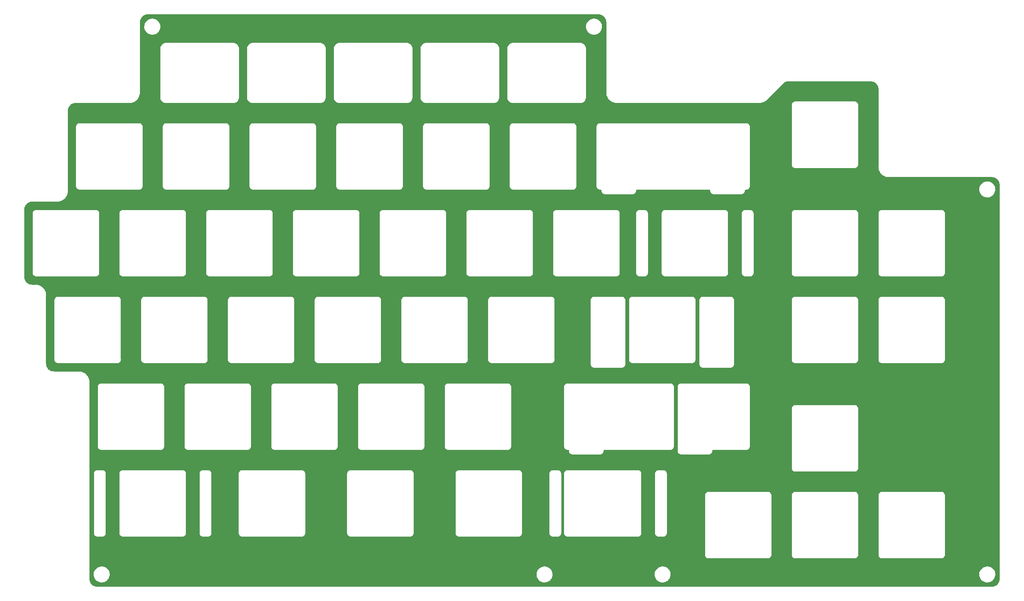
<source format=gbl>
%TF.GenerationSoftware,KiCad,Pcbnew,(6.0.5)*%
%TF.CreationDate,2022-07-28T20:29:51-06:00*%
%TF.ProjectId,plate-right,706c6174-652d-4726-9967-68742e6b6963,rev?*%
%TF.SameCoordinates,Original*%
%TF.FileFunction,Copper,L2,Bot*%
%TF.FilePolarity,Positive*%
%FSLAX46Y46*%
G04 Gerber Fmt 4.6, Leading zero omitted, Abs format (unit mm)*
G04 Created by KiCad (PCBNEW (6.0.5)) date 2022-07-28 20:29:51*
%MOMM*%
%LPD*%
G01*
G04 APERTURE LIST*
G04 APERTURE END LIST*
%TA.AperFunction,NonConductor*%
G36*
X170276366Y-27848861D02*
G01*
X170280948Y-27849669D01*
X170291803Y-27851583D01*
X170302658Y-27849669D01*
X170313681Y-27849669D01*
X170313681Y-27850034D01*
X170326040Y-27849396D01*
X170356618Y-27851583D01*
X170524683Y-27863604D01*
X170542466Y-27866161D01*
X170761799Y-27913874D01*
X170779043Y-27918938D01*
X170989341Y-27997377D01*
X171005694Y-28004845D01*
X171202701Y-28112421D01*
X171217821Y-28122138D01*
X171371530Y-28237206D01*
X171397508Y-28256653D01*
X171411086Y-28268419D01*
X171569810Y-28427145D01*
X171581576Y-28440726D01*
X171716067Y-28620390D01*
X171716080Y-28620408D01*
X171725798Y-28635527D01*
X171832370Y-28830707D01*
X171833373Y-28832544D01*
X171840839Y-28848894D01*
X171910847Y-29036601D01*
X171919274Y-29059197D01*
X171924338Y-29076443D01*
X171972044Y-29295767D01*
X171972045Y-29295773D01*
X171974603Y-29313568D01*
X171988819Y-29512406D01*
X171988192Y-29524561D01*
X171988582Y-29524561D01*
X171988582Y-29535583D01*
X171986667Y-29546440D01*
X171988581Y-29557296D01*
X171988581Y-29557298D01*
X171989389Y-29561879D01*
X171991303Y-29583756D01*
X171991303Y-44959138D01*
X171989389Y-44981015D01*
X171986667Y-44996454D01*
X171987247Y-44999743D01*
X172003858Y-45274257D01*
X172054031Y-45548008D01*
X172136835Y-45813716D01*
X172251061Y-46067506D01*
X172253032Y-46070767D01*
X172253034Y-46070770D01*
X172383228Y-46286128D01*
X172395046Y-46305677D01*
X172397386Y-46308663D01*
X172397391Y-46308671D01*
X172489443Y-46426162D01*
X172566689Y-46524756D01*
X172763487Y-46721549D01*
X172982571Y-46893187D01*
X173220745Y-47037165D01*
X173474538Y-47151386D01*
X173740248Y-47234183D01*
X174014000Y-47284349D01*
X174017791Y-47284578D01*
X174017797Y-47284579D01*
X174222281Y-47296947D01*
X174288082Y-47300927D01*
X174291803Y-47301583D01*
X174302664Y-47299668D01*
X174307240Y-47298861D01*
X174329120Y-47296947D01*
X205583173Y-47296947D01*
X205605053Y-47298861D01*
X205609635Y-47299669D01*
X205620490Y-47301583D01*
X205629077Y-47300069D01*
X205636141Y-47299672D01*
X205636198Y-47299689D01*
X205636528Y-47299651D01*
X205878468Y-47286065D01*
X205881947Y-47285474D01*
X205881955Y-47285473D01*
X206129720Y-47243378D01*
X206129727Y-47243376D01*
X206133202Y-47242786D01*
X206160663Y-47234875D01*
X206242773Y-47211220D01*
X206381488Y-47171258D01*
X206620206Y-47072382D01*
X206623295Y-47070675D01*
X206623303Y-47070671D01*
X206843261Y-46949109D01*
X206843271Y-46949103D01*
X206846352Y-46947400D01*
X207057082Y-46797884D01*
X207237903Y-46636300D01*
X207238064Y-46636172D01*
X207238093Y-46636130D01*
X207243464Y-46631330D01*
X207250463Y-46626429D01*
X207259461Y-46613580D01*
X207273573Y-46596763D01*
X210811726Y-43058610D01*
X210828553Y-43044490D01*
X210832357Y-43041827D01*
X210832359Y-43041825D01*
X210841387Y-43035504D01*
X210847710Y-43026474D01*
X210855503Y-43018682D01*
X210855650Y-43018829D01*
X210863971Y-43009548D01*
X210999039Y-42891104D01*
X211012116Y-42881070D01*
X211183225Y-42766747D01*
X211197498Y-42758507D01*
X211382070Y-42667493D01*
X211397297Y-42661187D01*
X211501450Y-42625835D01*
X211592158Y-42595047D01*
X211608070Y-42590783D01*
X211658500Y-42580753D01*
X211809919Y-42550638D01*
X211826259Y-42548488D01*
X211923085Y-42542144D01*
X212005707Y-42536730D01*
X212017958Y-42537399D01*
X212017958Y-42537168D01*
X212028981Y-42537168D01*
X212039838Y-42539083D01*
X212050694Y-42537169D01*
X212050696Y-42537169D01*
X212055277Y-42536361D01*
X212077154Y-42534447D01*
X230022986Y-42534447D01*
X230044866Y-42536361D01*
X230049448Y-42537169D01*
X230060303Y-42539083D01*
X230071158Y-42537169D01*
X230082181Y-42537169D01*
X230082181Y-42537534D01*
X230094540Y-42536896D01*
X230125118Y-42539083D01*
X230293183Y-42551104D01*
X230310966Y-42553661D01*
X230530299Y-42601374D01*
X230547543Y-42606438D01*
X230757841Y-42684877D01*
X230774194Y-42692345D01*
X230971201Y-42799921D01*
X230986321Y-42809638D01*
X231081741Y-42881070D01*
X231166008Y-42944153D01*
X231179586Y-42955919D01*
X231338310Y-43114645D01*
X231350076Y-43128226D01*
X231484580Y-43307908D01*
X231494300Y-43323031D01*
X231601873Y-43520044D01*
X231609340Y-43536397D01*
X231687774Y-43746697D01*
X231692839Y-43763948D01*
X231740545Y-43983273D01*
X231743103Y-44001068D01*
X231757319Y-44199906D01*
X231756692Y-44212061D01*
X231757082Y-44212061D01*
X231757082Y-44223083D01*
X231755167Y-44233940D01*
X231757081Y-44244796D01*
X231757081Y-44244798D01*
X231757889Y-44249379D01*
X231759803Y-44271256D01*
X231759803Y-61246638D01*
X231757889Y-61268515D01*
X231755167Y-61283954D01*
X231755747Y-61287243D01*
X231756353Y-61297263D01*
X231756353Y-61297264D01*
X231759421Y-61347956D01*
X231772358Y-61561757D01*
X231773041Y-61565485D01*
X231773042Y-61565491D01*
X231777031Y-61587255D01*
X231822531Y-61835508D01*
X231905335Y-62101216D01*
X232019561Y-62355006D01*
X232163546Y-62593177D01*
X232165886Y-62596163D01*
X232165891Y-62596171D01*
X232317067Y-62789125D01*
X232335189Y-62812256D01*
X232531987Y-63009049D01*
X232751071Y-63180687D01*
X232989245Y-63324665D01*
X233243038Y-63438886D01*
X233508748Y-63521683D01*
X233782500Y-63571849D01*
X233786291Y-63572078D01*
X233786297Y-63572079D01*
X233990781Y-63584447D01*
X234056582Y-63588427D01*
X234060303Y-63589083D01*
X234075740Y-63586361D01*
X234097620Y-63584447D01*
X256622986Y-63584447D01*
X256644866Y-63586361D01*
X256649448Y-63587169D01*
X256660303Y-63589083D01*
X256671158Y-63587169D01*
X256682181Y-63587169D01*
X256682181Y-63587534D01*
X256694540Y-63586896D01*
X256725118Y-63589083D01*
X256893183Y-63601104D01*
X256910966Y-63603661D01*
X257130299Y-63651374D01*
X257147543Y-63656438D01*
X257357841Y-63734877D01*
X257374194Y-63742345D01*
X257571201Y-63849921D01*
X257586321Y-63859638D01*
X257740068Y-63974734D01*
X257766008Y-63994153D01*
X257779586Y-64005919D01*
X257938310Y-64164645D01*
X257950076Y-64178226D01*
X258084580Y-64357908D01*
X258094298Y-64373027D01*
X258200870Y-64568207D01*
X258201873Y-64570044D01*
X258209339Y-64586394D01*
X258279347Y-64774101D01*
X258287774Y-64796697D01*
X258292838Y-64813943D01*
X258315270Y-64917071D01*
X258340545Y-65033273D01*
X258343103Y-65051068D01*
X258357319Y-65249906D01*
X258356692Y-65262061D01*
X258357082Y-65262061D01*
X258357082Y-65273083D01*
X258355167Y-65283940D01*
X258357081Y-65294796D01*
X258357081Y-65294798D01*
X258357889Y-65299379D01*
X258359803Y-65321256D01*
X258359803Y-151809128D01*
X258357888Y-151831010D01*
X258355167Y-151846440D01*
X258357081Y-151857297D01*
X258357081Y-151868321D01*
X258356716Y-151868321D01*
X258357354Y-151880675D01*
X258355514Y-151906391D01*
X258343142Y-152079313D01*
X258340583Y-152097107D01*
X258292867Y-152316432D01*
X258287802Y-152333680D01*
X258209361Y-152543979D01*
X258201893Y-152560332D01*
X258094319Y-152757332D01*
X258084601Y-152772454D01*
X257976012Y-152917506D01*
X257950084Y-152952141D01*
X257938313Y-152965725D01*
X257779591Y-153124444D01*
X257766017Y-153136205D01*
X257590415Y-153267658D01*
X257586325Y-153270719D01*
X257571201Y-153280438D01*
X257374199Y-153388007D01*
X257357847Y-153395475D01*
X257147545Y-153473913D01*
X257130296Y-153478978D01*
X256910966Y-153526690D01*
X256893172Y-153529248D01*
X256892557Y-153529292D01*
X256697749Y-153543225D01*
X256694365Y-153543467D01*
X256682183Y-153542838D01*
X256682183Y-153543225D01*
X256671158Y-153543225D01*
X256660303Y-153541311D01*
X256649448Y-153543225D01*
X256644866Y-153544033D01*
X256622986Y-153545947D01*
X60222620Y-153545947D01*
X60200740Y-153544033D01*
X60196158Y-153543225D01*
X60185303Y-153541311D01*
X60174448Y-153543225D01*
X60163425Y-153543225D01*
X60163425Y-153542860D01*
X60151067Y-153543498D01*
X59952427Y-153529292D01*
X59934632Y-153526734D01*
X59715294Y-153479021D01*
X59698045Y-153473956D01*
X59487734Y-153395516D01*
X59471389Y-153388052D01*
X59274376Y-153280477D01*
X59259257Y-153270760D01*
X59079558Y-153136242D01*
X59065978Y-153124476D01*
X58907252Y-152965752D01*
X58895486Y-152952175D01*
X58760965Y-152772482D01*
X58751245Y-152757358D01*
X58643669Y-152560353D01*
X58636201Y-152544001D01*
X58557755Y-152333692D01*
X58552690Y-152316443D01*
X58504973Y-152097114D01*
X58502414Y-152079319D01*
X58488217Y-151880878D01*
X58488865Y-151868320D01*
X58488526Y-151868320D01*
X58488526Y-151857294D01*
X58490439Y-151846440D01*
X58488525Y-151835586D01*
X58488525Y-151835583D01*
X58487718Y-151831010D01*
X58485803Y-151809128D01*
X58485803Y-150800496D01*
X59430497Y-150800496D01*
X59431259Y-150816357D01*
X59442980Y-151060377D01*
X59493738Y-151315559D01*
X59581658Y-151560436D01*
X59704807Y-151789627D01*
X59707602Y-151793370D01*
X59707604Y-151793373D01*
X59857688Y-151994360D01*
X59857693Y-151994366D01*
X59860480Y-151998098D01*
X59863789Y-152001378D01*
X59863794Y-152001384D01*
X59964806Y-152101518D01*
X60045257Y-152181270D01*
X60049019Y-152184028D01*
X60049022Y-152184031D01*
X60161635Y-152266602D01*
X60255078Y-152335117D01*
X60259213Y-152337293D01*
X60259217Y-152337295D01*
X60385077Y-152403513D01*
X60485336Y-152456262D01*
X60730970Y-152542041D01*
X60735563Y-152542913D01*
X60981996Y-152589700D01*
X60981999Y-152589700D01*
X60986585Y-152590571D01*
X61116576Y-152595679D01*
X61241898Y-152600603D01*
X61241904Y-152600603D01*
X61246566Y-152600786D01*
X61347792Y-152589700D01*
X61500548Y-152572971D01*
X61500553Y-152572970D01*
X61505201Y-152572461D01*
X61551270Y-152560332D01*
X61752285Y-152507409D01*
X61752287Y-152507408D01*
X61756808Y-152506218D01*
X61995860Y-152403513D01*
X62217106Y-152266602D01*
X62321789Y-152177982D01*
X62412112Y-152101518D01*
X62412114Y-152101516D01*
X62415685Y-152098493D01*
X62587234Y-151902878D01*
X62601515Y-151880677D01*
X62725458Y-151687985D01*
X62727986Y-151684055D01*
X62834847Y-151446832D01*
X62842077Y-151421197D01*
X62904201Y-151200923D01*
X62904202Y-151200920D01*
X62905471Y-151196419D01*
X62922194Y-151064965D01*
X62937907Y-150941448D01*
X62937907Y-150941444D01*
X62938305Y-150938318D01*
X62939136Y-150906607D01*
X62940628Y-150849607D01*
X62940711Y-150846447D01*
X62937296Y-150800496D01*
X156667997Y-150800496D01*
X156668759Y-150816357D01*
X156680480Y-151060377D01*
X156731238Y-151315559D01*
X156819158Y-151560436D01*
X156942307Y-151789627D01*
X156945102Y-151793370D01*
X156945104Y-151793373D01*
X157095188Y-151994360D01*
X157095193Y-151994366D01*
X157097980Y-151998098D01*
X157101289Y-152001378D01*
X157101294Y-152001384D01*
X157202306Y-152101518D01*
X157282757Y-152181270D01*
X157286519Y-152184028D01*
X157286522Y-152184031D01*
X157399135Y-152266602D01*
X157492578Y-152335117D01*
X157496713Y-152337293D01*
X157496717Y-152337295D01*
X157622577Y-152403513D01*
X157722836Y-152456262D01*
X157968470Y-152542041D01*
X157973063Y-152542913D01*
X158219496Y-152589700D01*
X158219499Y-152589700D01*
X158224085Y-152590571D01*
X158354076Y-152595679D01*
X158479398Y-152600603D01*
X158479404Y-152600603D01*
X158484066Y-152600786D01*
X158585292Y-152589700D01*
X158738048Y-152572971D01*
X158738053Y-152572970D01*
X158742701Y-152572461D01*
X158788770Y-152560332D01*
X158989785Y-152507409D01*
X158989787Y-152507408D01*
X158994308Y-152506218D01*
X159233360Y-152403513D01*
X159454606Y-152266602D01*
X159559289Y-152177982D01*
X159649612Y-152101518D01*
X159649614Y-152101516D01*
X159653185Y-152098493D01*
X159824734Y-151902878D01*
X159839015Y-151880677D01*
X159962958Y-151687985D01*
X159965486Y-151684055D01*
X160072347Y-151446832D01*
X160079577Y-151421197D01*
X160141701Y-151200923D01*
X160141702Y-151200920D01*
X160142971Y-151196419D01*
X160159694Y-151064965D01*
X160175407Y-150941448D01*
X160175407Y-150941444D01*
X160175805Y-150938318D01*
X160176636Y-150906607D01*
X160178128Y-150849607D01*
X160178211Y-150846447D01*
X160174796Y-150800496D01*
X182605497Y-150800496D01*
X182606259Y-150816357D01*
X182617980Y-151060377D01*
X182668738Y-151315559D01*
X182756658Y-151560436D01*
X182879807Y-151789627D01*
X182882602Y-151793370D01*
X182882604Y-151793373D01*
X183032688Y-151994360D01*
X183032693Y-151994366D01*
X183035480Y-151998098D01*
X183038789Y-152001378D01*
X183038794Y-152001384D01*
X183139806Y-152101518D01*
X183220257Y-152181270D01*
X183224019Y-152184028D01*
X183224022Y-152184031D01*
X183336635Y-152266602D01*
X183430078Y-152335117D01*
X183434213Y-152337293D01*
X183434217Y-152337295D01*
X183560077Y-152403513D01*
X183660336Y-152456262D01*
X183905970Y-152542041D01*
X183910563Y-152542913D01*
X184156996Y-152589700D01*
X184156999Y-152589700D01*
X184161585Y-152590571D01*
X184291576Y-152595679D01*
X184416898Y-152600603D01*
X184416904Y-152600603D01*
X184421566Y-152600786D01*
X184522792Y-152589700D01*
X184675548Y-152572971D01*
X184675553Y-152572970D01*
X184680201Y-152572461D01*
X184726270Y-152560332D01*
X184927285Y-152507409D01*
X184927287Y-152507408D01*
X184931808Y-152506218D01*
X185170860Y-152403513D01*
X185392106Y-152266602D01*
X185496789Y-152177982D01*
X185587112Y-152101518D01*
X185587114Y-152101516D01*
X185590685Y-152098493D01*
X185762234Y-151902878D01*
X185776515Y-151880677D01*
X185900458Y-151687985D01*
X185902986Y-151684055D01*
X186009847Y-151446832D01*
X186017077Y-151421197D01*
X186079201Y-151200923D01*
X186079202Y-151200920D01*
X186080471Y-151196419D01*
X186097194Y-151064965D01*
X186112907Y-150941448D01*
X186112907Y-150941444D01*
X186113305Y-150938318D01*
X186114136Y-150906607D01*
X186115628Y-150849607D01*
X186115711Y-150846447D01*
X186112296Y-150800496D01*
X253905497Y-150800496D01*
X253906259Y-150816357D01*
X253917980Y-151060377D01*
X253968738Y-151315559D01*
X254056658Y-151560436D01*
X254179807Y-151789627D01*
X254182602Y-151793370D01*
X254182604Y-151793373D01*
X254332688Y-151994360D01*
X254332693Y-151994366D01*
X254335480Y-151998098D01*
X254338789Y-152001378D01*
X254338794Y-152001384D01*
X254439806Y-152101518D01*
X254520257Y-152181270D01*
X254524019Y-152184028D01*
X254524022Y-152184031D01*
X254636635Y-152266602D01*
X254730078Y-152335117D01*
X254734213Y-152337293D01*
X254734217Y-152337295D01*
X254860077Y-152403513D01*
X254960336Y-152456262D01*
X255205970Y-152542041D01*
X255210563Y-152542913D01*
X255456996Y-152589700D01*
X255456999Y-152589700D01*
X255461585Y-152590571D01*
X255591576Y-152595679D01*
X255716898Y-152600603D01*
X255716904Y-152600603D01*
X255721566Y-152600786D01*
X255822792Y-152589700D01*
X255975548Y-152572971D01*
X255975553Y-152572970D01*
X255980201Y-152572461D01*
X256026270Y-152560332D01*
X256227285Y-152507409D01*
X256227287Y-152507408D01*
X256231808Y-152506218D01*
X256470860Y-152403513D01*
X256692106Y-152266602D01*
X256796789Y-152177982D01*
X256887112Y-152101518D01*
X256887114Y-152101516D01*
X256890685Y-152098493D01*
X257062234Y-151902878D01*
X257076515Y-151880677D01*
X257200458Y-151687985D01*
X257202986Y-151684055D01*
X257309847Y-151446832D01*
X257317077Y-151421197D01*
X257379201Y-151200923D01*
X257379202Y-151200920D01*
X257380471Y-151196419D01*
X257397194Y-151064965D01*
X257412907Y-150941448D01*
X257412907Y-150941444D01*
X257413305Y-150938318D01*
X257414136Y-150906607D01*
X257415628Y-150849607D01*
X257415711Y-150846447D01*
X257400144Y-150636967D01*
X257396775Y-150591633D01*
X257396774Y-150591629D01*
X257396429Y-150586981D01*
X257339008Y-150333215D01*
X257337315Y-150328861D01*
X257246401Y-150095077D01*
X257246400Y-150095075D01*
X257244708Y-150090724D01*
X257115602Y-149864835D01*
X256954526Y-149660511D01*
X256765017Y-149482239D01*
X256551240Y-149333936D01*
X256547050Y-149331870D01*
X256547047Y-149331868D01*
X256322078Y-149220926D01*
X256322075Y-149220925D01*
X256317890Y-149218861D01*
X256070095Y-149139541D01*
X255929872Y-149116704D01*
X255817909Y-149098470D01*
X255817908Y-149098470D01*
X255813297Y-149097719D01*
X255683218Y-149096016D01*
X255557815Y-149094374D01*
X255557812Y-149094374D01*
X255553138Y-149094313D01*
X255295333Y-149129399D01*
X255045546Y-149202205D01*
X255041293Y-149204165D01*
X255041292Y-149204166D01*
X255004937Y-149220926D01*
X254809264Y-149311133D01*
X254805359Y-149313693D01*
X254805354Y-149313696D01*
X254595591Y-149451222D01*
X254595586Y-149451226D01*
X254591678Y-149453788D01*
X254397568Y-149627038D01*
X254231198Y-149827076D01*
X254096223Y-150049508D01*
X254094414Y-150053822D01*
X254094413Y-150053824D01*
X254080641Y-150086668D01*
X253995608Y-150289448D01*
X253931564Y-150541624D01*
X253905497Y-150800496D01*
X186112296Y-150800496D01*
X186100144Y-150636967D01*
X186096775Y-150591633D01*
X186096774Y-150591629D01*
X186096429Y-150586981D01*
X186039008Y-150333215D01*
X186037315Y-150328861D01*
X185946401Y-150095077D01*
X185946400Y-150095075D01*
X185944708Y-150090724D01*
X185815602Y-149864835D01*
X185654526Y-149660511D01*
X185465017Y-149482239D01*
X185251240Y-149333936D01*
X185247050Y-149331870D01*
X185247047Y-149331868D01*
X185022078Y-149220926D01*
X185022075Y-149220925D01*
X185017890Y-149218861D01*
X184770095Y-149139541D01*
X184629872Y-149116704D01*
X184517909Y-149098470D01*
X184517908Y-149098470D01*
X184513297Y-149097719D01*
X184383218Y-149096016D01*
X184257815Y-149094374D01*
X184257812Y-149094374D01*
X184253138Y-149094313D01*
X183995333Y-149129399D01*
X183745546Y-149202205D01*
X183741293Y-149204165D01*
X183741292Y-149204166D01*
X183704937Y-149220926D01*
X183509264Y-149311133D01*
X183505359Y-149313693D01*
X183505354Y-149313696D01*
X183295591Y-149451222D01*
X183295586Y-149451226D01*
X183291678Y-149453788D01*
X183097568Y-149627038D01*
X182931198Y-149827076D01*
X182796223Y-150049508D01*
X182794414Y-150053822D01*
X182794413Y-150053824D01*
X182780641Y-150086668D01*
X182695608Y-150289448D01*
X182631564Y-150541624D01*
X182605497Y-150800496D01*
X160174796Y-150800496D01*
X160162644Y-150636967D01*
X160159275Y-150591633D01*
X160159274Y-150591629D01*
X160158929Y-150586981D01*
X160101508Y-150333215D01*
X160099815Y-150328861D01*
X160008901Y-150095077D01*
X160008900Y-150095075D01*
X160007208Y-150090724D01*
X159878102Y-149864835D01*
X159717026Y-149660511D01*
X159527517Y-149482239D01*
X159313740Y-149333936D01*
X159309550Y-149331870D01*
X159309547Y-149331868D01*
X159084578Y-149220926D01*
X159084575Y-149220925D01*
X159080390Y-149218861D01*
X158832595Y-149139541D01*
X158692372Y-149116704D01*
X158580409Y-149098470D01*
X158580408Y-149098470D01*
X158575797Y-149097719D01*
X158445718Y-149096016D01*
X158320315Y-149094374D01*
X158320312Y-149094374D01*
X158315638Y-149094313D01*
X158057833Y-149129399D01*
X157808046Y-149202205D01*
X157803793Y-149204165D01*
X157803792Y-149204166D01*
X157767437Y-149220926D01*
X157571764Y-149311133D01*
X157567859Y-149313693D01*
X157567854Y-149313696D01*
X157358091Y-149451222D01*
X157358086Y-149451226D01*
X157354178Y-149453788D01*
X157160068Y-149627038D01*
X156993698Y-149827076D01*
X156858723Y-150049508D01*
X156856914Y-150053822D01*
X156856913Y-150053824D01*
X156843141Y-150086668D01*
X156758108Y-150289448D01*
X156694064Y-150541624D01*
X156667997Y-150800496D01*
X62937296Y-150800496D01*
X62925144Y-150636967D01*
X62921775Y-150591633D01*
X62921774Y-150591629D01*
X62921429Y-150586981D01*
X62864008Y-150333215D01*
X62862315Y-150328861D01*
X62771401Y-150095077D01*
X62771400Y-150095075D01*
X62769708Y-150090724D01*
X62640602Y-149864835D01*
X62479526Y-149660511D01*
X62290017Y-149482239D01*
X62076240Y-149333936D01*
X62072050Y-149331870D01*
X62072047Y-149331868D01*
X61847078Y-149220926D01*
X61847075Y-149220925D01*
X61842890Y-149218861D01*
X61595095Y-149139541D01*
X61454872Y-149116704D01*
X61342909Y-149098470D01*
X61342908Y-149098470D01*
X61338297Y-149097719D01*
X61208218Y-149096016D01*
X61082815Y-149094374D01*
X61082812Y-149094374D01*
X61078138Y-149094313D01*
X60820333Y-149129399D01*
X60570546Y-149202205D01*
X60566293Y-149204165D01*
X60566292Y-149204166D01*
X60529937Y-149220926D01*
X60334264Y-149311133D01*
X60330359Y-149313693D01*
X60330354Y-149313696D01*
X60120591Y-149451222D01*
X60120586Y-149451226D01*
X60116678Y-149453788D01*
X59922568Y-149627038D01*
X59756198Y-149827076D01*
X59621223Y-150049508D01*
X59619414Y-150053822D01*
X59619413Y-150053824D01*
X59605641Y-150086668D01*
X59520608Y-150289448D01*
X59456564Y-150541624D01*
X59430497Y-150800496D01*
X58485803Y-150800496D01*
X58485803Y-146508976D01*
X193655167Y-146508976D01*
X193656781Y-146518123D01*
X193657083Y-146521186D01*
X193657083Y-146521672D01*
X193657253Y-146522907D01*
X193671349Y-146665900D01*
X193717134Y-146816792D01*
X193720051Y-146822248D01*
X193788556Y-146950392D01*
X193788559Y-146950396D01*
X193791476Y-146955853D01*
X193795405Y-146960640D01*
X193887562Y-147072921D01*
X193891517Y-147077740D01*
X193896300Y-147081665D01*
X193896302Y-147081667D01*
X193967888Y-147140410D01*
X194013414Y-147177769D01*
X194152482Y-147252097D01*
X194202189Y-147267174D01*
X194297456Y-147296071D01*
X194297461Y-147296072D01*
X194303379Y-147297867D01*
X194309534Y-147298473D01*
X194309538Y-147298474D01*
X194391607Y-147306556D01*
X194397911Y-147307628D01*
X194400925Y-147308830D01*
X194407218Y-147309447D01*
X194414781Y-147309447D01*
X194427110Y-147310052D01*
X194445751Y-147311888D01*
X194447800Y-147312169D01*
X194448606Y-147312169D01*
X194450515Y-147312357D01*
X194460305Y-147314083D01*
X194471159Y-147312169D01*
X194471161Y-147312169D01*
X194475743Y-147311361D01*
X194497623Y-147309447D01*
X207422989Y-147309447D01*
X207444865Y-147311361D01*
X207460305Y-147314083D01*
X207470672Y-147312255D01*
X207471545Y-147312169D01*
X207472648Y-147312169D01*
X207475455Y-147311784D01*
X207617221Y-147297821D01*
X207700646Y-147272515D01*
X207762184Y-147253849D01*
X207762187Y-147253848D01*
X207768107Y-147252052D01*
X207773560Y-147249137D01*
X207773566Y-147249135D01*
X207884263Y-147189969D01*
X207907166Y-147177728D01*
X208029055Y-147077705D01*
X208032982Y-147072921D01*
X208125164Y-146960608D01*
X208125167Y-146960604D01*
X208129089Y-146955825D01*
X208203425Y-146816773D01*
X208249207Y-146665890D01*
X208257905Y-146577663D01*
X208258978Y-146571353D01*
X208260186Y-146568325D01*
X208260803Y-146562032D01*
X208260803Y-146554460D01*
X208261411Y-146542100D01*
X208263238Y-146523565D01*
X208263524Y-146521483D01*
X208263524Y-146520664D01*
X208263710Y-146518778D01*
X208265439Y-146508976D01*
X212705167Y-146508976D01*
X212706781Y-146518123D01*
X212707083Y-146521186D01*
X212707083Y-146521672D01*
X212707253Y-146522907D01*
X212721349Y-146665900D01*
X212767134Y-146816792D01*
X212770051Y-146822248D01*
X212838556Y-146950392D01*
X212838559Y-146950396D01*
X212841476Y-146955853D01*
X212845405Y-146960640D01*
X212937562Y-147072921D01*
X212941517Y-147077740D01*
X212946300Y-147081665D01*
X212946302Y-147081667D01*
X213017888Y-147140410D01*
X213063414Y-147177769D01*
X213202482Y-147252097D01*
X213252189Y-147267174D01*
X213347456Y-147296071D01*
X213347461Y-147296072D01*
X213353379Y-147297867D01*
X213359534Y-147298473D01*
X213359538Y-147298474D01*
X213441607Y-147306556D01*
X213447911Y-147307628D01*
X213450925Y-147308830D01*
X213457218Y-147309447D01*
X213464781Y-147309447D01*
X213477110Y-147310052D01*
X213495751Y-147311888D01*
X213497800Y-147312169D01*
X213498606Y-147312169D01*
X213500515Y-147312357D01*
X213510305Y-147314083D01*
X213521159Y-147312169D01*
X213521161Y-147312169D01*
X213525743Y-147311361D01*
X213547623Y-147309447D01*
X226472989Y-147309447D01*
X226494865Y-147311361D01*
X226510305Y-147314083D01*
X226520672Y-147312255D01*
X226521545Y-147312169D01*
X226522648Y-147312169D01*
X226525455Y-147311784D01*
X226667221Y-147297821D01*
X226750646Y-147272515D01*
X226812184Y-147253849D01*
X226812187Y-147253848D01*
X226818107Y-147252052D01*
X226823560Y-147249137D01*
X226823566Y-147249135D01*
X226934263Y-147189969D01*
X226957166Y-147177728D01*
X227079055Y-147077705D01*
X227082982Y-147072921D01*
X227175164Y-146960608D01*
X227175167Y-146960604D01*
X227179089Y-146955825D01*
X227253425Y-146816773D01*
X227299207Y-146665890D01*
X227307905Y-146577663D01*
X227308978Y-146571353D01*
X227310186Y-146568325D01*
X227310803Y-146562032D01*
X227310803Y-146554460D01*
X227311411Y-146542100D01*
X227313238Y-146523565D01*
X227313524Y-146521483D01*
X227313524Y-146520664D01*
X227313710Y-146518778D01*
X227315439Y-146508976D01*
X231755167Y-146508976D01*
X231756781Y-146518123D01*
X231757083Y-146521186D01*
X231757083Y-146521672D01*
X231757253Y-146522907D01*
X231771349Y-146665900D01*
X231817134Y-146816792D01*
X231820051Y-146822248D01*
X231888556Y-146950392D01*
X231888559Y-146950396D01*
X231891476Y-146955853D01*
X231895405Y-146960640D01*
X231987562Y-147072921D01*
X231991517Y-147077740D01*
X231996300Y-147081665D01*
X231996302Y-147081667D01*
X232067888Y-147140410D01*
X232113414Y-147177769D01*
X232252482Y-147252097D01*
X232302189Y-147267174D01*
X232397456Y-147296071D01*
X232397461Y-147296072D01*
X232403379Y-147297867D01*
X232409534Y-147298473D01*
X232409538Y-147298474D01*
X232491607Y-147306556D01*
X232497911Y-147307628D01*
X232500925Y-147308830D01*
X232507218Y-147309447D01*
X232514781Y-147309447D01*
X232527110Y-147310052D01*
X232545751Y-147311888D01*
X232547800Y-147312169D01*
X232548606Y-147312169D01*
X232550515Y-147312357D01*
X232560305Y-147314083D01*
X232571159Y-147312169D01*
X232571161Y-147312169D01*
X232575743Y-147311361D01*
X232597623Y-147309447D01*
X245522989Y-147309447D01*
X245544865Y-147311361D01*
X245560305Y-147314083D01*
X245570672Y-147312255D01*
X245571545Y-147312169D01*
X245572648Y-147312169D01*
X245575455Y-147311784D01*
X245717221Y-147297821D01*
X245800646Y-147272515D01*
X245862184Y-147253849D01*
X245862187Y-147253848D01*
X245868107Y-147252052D01*
X245873560Y-147249137D01*
X245873566Y-147249135D01*
X245984263Y-147189969D01*
X246007166Y-147177728D01*
X246129055Y-147077705D01*
X246132982Y-147072921D01*
X246225164Y-146960608D01*
X246225167Y-146960604D01*
X246229089Y-146955825D01*
X246303425Y-146816773D01*
X246349207Y-146665890D01*
X246357905Y-146577663D01*
X246358978Y-146571353D01*
X246360186Y-146568325D01*
X246360803Y-146562032D01*
X246360803Y-146554460D01*
X246361411Y-146542100D01*
X246363238Y-146523565D01*
X246363524Y-146521483D01*
X246363524Y-146520664D01*
X246363710Y-146518778D01*
X246365439Y-146508976D01*
X246362715Y-146493518D01*
X246360803Y-146471651D01*
X246360803Y-133546285D01*
X246362719Y-133524393D01*
X246363524Y-133519830D01*
X246365439Y-133508976D01*
X246363598Y-133498530D01*
X246363526Y-133497797D01*
X246363526Y-133496650D01*
X246363126Y-133493731D01*
X246353083Y-133391674D01*
X246349184Y-133352049D01*
X246303422Y-133201151D01*
X246229100Y-133062081D01*
X246225176Y-133057299D01*
X246225174Y-133057296D01*
X246133000Y-132944969D01*
X246132997Y-132944966D01*
X246129073Y-132940184D01*
X246007186Y-132840145D01*
X245868123Y-132765808D01*
X245717230Y-132720032D01*
X245711070Y-132719425D01*
X245711069Y-132719425D01*
X245689769Y-132717327D01*
X245629006Y-132711342D01*
X245622702Y-132710270D01*
X245619681Y-132709064D01*
X245613388Y-132708447D01*
X245605810Y-132708447D01*
X245593458Y-132707840D01*
X245588993Y-132707400D01*
X245574902Y-132706012D01*
X245572816Y-132705726D01*
X245571996Y-132705726D01*
X245570108Y-132705540D01*
X245560305Y-132703811D01*
X245549449Y-132705725D01*
X245548480Y-132705896D01*
X245544865Y-132706533D01*
X245522989Y-132708447D01*
X232597623Y-132708447D01*
X232575743Y-132706533D01*
X232571161Y-132705725D01*
X232571159Y-132705725D01*
X232560305Y-132703811D01*
X232551066Y-132705440D01*
X232548172Y-132705725D01*
X232547635Y-132705725D01*
X232546272Y-132705912D01*
X232409532Y-132719380D01*
X232409531Y-132719380D01*
X232403370Y-132719987D01*
X232397449Y-132721783D01*
X232397445Y-132721784D01*
X232303497Y-132750284D01*
X232252467Y-132765765D01*
X232113395Y-132840105D01*
X231991499Y-132940150D01*
X231987575Y-132944932D01*
X231987571Y-132944936D01*
X231895391Y-133057270D01*
X231895388Y-133057275D01*
X231891466Y-133062054D01*
X231817138Y-133201132D01*
X231815341Y-133207058D01*
X231815340Y-133207060D01*
X231800781Y-133255068D01*
X231771373Y-133352039D01*
X231770767Y-133358201D01*
X231762693Y-133440250D01*
X231761621Y-133446558D01*
X231760420Y-133449569D01*
X231759803Y-133455862D01*
X231759803Y-133463439D01*
X231759199Y-133475760D01*
X231757364Y-133494407D01*
X231757081Y-133496471D01*
X231757081Y-133497281D01*
X231756895Y-133499172D01*
X231755167Y-133508976D01*
X231757082Y-133519830D01*
X231757082Y-133519832D01*
X231757887Y-133524393D01*
X231759803Y-133546285D01*
X231759803Y-146471651D01*
X231757891Y-146493518D01*
X231755167Y-146508976D01*
X227315439Y-146508976D01*
X227312715Y-146493518D01*
X227310803Y-146471651D01*
X227310803Y-133546285D01*
X227312719Y-133524393D01*
X227313524Y-133519830D01*
X227315439Y-133508976D01*
X227313598Y-133498530D01*
X227313526Y-133497797D01*
X227313526Y-133496650D01*
X227313126Y-133493731D01*
X227303083Y-133391674D01*
X227299184Y-133352049D01*
X227253422Y-133201151D01*
X227179100Y-133062081D01*
X227175176Y-133057299D01*
X227175174Y-133057296D01*
X227083000Y-132944969D01*
X227082997Y-132944966D01*
X227079073Y-132940184D01*
X226957186Y-132840145D01*
X226818123Y-132765808D01*
X226667230Y-132720032D01*
X226661070Y-132719425D01*
X226661069Y-132719425D01*
X226639769Y-132717327D01*
X226579006Y-132711342D01*
X226572702Y-132710270D01*
X226569681Y-132709064D01*
X226563388Y-132708447D01*
X226555810Y-132708447D01*
X226543458Y-132707840D01*
X226538993Y-132707400D01*
X226524902Y-132706012D01*
X226522816Y-132705726D01*
X226521996Y-132705726D01*
X226520108Y-132705540D01*
X226510305Y-132703811D01*
X226499449Y-132705725D01*
X226498480Y-132705896D01*
X226494865Y-132706533D01*
X226472989Y-132708447D01*
X213547623Y-132708447D01*
X213525743Y-132706533D01*
X213521161Y-132705725D01*
X213521159Y-132705725D01*
X213510305Y-132703811D01*
X213501066Y-132705440D01*
X213498172Y-132705725D01*
X213497635Y-132705725D01*
X213496272Y-132705912D01*
X213359532Y-132719380D01*
X213359531Y-132719380D01*
X213353370Y-132719987D01*
X213347449Y-132721783D01*
X213347445Y-132721784D01*
X213253497Y-132750284D01*
X213202467Y-132765765D01*
X213063395Y-132840105D01*
X212941499Y-132940150D01*
X212937575Y-132944932D01*
X212937571Y-132944936D01*
X212845391Y-133057270D01*
X212845388Y-133057275D01*
X212841466Y-133062054D01*
X212767138Y-133201132D01*
X212765341Y-133207058D01*
X212765340Y-133207060D01*
X212750781Y-133255068D01*
X212721373Y-133352039D01*
X212720767Y-133358201D01*
X212712693Y-133440250D01*
X212711621Y-133446558D01*
X212710420Y-133449569D01*
X212709803Y-133455862D01*
X212709803Y-133463439D01*
X212709199Y-133475760D01*
X212707364Y-133494407D01*
X212707081Y-133496471D01*
X212707081Y-133497281D01*
X212706895Y-133499172D01*
X212705167Y-133508976D01*
X212707082Y-133519830D01*
X212707082Y-133519832D01*
X212707887Y-133524393D01*
X212709803Y-133546285D01*
X212709803Y-146471651D01*
X212707891Y-146493518D01*
X212705167Y-146508976D01*
X208265439Y-146508976D01*
X208262715Y-146493518D01*
X208260803Y-146471651D01*
X208260803Y-133546285D01*
X208262719Y-133524393D01*
X208263524Y-133519830D01*
X208265439Y-133508976D01*
X208263598Y-133498530D01*
X208263526Y-133497797D01*
X208263526Y-133496650D01*
X208263126Y-133493731D01*
X208253083Y-133391674D01*
X208249184Y-133352049D01*
X208203422Y-133201151D01*
X208129100Y-133062081D01*
X208125176Y-133057299D01*
X208125174Y-133057296D01*
X208033000Y-132944969D01*
X208032997Y-132944966D01*
X208029073Y-132940184D01*
X207907186Y-132840145D01*
X207768123Y-132765808D01*
X207617230Y-132720032D01*
X207611070Y-132719425D01*
X207611069Y-132719425D01*
X207589769Y-132717327D01*
X207529006Y-132711342D01*
X207522702Y-132710270D01*
X207519681Y-132709064D01*
X207513388Y-132708447D01*
X207505810Y-132708447D01*
X207493458Y-132707840D01*
X207488993Y-132707400D01*
X207474902Y-132706012D01*
X207472816Y-132705726D01*
X207471996Y-132705726D01*
X207470108Y-132705540D01*
X207460305Y-132703811D01*
X207449449Y-132705725D01*
X207448480Y-132705896D01*
X207444865Y-132706533D01*
X207422989Y-132708447D01*
X194497623Y-132708447D01*
X194475743Y-132706533D01*
X194471161Y-132705725D01*
X194471159Y-132705725D01*
X194460305Y-132703811D01*
X194451066Y-132705440D01*
X194448172Y-132705725D01*
X194447635Y-132705725D01*
X194446272Y-132705912D01*
X194309532Y-132719380D01*
X194309531Y-132719380D01*
X194303370Y-132719987D01*
X194297449Y-132721783D01*
X194297445Y-132721784D01*
X194203497Y-132750284D01*
X194152467Y-132765765D01*
X194013395Y-132840105D01*
X193891499Y-132940150D01*
X193887575Y-132944932D01*
X193887571Y-132944936D01*
X193795391Y-133057270D01*
X193795388Y-133057275D01*
X193791466Y-133062054D01*
X193717138Y-133201132D01*
X193715341Y-133207058D01*
X193715340Y-133207060D01*
X193700781Y-133255068D01*
X193671373Y-133352039D01*
X193670767Y-133358201D01*
X193662693Y-133440250D01*
X193661621Y-133446558D01*
X193660420Y-133449569D01*
X193659803Y-133455862D01*
X193659803Y-133463439D01*
X193659199Y-133475760D01*
X193657364Y-133494407D01*
X193657081Y-133496471D01*
X193657081Y-133497281D01*
X193656895Y-133499172D01*
X193655167Y-133508976D01*
X193657082Y-133519830D01*
X193657082Y-133519832D01*
X193657887Y-133524393D01*
X193659803Y-133546285D01*
X193659803Y-146471651D01*
X193657891Y-146493518D01*
X193655167Y-146508976D01*
X58485803Y-146508976D01*
X58485803Y-141746476D01*
X59467667Y-141746476D01*
X59469281Y-141755623D01*
X59469583Y-141758686D01*
X59469583Y-141759172D01*
X59469753Y-141760407D01*
X59483849Y-141903400D01*
X59485642Y-141909309D01*
X59485644Y-141909317D01*
X59496086Y-141943730D01*
X59529634Y-142054292D01*
X59532551Y-142059748D01*
X59601056Y-142187892D01*
X59601059Y-142187896D01*
X59603976Y-142193353D01*
X59607905Y-142198140D01*
X59700072Y-142310433D01*
X59704017Y-142315240D01*
X59708800Y-142319165D01*
X59708802Y-142319167D01*
X59780388Y-142377910D01*
X59825914Y-142415269D01*
X59964982Y-142489597D01*
X60014689Y-142504674D01*
X60109956Y-142533571D01*
X60109961Y-142533572D01*
X60115879Y-142535367D01*
X60122034Y-142535973D01*
X60122038Y-142535974D01*
X60204107Y-142544056D01*
X60210411Y-142545128D01*
X60213425Y-142546330D01*
X60219718Y-142546947D01*
X60227281Y-142546947D01*
X60239610Y-142547552D01*
X60258251Y-142549388D01*
X60260300Y-142549669D01*
X60261106Y-142549669D01*
X60263015Y-142549857D01*
X60272805Y-142551583D01*
X60283659Y-142549669D01*
X60283661Y-142549669D01*
X60288243Y-142548861D01*
X60310123Y-142546947D01*
X61235489Y-142546947D01*
X61257365Y-142548861D01*
X61272805Y-142551583D01*
X61283172Y-142549755D01*
X61284045Y-142549669D01*
X61285148Y-142549669D01*
X61287955Y-142549284D01*
X61429721Y-142535321D01*
X61513146Y-142510015D01*
X61574684Y-142491349D01*
X61574687Y-142491348D01*
X61580607Y-142489552D01*
X61586060Y-142486637D01*
X61586066Y-142486635D01*
X61696763Y-142427469D01*
X61719666Y-142415228D01*
X61841555Y-142315205D01*
X61845486Y-142310416D01*
X61937664Y-142198108D01*
X61937667Y-142198104D01*
X61941589Y-142193325D01*
X62015925Y-142054273D01*
X62061707Y-141903390D01*
X62070405Y-141815163D01*
X62071478Y-141808853D01*
X62072686Y-141805825D01*
X62073303Y-141799532D01*
X62073303Y-141791960D01*
X62073911Y-141779600D01*
X62075738Y-141761065D01*
X62076024Y-141758983D01*
X62076024Y-141758164D01*
X62076210Y-141756278D01*
X62077939Y-141746476D01*
X65067667Y-141746476D01*
X65069281Y-141755623D01*
X65069583Y-141758686D01*
X65069583Y-141759172D01*
X65069753Y-141760407D01*
X65083849Y-141903400D01*
X65085642Y-141909309D01*
X65085644Y-141909317D01*
X65096086Y-141943730D01*
X65129634Y-142054292D01*
X65132551Y-142059748D01*
X65201056Y-142187892D01*
X65201059Y-142187896D01*
X65203976Y-142193353D01*
X65207905Y-142198140D01*
X65300072Y-142310433D01*
X65304017Y-142315240D01*
X65308800Y-142319165D01*
X65308802Y-142319167D01*
X65380388Y-142377910D01*
X65425914Y-142415269D01*
X65564982Y-142489597D01*
X65614689Y-142504674D01*
X65709956Y-142533571D01*
X65709961Y-142533572D01*
X65715879Y-142535367D01*
X65722034Y-142535973D01*
X65722038Y-142535974D01*
X65804107Y-142544056D01*
X65810411Y-142545128D01*
X65813425Y-142546330D01*
X65819718Y-142546947D01*
X65827281Y-142546947D01*
X65839610Y-142547552D01*
X65858251Y-142549388D01*
X65860300Y-142549669D01*
X65861106Y-142549669D01*
X65863015Y-142549857D01*
X65872805Y-142551583D01*
X65883659Y-142549669D01*
X65883661Y-142549669D01*
X65888243Y-142548861D01*
X65910123Y-142546947D01*
X78835489Y-142546947D01*
X78857365Y-142548861D01*
X78872805Y-142551583D01*
X78883172Y-142549755D01*
X78884045Y-142549669D01*
X78885148Y-142549669D01*
X78887955Y-142549284D01*
X79029721Y-142535321D01*
X79113146Y-142510015D01*
X79174684Y-142491349D01*
X79174687Y-142491348D01*
X79180607Y-142489552D01*
X79186060Y-142486637D01*
X79186066Y-142486635D01*
X79296763Y-142427469D01*
X79319666Y-142415228D01*
X79441555Y-142315205D01*
X79445486Y-142310416D01*
X79537664Y-142198108D01*
X79537667Y-142198104D01*
X79541589Y-142193325D01*
X79615925Y-142054273D01*
X79661707Y-141903390D01*
X79670405Y-141815163D01*
X79671478Y-141808853D01*
X79672686Y-141805825D01*
X79673303Y-141799532D01*
X79673303Y-141791960D01*
X79673911Y-141779600D01*
X79675738Y-141761065D01*
X79676024Y-141758983D01*
X79676024Y-141758164D01*
X79676210Y-141756278D01*
X79677939Y-141746476D01*
X82667667Y-141746476D01*
X82669281Y-141755623D01*
X82669583Y-141758686D01*
X82669583Y-141759172D01*
X82669753Y-141760407D01*
X82683849Y-141903400D01*
X82685642Y-141909309D01*
X82685644Y-141909317D01*
X82696086Y-141943730D01*
X82729634Y-142054292D01*
X82732551Y-142059748D01*
X82801056Y-142187892D01*
X82801059Y-142187896D01*
X82803976Y-142193353D01*
X82807905Y-142198140D01*
X82900072Y-142310433D01*
X82904017Y-142315240D01*
X82908800Y-142319165D01*
X82908802Y-142319167D01*
X82980388Y-142377910D01*
X83025914Y-142415269D01*
X83164982Y-142489597D01*
X83214689Y-142504674D01*
X83309956Y-142533571D01*
X83309961Y-142533572D01*
X83315879Y-142535367D01*
X83322034Y-142535973D01*
X83322038Y-142535974D01*
X83404107Y-142544056D01*
X83410411Y-142545128D01*
X83413425Y-142546330D01*
X83419718Y-142546947D01*
X83427281Y-142546947D01*
X83439610Y-142547552D01*
X83458251Y-142549388D01*
X83460300Y-142549669D01*
X83461106Y-142549669D01*
X83463015Y-142549857D01*
X83472805Y-142551583D01*
X83483659Y-142549669D01*
X83483661Y-142549669D01*
X83488243Y-142548861D01*
X83510123Y-142546947D01*
X84435489Y-142546947D01*
X84457365Y-142548861D01*
X84472805Y-142551583D01*
X84483172Y-142549755D01*
X84484045Y-142549669D01*
X84485148Y-142549669D01*
X84487955Y-142549284D01*
X84629721Y-142535321D01*
X84713146Y-142510015D01*
X84774684Y-142491349D01*
X84774687Y-142491348D01*
X84780607Y-142489552D01*
X84786060Y-142486637D01*
X84786066Y-142486635D01*
X84896763Y-142427469D01*
X84919666Y-142415228D01*
X85041555Y-142315205D01*
X85045486Y-142310416D01*
X85137664Y-142198108D01*
X85137667Y-142198104D01*
X85141589Y-142193325D01*
X85215925Y-142054273D01*
X85261707Y-141903390D01*
X85270405Y-141815163D01*
X85271478Y-141808853D01*
X85272686Y-141805825D01*
X85273303Y-141799532D01*
X85273303Y-141791960D01*
X85273911Y-141779600D01*
X85275738Y-141761065D01*
X85276024Y-141758983D01*
X85276024Y-141758164D01*
X85276210Y-141756278D01*
X85277939Y-141746476D01*
X91261417Y-141746476D01*
X91263144Y-141756264D01*
X91263333Y-141758180D01*
X91263333Y-141758990D01*
X91263616Y-141761051D01*
X91277647Y-141903390D01*
X91323426Y-142054274D01*
X91397759Y-142193328D01*
X91497788Y-142315212D01*
X91619672Y-142415241D01*
X91625130Y-142418159D01*
X91625132Y-142418160D01*
X91625179Y-142418185D01*
X91758726Y-142489574D01*
X91868094Y-142522757D01*
X91903690Y-142533557D01*
X91903692Y-142533557D01*
X91909610Y-142535353D01*
X91997849Y-142544051D01*
X92004148Y-142545122D01*
X92007175Y-142546330D01*
X92013468Y-142546947D01*
X92021033Y-142546947D01*
X92033394Y-142547555D01*
X92046663Y-142548863D01*
X92051948Y-142549384D01*
X92054010Y-142549667D01*
X92054820Y-142549667D01*
X92056736Y-142549856D01*
X92066524Y-142551583D01*
X92077379Y-142549670D01*
X92077381Y-142549670D01*
X92081188Y-142548999D01*
X92081982Y-142548859D01*
X92103849Y-142546947D01*
X105029215Y-142546947D01*
X105051107Y-142548863D01*
X105066524Y-142551583D01*
X105077377Y-142549671D01*
X105078684Y-142549671D01*
X105082329Y-142549171D01*
X105111204Y-142546330D01*
X105217277Y-142535893D01*
X105217281Y-142535892D01*
X105223442Y-142535286D01*
X105313547Y-142507962D01*
X105368410Y-142491325D01*
X105368412Y-142491324D01*
X105374332Y-142489529D01*
X105513397Y-142415215D01*
X105635291Y-142315198D01*
X105731376Y-142198140D01*
X105731406Y-142198104D01*
X105731407Y-142198102D01*
X105735331Y-142193322D01*
X105809671Y-142054272D01*
X105855456Y-141903390D01*
X105864154Y-141815163D01*
X105865227Y-141808855D01*
X105866436Y-141805825D01*
X105867053Y-141799532D01*
X105867053Y-141791960D01*
X105867661Y-141779597D01*
X105869488Y-141761067D01*
X105869775Y-141758979D01*
X105869775Y-141758155D01*
X105869960Y-141756279D01*
X105871689Y-141746476D01*
X115073917Y-141746476D01*
X115075644Y-141756264D01*
X115075833Y-141758180D01*
X115075833Y-141758990D01*
X115076116Y-141761051D01*
X115090147Y-141903390D01*
X115135926Y-142054274D01*
X115210259Y-142193328D01*
X115310288Y-142315212D01*
X115432172Y-142415241D01*
X115437630Y-142418159D01*
X115437632Y-142418160D01*
X115437679Y-142418185D01*
X115571226Y-142489574D01*
X115680594Y-142522757D01*
X115716190Y-142533557D01*
X115716192Y-142533557D01*
X115722110Y-142535353D01*
X115810349Y-142544051D01*
X115816648Y-142545122D01*
X115819675Y-142546330D01*
X115825968Y-142546947D01*
X115833533Y-142546947D01*
X115845894Y-142547555D01*
X115859163Y-142548863D01*
X115864448Y-142549384D01*
X115866510Y-142549667D01*
X115867320Y-142549667D01*
X115869236Y-142549856D01*
X115879024Y-142551583D01*
X115889879Y-142549670D01*
X115889881Y-142549670D01*
X115893688Y-142548999D01*
X115894482Y-142548859D01*
X115916349Y-142546947D01*
X128841715Y-142546947D01*
X128863607Y-142548863D01*
X128879024Y-142551583D01*
X128889877Y-142549671D01*
X128891184Y-142549671D01*
X128894829Y-142549171D01*
X128923704Y-142546330D01*
X129029777Y-142535893D01*
X129029781Y-142535892D01*
X129035942Y-142535286D01*
X129126047Y-142507962D01*
X129180910Y-142491325D01*
X129180912Y-142491324D01*
X129186832Y-142489529D01*
X129325897Y-142415215D01*
X129447791Y-142315198D01*
X129543876Y-142198140D01*
X129543906Y-142198104D01*
X129543907Y-142198102D01*
X129547831Y-142193322D01*
X129622171Y-142054272D01*
X129667956Y-141903390D01*
X129676654Y-141815163D01*
X129677727Y-141808855D01*
X129678936Y-141805825D01*
X129679553Y-141799532D01*
X129679553Y-141791960D01*
X129680161Y-141779597D01*
X129681988Y-141761067D01*
X129682275Y-141758979D01*
X129682275Y-141758155D01*
X129682460Y-141756279D01*
X129684189Y-141746476D01*
X138886417Y-141746476D01*
X138888144Y-141756264D01*
X138888333Y-141758180D01*
X138888333Y-141758990D01*
X138888616Y-141761051D01*
X138902647Y-141903390D01*
X138948426Y-142054274D01*
X139022759Y-142193328D01*
X139122788Y-142315212D01*
X139244672Y-142415241D01*
X139250130Y-142418159D01*
X139250132Y-142418160D01*
X139250179Y-142418185D01*
X139383726Y-142489574D01*
X139493094Y-142522757D01*
X139528690Y-142533557D01*
X139528692Y-142533557D01*
X139534610Y-142535353D01*
X139622849Y-142544051D01*
X139629148Y-142545122D01*
X139632175Y-142546330D01*
X139638468Y-142546947D01*
X139646033Y-142546947D01*
X139658394Y-142547555D01*
X139671663Y-142548863D01*
X139676948Y-142549384D01*
X139679010Y-142549667D01*
X139679820Y-142549667D01*
X139681736Y-142549856D01*
X139691524Y-142551583D01*
X139702379Y-142549670D01*
X139702381Y-142549670D01*
X139706188Y-142548999D01*
X139706982Y-142548859D01*
X139728849Y-142546947D01*
X152654215Y-142546947D01*
X152676107Y-142548863D01*
X152691524Y-142551583D01*
X152702377Y-142549671D01*
X152703684Y-142549671D01*
X152707329Y-142549171D01*
X152736204Y-142546330D01*
X152842277Y-142535893D01*
X152842281Y-142535892D01*
X152848442Y-142535286D01*
X152938547Y-142507962D01*
X152993410Y-142491325D01*
X152993412Y-142491324D01*
X152999332Y-142489529D01*
X153138397Y-142415215D01*
X153260291Y-142315198D01*
X153356376Y-142198140D01*
X153356406Y-142198104D01*
X153356407Y-142198102D01*
X153360331Y-142193322D01*
X153434671Y-142054272D01*
X153480456Y-141903390D01*
X153489154Y-141815163D01*
X153490227Y-141808855D01*
X153491436Y-141805825D01*
X153492053Y-141799532D01*
X153492053Y-141791960D01*
X153492661Y-141779597D01*
X153494488Y-141761067D01*
X153494775Y-141758979D01*
X153494775Y-141758155D01*
X153494960Y-141756279D01*
X153496689Y-141746476D01*
X159480167Y-141746476D01*
X159481781Y-141755623D01*
X159482083Y-141758686D01*
X159482083Y-141759172D01*
X159482253Y-141760407D01*
X159496349Y-141903400D01*
X159498142Y-141909309D01*
X159498144Y-141909317D01*
X159508586Y-141943730D01*
X159542134Y-142054292D01*
X159545051Y-142059748D01*
X159613556Y-142187892D01*
X159613559Y-142187896D01*
X159616476Y-142193353D01*
X159620405Y-142198140D01*
X159712572Y-142310433D01*
X159716517Y-142315240D01*
X159721300Y-142319165D01*
X159721302Y-142319167D01*
X159792888Y-142377910D01*
X159838414Y-142415269D01*
X159977482Y-142489597D01*
X160027189Y-142504674D01*
X160122456Y-142533571D01*
X160122461Y-142533572D01*
X160128379Y-142535367D01*
X160134534Y-142535973D01*
X160134538Y-142535974D01*
X160216607Y-142544056D01*
X160222911Y-142545128D01*
X160225925Y-142546330D01*
X160232218Y-142546947D01*
X160239781Y-142546947D01*
X160252110Y-142547552D01*
X160270751Y-142549388D01*
X160272800Y-142549669D01*
X160273606Y-142549669D01*
X160275515Y-142549857D01*
X160285305Y-142551583D01*
X160296159Y-142549669D01*
X160296161Y-142549669D01*
X160300743Y-142548861D01*
X160322623Y-142546947D01*
X161247989Y-142546947D01*
X161269865Y-142548861D01*
X161285305Y-142551583D01*
X161295672Y-142549755D01*
X161296545Y-142549669D01*
X161297648Y-142549669D01*
X161300455Y-142549284D01*
X161442221Y-142535321D01*
X161525646Y-142510015D01*
X161587184Y-142491349D01*
X161587187Y-142491348D01*
X161593107Y-142489552D01*
X161598560Y-142486637D01*
X161598566Y-142486635D01*
X161709263Y-142427469D01*
X161732166Y-142415228D01*
X161854055Y-142315205D01*
X161857986Y-142310416D01*
X161950164Y-142198108D01*
X161950167Y-142198104D01*
X161954089Y-142193325D01*
X162028425Y-142054273D01*
X162074207Y-141903390D01*
X162082905Y-141815163D01*
X162083978Y-141808853D01*
X162085186Y-141805825D01*
X162085803Y-141799532D01*
X162085803Y-141791960D01*
X162086411Y-141779600D01*
X162088238Y-141761065D01*
X162088524Y-141758983D01*
X162088524Y-141758164D01*
X162088710Y-141756278D01*
X162090439Y-141746476D01*
X162698917Y-141746476D01*
X162700644Y-141756264D01*
X162700833Y-141758180D01*
X162700833Y-141758990D01*
X162701116Y-141761051D01*
X162715147Y-141903390D01*
X162760926Y-142054274D01*
X162835259Y-142193328D01*
X162935288Y-142315212D01*
X163057172Y-142415241D01*
X163062630Y-142418159D01*
X163062632Y-142418160D01*
X163062679Y-142418185D01*
X163196226Y-142489574D01*
X163305594Y-142522757D01*
X163341190Y-142533557D01*
X163341192Y-142533557D01*
X163347110Y-142535353D01*
X163435349Y-142544051D01*
X163441648Y-142545122D01*
X163444675Y-142546330D01*
X163450968Y-142546947D01*
X163458533Y-142546947D01*
X163470894Y-142547555D01*
X163484163Y-142548863D01*
X163489448Y-142549384D01*
X163491510Y-142549667D01*
X163492320Y-142549667D01*
X163494236Y-142549856D01*
X163504024Y-142551583D01*
X163514879Y-142549670D01*
X163514881Y-142549670D01*
X163518688Y-142548999D01*
X163519482Y-142548859D01*
X163541349Y-142546947D01*
X178847989Y-142546947D01*
X178869865Y-142548861D01*
X178885305Y-142551583D01*
X178895672Y-142549755D01*
X178896545Y-142549669D01*
X178897648Y-142549669D01*
X178900455Y-142549284D01*
X179042221Y-142535321D01*
X179125646Y-142510015D01*
X179187184Y-142491349D01*
X179187187Y-142491348D01*
X179193107Y-142489552D01*
X179198560Y-142486637D01*
X179198566Y-142486635D01*
X179309263Y-142427469D01*
X179332166Y-142415228D01*
X179454055Y-142315205D01*
X179457986Y-142310416D01*
X179550164Y-142198108D01*
X179550167Y-142198104D01*
X179554089Y-142193325D01*
X179628425Y-142054273D01*
X179674207Y-141903390D01*
X179682905Y-141815163D01*
X179683978Y-141808853D01*
X179685186Y-141805825D01*
X179685803Y-141799532D01*
X179685803Y-141791960D01*
X179686411Y-141779600D01*
X179688238Y-141761065D01*
X179688524Y-141758983D01*
X179688524Y-141758164D01*
X179688710Y-141756278D01*
X179690439Y-141746476D01*
X182680167Y-141746476D01*
X182681781Y-141755623D01*
X182682083Y-141758686D01*
X182682083Y-141759172D01*
X182682253Y-141760407D01*
X182696349Y-141903400D01*
X182698142Y-141909309D01*
X182698144Y-141909317D01*
X182708586Y-141943730D01*
X182742134Y-142054292D01*
X182745051Y-142059748D01*
X182813556Y-142187892D01*
X182813559Y-142187896D01*
X182816476Y-142193353D01*
X182820405Y-142198140D01*
X182912572Y-142310433D01*
X182916517Y-142315240D01*
X182921300Y-142319165D01*
X182921302Y-142319167D01*
X182992888Y-142377910D01*
X183038414Y-142415269D01*
X183177482Y-142489597D01*
X183227189Y-142504674D01*
X183322456Y-142533571D01*
X183322461Y-142533572D01*
X183328379Y-142535367D01*
X183334534Y-142535973D01*
X183334538Y-142535974D01*
X183416607Y-142544056D01*
X183422911Y-142545128D01*
X183425925Y-142546330D01*
X183432218Y-142546947D01*
X183439781Y-142546947D01*
X183452110Y-142547552D01*
X183470751Y-142549388D01*
X183472800Y-142549669D01*
X183473606Y-142549669D01*
X183475515Y-142549857D01*
X183485305Y-142551583D01*
X183496159Y-142549669D01*
X183496161Y-142549669D01*
X183500743Y-142548861D01*
X183522623Y-142546947D01*
X184447989Y-142546947D01*
X184469865Y-142548861D01*
X184485305Y-142551583D01*
X184495672Y-142549755D01*
X184496545Y-142549669D01*
X184497648Y-142549669D01*
X184500455Y-142549284D01*
X184642221Y-142535321D01*
X184725646Y-142510015D01*
X184787184Y-142491349D01*
X184787187Y-142491348D01*
X184793107Y-142489552D01*
X184798560Y-142486637D01*
X184798566Y-142486635D01*
X184909263Y-142427469D01*
X184932166Y-142415228D01*
X185054055Y-142315205D01*
X185057986Y-142310416D01*
X185150164Y-142198108D01*
X185150167Y-142198104D01*
X185154089Y-142193325D01*
X185228425Y-142054273D01*
X185274207Y-141903390D01*
X185282905Y-141815163D01*
X185283978Y-141808853D01*
X185285186Y-141805825D01*
X185285803Y-141799532D01*
X185285803Y-141791960D01*
X185286411Y-141779600D01*
X185288238Y-141761065D01*
X185288524Y-141758983D01*
X185288524Y-141758164D01*
X185288710Y-141756278D01*
X185290439Y-141746476D01*
X185287715Y-141731018D01*
X185285803Y-141709151D01*
X185285803Y-128783785D01*
X185287719Y-128761893D01*
X185288524Y-128757330D01*
X185290439Y-128746476D01*
X185288598Y-128736030D01*
X185288526Y-128735297D01*
X185288526Y-128734150D01*
X185288126Y-128731231D01*
X185278083Y-128629174D01*
X185274184Y-128589549D01*
X185228422Y-128438651D01*
X185154100Y-128299581D01*
X185150176Y-128294799D01*
X185150174Y-128294796D01*
X185058000Y-128182469D01*
X185057997Y-128182466D01*
X185054073Y-128177684D01*
X184932186Y-128077645D01*
X184793123Y-128003308D01*
X184642230Y-127957532D01*
X184636070Y-127956925D01*
X184636069Y-127956925D01*
X184614769Y-127954827D01*
X184554006Y-127948842D01*
X184547702Y-127947770D01*
X184544681Y-127946564D01*
X184538388Y-127945947D01*
X184530810Y-127945947D01*
X184518458Y-127945340D01*
X184513993Y-127944900D01*
X184499902Y-127943512D01*
X184497816Y-127943226D01*
X184496996Y-127943226D01*
X184495108Y-127943040D01*
X184485305Y-127941311D01*
X184474449Y-127943225D01*
X184474438Y-127943227D01*
X184469865Y-127944033D01*
X184447989Y-127945947D01*
X183522623Y-127945947D01*
X183500743Y-127944033D01*
X183496161Y-127943225D01*
X183496159Y-127943225D01*
X183485305Y-127941311D01*
X183476066Y-127942940D01*
X183473172Y-127943225D01*
X183472635Y-127943225D01*
X183471272Y-127943412D01*
X183334532Y-127956880D01*
X183334531Y-127956880D01*
X183328370Y-127957487D01*
X183322449Y-127959283D01*
X183322445Y-127959284D01*
X183228497Y-127987784D01*
X183177467Y-128003265D01*
X183038395Y-128077605D01*
X182916499Y-128177650D01*
X182912575Y-128182432D01*
X182912571Y-128182436D01*
X182820391Y-128294770D01*
X182820388Y-128294775D01*
X182816466Y-128299554D01*
X182742138Y-128438632D01*
X182740341Y-128444557D01*
X182740340Y-128444560D01*
X182725781Y-128492568D01*
X182696373Y-128589539D01*
X182692473Y-128629174D01*
X182687693Y-128677750D01*
X182686621Y-128684058D01*
X182685420Y-128687069D01*
X182684803Y-128693362D01*
X182684803Y-128700939D01*
X182684199Y-128713260D01*
X182682365Y-128731900D01*
X182682081Y-128733971D01*
X182682081Y-128734781D01*
X182681895Y-128736672D01*
X182680167Y-128746476D01*
X182682082Y-128757330D01*
X182682082Y-128757332D01*
X182682887Y-128761893D01*
X182684803Y-128783785D01*
X182684803Y-141709151D01*
X182682891Y-141731018D01*
X182680167Y-141746476D01*
X179690439Y-141746476D01*
X179687715Y-141731018D01*
X179685803Y-141709151D01*
X179685803Y-128783785D01*
X179687719Y-128761893D01*
X179688524Y-128757330D01*
X179690439Y-128746476D01*
X179688598Y-128736030D01*
X179688526Y-128735297D01*
X179688526Y-128734150D01*
X179688126Y-128731231D01*
X179678083Y-128629174D01*
X179674184Y-128589549D01*
X179628422Y-128438651D01*
X179554100Y-128299581D01*
X179550176Y-128294799D01*
X179550174Y-128294796D01*
X179458000Y-128182469D01*
X179457997Y-128182466D01*
X179454073Y-128177684D01*
X179332186Y-128077645D01*
X179193123Y-128003308D01*
X179042230Y-127957532D01*
X179036070Y-127956925D01*
X179036069Y-127956925D01*
X179014769Y-127954827D01*
X178954006Y-127948842D01*
X178947702Y-127947770D01*
X178944681Y-127946564D01*
X178938388Y-127945947D01*
X178930810Y-127945947D01*
X178918458Y-127945340D01*
X178913993Y-127944900D01*
X178899902Y-127943512D01*
X178897816Y-127943226D01*
X178896996Y-127943226D01*
X178895108Y-127943040D01*
X178885305Y-127941311D01*
X178874449Y-127943225D01*
X178874438Y-127943227D01*
X178869865Y-127944033D01*
X178847989Y-127945947D01*
X163541349Y-127945947D01*
X163519481Y-127944035D01*
X163519459Y-127944031D01*
X163518688Y-127943895D01*
X163514881Y-127943224D01*
X163514879Y-127943224D01*
X163504024Y-127941311D01*
X163495443Y-127942825D01*
X163491365Y-127943227D01*
X163491166Y-127943227D01*
X163490658Y-127943297D01*
X163469932Y-127945340D01*
X163353254Y-127956842D01*
X163353250Y-127956843D01*
X163347091Y-127957450D01*
X163246216Y-127988061D01*
X163202110Y-128001445D01*
X163202109Y-128001446D01*
X163196192Y-128003241D01*
X163057125Y-128077590D01*
X163052345Y-128081514D01*
X163052343Y-128081515D01*
X162992491Y-128130644D01*
X162935235Y-128177642D01*
X162835206Y-128299551D01*
X162832290Y-128305007D01*
X162832289Y-128305009D01*
X162763801Y-128433170D01*
X162760883Y-128438631D01*
X162759088Y-128444551D01*
X162759087Y-128444553D01*
X162725078Y-128556705D01*
X162715121Y-128589539D01*
X162714515Y-128595701D01*
X162714515Y-128595702D01*
X162706440Y-128677763D01*
X162705369Y-128684065D01*
X162704170Y-128687069D01*
X162703553Y-128693362D01*
X162703553Y-128700922D01*
X162702949Y-128713241D01*
X162701110Y-128731928D01*
X162700830Y-128733972D01*
X162700830Y-128734775D01*
X162700642Y-128736686D01*
X162698917Y-128746476D01*
X162700832Y-128757330D01*
X162701637Y-128761893D01*
X162703553Y-128783785D01*
X162703553Y-141709151D01*
X162701641Y-141731018D01*
X162698917Y-141746476D01*
X162090439Y-141746476D01*
X162087715Y-141731018D01*
X162085803Y-141709151D01*
X162085803Y-128783785D01*
X162087719Y-128761893D01*
X162088524Y-128757330D01*
X162090439Y-128746476D01*
X162088598Y-128736030D01*
X162088526Y-128735297D01*
X162088526Y-128734150D01*
X162088126Y-128731231D01*
X162078083Y-128629174D01*
X162074184Y-128589549D01*
X162028422Y-128438651D01*
X161954100Y-128299581D01*
X161950176Y-128294799D01*
X161950174Y-128294796D01*
X161858000Y-128182469D01*
X161857997Y-128182466D01*
X161854073Y-128177684D01*
X161732186Y-128077645D01*
X161593123Y-128003308D01*
X161442230Y-127957532D01*
X161436070Y-127956925D01*
X161436069Y-127956925D01*
X161414769Y-127954827D01*
X161354006Y-127948842D01*
X161347702Y-127947770D01*
X161344681Y-127946564D01*
X161338388Y-127945947D01*
X161330810Y-127945947D01*
X161318458Y-127945340D01*
X161313993Y-127944900D01*
X161299902Y-127943512D01*
X161297816Y-127943226D01*
X161296996Y-127943226D01*
X161295108Y-127943040D01*
X161285305Y-127941311D01*
X161274449Y-127943225D01*
X161274438Y-127943227D01*
X161269865Y-127944033D01*
X161247989Y-127945947D01*
X160322623Y-127945947D01*
X160300743Y-127944033D01*
X160296161Y-127943225D01*
X160296159Y-127943225D01*
X160285305Y-127941311D01*
X160276066Y-127942940D01*
X160273172Y-127943225D01*
X160272635Y-127943225D01*
X160271272Y-127943412D01*
X160134532Y-127956880D01*
X160134531Y-127956880D01*
X160128370Y-127957487D01*
X160122449Y-127959283D01*
X160122445Y-127959284D01*
X160028497Y-127987784D01*
X159977467Y-128003265D01*
X159838395Y-128077605D01*
X159716499Y-128177650D01*
X159712575Y-128182432D01*
X159712571Y-128182436D01*
X159620391Y-128294770D01*
X159620388Y-128294775D01*
X159616466Y-128299554D01*
X159542138Y-128438632D01*
X159540341Y-128444557D01*
X159540340Y-128444560D01*
X159525781Y-128492568D01*
X159496373Y-128589539D01*
X159492473Y-128629174D01*
X159487693Y-128677750D01*
X159486621Y-128684058D01*
X159485420Y-128687069D01*
X159484803Y-128693362D01*
X159484803Y-128700939D01*
X159484199Y-128713260D01*
X159482365Y-128731900D01*
X159482081Y-128733971D01*
X159482081Y-128734781D01*
X159481895Y-128736672D01*
X159480167Y-128746476D01*
X159482082Y-128757330D01*
X159482082Y-128757332D01*
X159482887Y-128761893D01*
X159484803Y-128783785D01*
X159484803Y-141709151D01*
X159482891Y-141731018D01*
X159480167Y-141746476D01*
X153496689Y-141746476D01*
X153493965Y-141731018D01*
X153492053Y-141709151D01*
X153492053Y-128783785D01*
X153493969Y-128761893D01*
X153494774Y-128757330D01*
X153496689Y-128746476D01*
X153494961Y-128736671D01*
X153494776Y-128734790D01*
X153494776Y-128733969D01*
X153494489Y-128731874D01*
X153481088Y-128595697D01*
X153480482Y-128589539D01*
X153434715Y-128438633D01*
X153360383Y-128299556D01*
X153356457Y-128294772D01*
X153356455Y-128294769D01*
X153264266Y-128182435D01*
X153260344Y-128177656D01*
X153203059Y-128130644D01*
X153143231Y-128081545D01*
X153143228Y-128081543D01*
X153138444Y-128077617D01*
X152999367Y-128003285D01*
X152993446Y-128001489D01*
X152993443Y-128001488D01*
X152854432Y-127959329D01*
X152848461Y-127957518D01*
X152822155Y-127954929D01*
X152760251Y-127948837D01*
X152753942Y-127947765D01*
X152750931Y-127946564D01*
X152744638Y-127945947D01*
X152737061Y-127945947D01*
X152724721Y-127945341D01*
X152706126Y-127943511D01*
X152704031Y-127943224D01*
X152703210Y-127943224D01*
X152701329Y-127943039D01*
X152691524Y-127941311D01*
X152679049Y-127943512D01*
X152676107Y-127944031D01*
X152654215Y-127945947D01*
X139728849Y-127945947D01*
X139706981Y-127944035D01*
X139706959Y-127944031D01*
X139706188Y-127943895D01*
X139702381Y-127943224D01*
X139702379Y-127943224D01*
X139691524Y-127941311D01*
X139682943Y-127942825D01*
X139678865Y-127943227D01*
X139678666Y-127943227D01*
X139678158Y-127943297D01*
X139657432Y-127945340D01*
X139540754Y-127956842D01*
X139540750Y-127956843D01*
X139534591Y-127957450D01*
X139433716Y-127988061D01*
X139389610Y-128001445D01*
X139389609Y-128001446D01*
X139383692Y-128003241D01*
X139244625Y-128077590D01*
X139239845Y-128081514D01*
X139239843Y-128081515D01*
X139179991Y-128130644D01*
X139122735Y-128177642D01*
X139022706Y-128299551D01*
X139019790Y-128305007D01*
X139019789Y-128305009D01*
X138951301Y-128433170D01*
X138948383Y-128438631D01*
X138946588Y-128444551D01*
X138946587Y-128444553D01*
X138912578Y-128556705D01*
X138902621Y-128589539D01*
X138902015Y-128595701D01*
X138902015Y-128595702D01*
X138893940Y-128677763D01*
X138892869Y-128684065D01*
X138891670Y-128687069D01*
X138891053Y-128693362D01*
X138891053Y-128700922D01*
X138890449Y-128713241D01*
X138888610Y-128731928D01*
X138888330Y-128733972D01*
X138888330Y-128734775D01*
X138888142Y-128736686D01*
X138886417Y-128746476D01*
X138888332Y-128757330D01*
X138889137Y-128761893D01*
X138891053Y-128783785D01*
X138891053Y-141709151D01*
X138889141Y-141731018D01*
X138886417Y-141746476D01*
X129684189Y-141746476D01*
X129681465Y-141731018D01*
X129679553Y-141709151D01*
X129679553Y-128783785D01*
X129681469Y-128761893D01*
X129682274Y-128757330D01*
X129684189Y-128746476D01*
X129682461Y-128736671D01*
X129682276Y-128734790D01*
X129682276Y-128733969D01*
X129681989Y-128731874D01*
X129668588Y-128595697D01*
X129667982Y-128589539D01*
X129622215Y-128438633D01*
X129547883Y-128299556D01*
X129543957Y-128294772D01*
X129543955Y-128294769D01*
X129451766Y-128182435D01*
X129447844Y-128177656D01*
X129390559Y-128130644D01*
X129330731Y-128081545D01*
X129330728Y-128081543D01*
X129325944Y-128077617D01*
X129186867Y-128003285D01*
X129180946Y-128001489D01*
X129180943Y-128001488D01*
X129041932Y-127959329D01*
X129035961Y-127957518D01*
X129009655Y-127954929D01*
X128947751Y-127948837D01*
X128941442Y-127947765D01*
X128938431Y-127946564D01*
X128932138Y-127945947D01*
X128924561Y-127945947D01*
X128912221Y-127945341D01*
X128893626Y-127943511D01*
X128891531Y-127943224D01*
X128890710Y-127943224D01*
X128888829Y-127943039D01*
X128879024Y-127941311D01*
X128866549Y-127943512D01*
X128863607Y-127944031D01*
X128841715Y-127945947D01*
X115916349Y-127945947D01*
X115894481Y-127944035D01*
X115894459Y-127944031D01*
X115893688Y-127943895D01*
X115889881Y-127943224D01*
X115889879Y-127943224D01*
X115879024Y-127941311D01*
X115870443Y-127942825D01*
X115866365Y-127943227D01*
X115866166Y-127943227D01*
X115865658Y-127943297D01*
X115844932Y-127945340D01*
X115728254Y-127956842D01*
X115728250Y-127956843D01*
X115722091Y-127957450D01*
X115621216Y-127988061D01*
X115577110Y-128001445D01*
X115577109Y-128001446D01*
X115571192Y-128003241D01*
X115432125Y-128077590D01*
X115427345Y-128081514D01*
X115427343Y-128081515D01*
X115367491Y-128130644D01*
X115310235Y-128177642D01*
X115210206Y-128299551D01*
X115207290Y-128305007D01*
X115207289Y-128305009D01*
X115138801Y-128433170D01*
X115135883Y-128438631D01*
X115134088Y-128444551D01*
X115134087Y-128444553D01*
X115100078Y-128556705D01*
X115090121Y-128589539D01*
X115089515Y-128595701D01*
X115089515Y-128595702D01*
X115081440Y-128677763D01*
X115080369Y-128684065D01*
X115079170Y-128687069D01*
X115078553Y-128693362D01*
X115078553Y-128700922D01*
X115077949Y-128713241D01*
X115076110Y-128731928D01*
X115075830Y-128733972D01*
X115075830Y-128734775D01*
X115075642Y-128736686D01*
X115073917Y-128746476D01*
X115075832Y-128757330D01*
X115076637Y-128761893D01*
X115078553Y-128783785D01*
X115078553Y-141709151D01*
X115076641Y-141731018D01*
X115073917Y-141746476D01*
X105871689Y-141746476D01*
X105868965Y-141731018D01*
X105867053Y-141709151D01*
X105867053Y-128783785D01*
X105868969Y-128761893D01*
X105869774Y-128757330D01*
X105871689Y-128746476D01*
X105869961Y-128736671D01*
X105869776Y-128734790D01*
X105869776Y-128733969D01*
X105869489Y-128731874D01*
X105856088Y-128595697D01*
X105855482Y-128589539D01*
X105809715Y-128438633D01*
X105735383Y-128299556D01*
X105731457Y-128294772D01*
X105731455Y-128294769D01*
X105639266Y-128182435D01*
X105635344Y-128177656D01*
X105578059Y-128130644D01*
X105518231Y-128081545D01*
X105518228Y-128081543D01*
X105513444Y-128077617D01*
X105374367Y-128003285D01*
X105368446Y-128001489D01*
X105368443Y-128001488D01*
X105229432Y-127959329D01*
X105223461Y-127957518D01*
X105197155Y-127954929D01*
X105135251Y-127948837D01*
X105128942Y-127947765D01*
X105125931Y-127946564D01*
X105119638Y-127945947D01*
X105112061Y-127945947D01*
X105099721Y-127945341D01*
X105081126Y-127943511D01*
X105079031Y-127943224D01*
X105078210Y-127943224D01*
X105076329Y-127943039D01*
X105066524Y-127941311D01*
X105054049Y-127943512D01*
X105051107Y-127944031D01*
X105029215Y-127945947D01*
X92103849Y-127945947D01*
X92081981Y-127944035D01*
X92081959Y-127944031D01*
X92081188Y-127943895D01*
X92077381Y-127943224D01*
X92077379Y-127943224D01*
X92066524Y-127941311D01*
X92057943Y-127942825D01*
X92053865Y-127943227D01*
X92053666Y-127943227D01*
X92053158Y-127943297D01*
X92032432Y-127945340D01*
X91915754Y-127956842D01*
X91915750Y-127956843D01*
X91909591Y-127957450D01*
X91808716Y-127988061D01*
X91764610Y-128001445D01*
X91764609Y-128001446D01*
X91758692Y-128003241D01*
X91619625Y-128077590D01*
X91614845Y-128081514D01*
X91614843Y-128081515D01*
X91554991Y-128130644D01*
X91497735Y-128177642D01*
X91397706Y-128299551D01*
X91394790Y-128305007D01*
X91394789Y-128305009D01*
X91326301Y-128433170D01*
X91323383Y-128438631D01*
X91321588Y-128444551D01*
X91321587Y-128444553D01*
X91287578Y-128556705D01*
X91277621Y-128589539D01*
X91277015Y-128595701D01*
X91277015Y-128595702D01*
X91268940Y-128677763D01*
X91267869Y-128684065D01*
X91266670Y-128687069D01*
X91266053Y-128693362D01*
X91266053Y-128700922D01*
X91265449Y-128713241D01*
X91263610Y-128731928D01*
X91263330Y-128733972D01*
X91263330Y-128734775D01*
X91263142Y-128736686D01*
X91261417Y-128746476D01*
X91263332Y-128757330D01*
X91264137Y-128761893D01*
X91266053Y-128783785D01*
X91266053Y-141709151D01*
X91264141Y-141731018D01*
X91261417Y-141746476D01*
X85277939Y-141746476D01*
X85275215Y-141731018D01*
X85273303Y-141709151D01*
X85273303Y-128783785D01*
X85275219Y-128761893D01*
X85276024Y-128757330D01*
X85277939Y-128746476D01*
X85276098Y-128736030D01*
X85276026Y-128735297D01*
X85276026Y-128734150D01*
X85275626Y-128731231D01*
X85265583Y-128629174D01*
X85261684Y-128589549D01*
X85215922Y-128438651D01*
X85141600Y-128299581D01*
X85137676Y-128294799D01*
X85137674Y-128294796D01*
X85045500Y-128182469D01*
X85045497Y-128182466D01*
X85041573Y-128177684D01*
X84919686Y-128077645D01*
X84780623Y-128003308D01*
X84629730Y-127957532D01*
X84623570Y-127956925D01*
X84623569Y-127956925D01*
X84602269Y-127954827D01*
X84541506Y-127948842D01*
X84535202Y-127947770D01*
X84532181Y-127946564D01*
X84525888Y-127945947D01*
X84518310Y-127945947D01*
X84505958Y-127945340D01*
X84501493Y-127944900D01*
X84487402Y-127943512D01*
X84485316Y-127943226D01*
X84484496Y-127943226D01*
X84482608Y-127943040D01*
X84472805Y-127941311D01*
X84461949Y-127943225D01*
X84461938Y-127943227D01*
X84457365Y-127944033D01*
X84435489Y-127945947D01*
X83510123Y-127945947D01*
X83488243Y-127944033D01*
X83483661Y-127943225D01*
X83483659Y-127943225D01*
X83472805Y-127941311D01*
X83463566Y-127942940D01*
X83460672Y-127943225D01*
X83460135Y-127943225D01*
X83458772Y-127943412D01*
X83322032Y-127956880D01*
X83322031Y-127956880D01*
X83315870Y-127957487D01*
X83309949Y-127959283D01*
X83309945Y-127959284D01*
X83215997Y-127987784D01*
X83164967Y-128003265D01*
X83025895Y-128077605D01*
X82903999Y-128177650D01*
X82900075Y-128182432D01*
X82900071Y-128182436D01*
X82807891Y-128294770D01*
X82807888Y-128294775D01*
X82803966Y-128299554D01*
X82729638Y-128438632D01*
X82727841Y-128444557D01*
X82727840Y-128444560D01*
X82713281Y-128492568D01*
X82683873Y-128589539D01*
X82679973Y-128629174D01*
X82675193Y-128677750D01*
X82674121Y-128684058D01*
X82672920Y-128687069D01*
X82672303Y-128693362D01*
X82672303Y-128700939D01*
X82671699Y-128713260D01*
X82669865Y-128731900D01*
X82669581Y-128733971D01*
X82669581Y-128734781D01*
X82669395Y-128736672D01*
X82667667Y-128746476D01*
X82669582Y-128757330D01*
X82669582Y-128757332D01*
X82670387Y-128761893D01*
X82672303Y-128783785D01*
X82672303Y-141709151D01*
X82670391Y-141731018D01*
X82667667Y-141746476D01*
X79677939Y-141746476D01*
X79675215Y-141731018D01*
X79673303Y-141709151D01*
X79673303Y-128783785D01*
X79675219Y-128761893D01*
X79676024Y-128757330D01*
X79677939Y-128746476D01*
X79676098Y-128736030D01*
X79676026Y-128735297D01*
X79676026Y-128734150D01*
X79675626Y-128731231D01*
X79665583Y-128629174D01*
X79661684Y-128589549D01*
X79615922Y-128438651D01*
X79541600Y-128299581D01*
X79537676Y-128294799D01*
X79537674Y-128294796D01*
X79445500Y-128182469D01*
X79445497Y-128182466D01*
X79441573Y-128177684D01*
X79319686Y-128077645D01*
X79180623Y-128003308D01*
X79029730Y-127957532D01*
X79023570Y-127956925D01*
X79023569Y-127956925D01*
X79002269Y-127954827D01*
X78941506Y-127948842D01*
X78935202Y-127947770D01*
X78932181Y-127946564D01*
X78925888Y-127945947D01*
X78918310Y-127945947D01*
X78905958Y-127945340D01*
X78901493Y-127944900D01*
X78887402Y-127943512D01*
X78885316Y-127943226D01*
X78884496Y-127943226D01*
X78882608Y-127943040D01*
X78872805Y-127941311D01*
X78861949Y-127943225D01*
X78861938Y-127943227D01*
X78857365Y-127944033D01*
X78835489Y-127945947D01*
X65910123Y-127945947D01*
X65888243Y-127944033D01*
X65883661Y-127943225D01*
X65883659Y-127943225D01*
X65872805Y-127941311D01*
X65863566Y-127942940D01*
X65860672Y-127943225D01*
X65860135Y-127943225D01*
X65858772Y-127943412D01*
X65722032Y-127956880D01*
X65722031Y-127956880D01*
X65715870Y-127957487D01*
X65709949Y-127959283D01*
X65709945Y-127959284D01*
X65615997Y-127987784D01*
X65564967Y-128003265D01*
X65425895Y-128077605D01*
X65303999Y-128177650D01*
X65300075Y-128182432D01*
X65300071Y-128182436D01*
X65207891Y-128294770D01*
X65207888Y-128294775D01*
X65203966Y-128299554D01*
X65129638Y-128438632D01*
X65127841Y-128444557D01*
X65127840Y-128444560D01*
X65113281Y-128492568D01*
X65083873Y-128589539D01*
X65079973Y-128629174D01*
X65075193Y-128677750D01*
X65074121Y-128684058D01*
X65072920Y-128687069D01*
X65072303Y-128693362D01*
X65072303Y-128700939D01*
X65071699Y-128713260D01*
X65069865Y-128731900D01*
X65069581Y-128733971D01*
X65069581Y-128734781D01*
X65069395Y-128736672D01*
X65067667Y-128746476D01*
X65069582Y-128757330D01*
X65069582Y-128757332D01*
X65070387Y-128761893D01*
X65072303Y-128783785D01*
X65072303Y-141709151D01*
X65070391Y-141731018D01*
X65067667Y-141746476D01*
X62077939Y-141746476D01*
X62075215Y-141731018D01*
X62073303Y-141709151D01*
X62073303Y-128783785D01*
X62075219Y-128761893D01*
X62076024Y-128757330D01*
X62077939Y-128746476D01*
X62076098Y-128736030D01*
X62076026Y-128735297D01*
X62076026Y-128734150D01*
X62075626Y-128731231D01*
X62065583Y-128629174D01*
X62061684Y-128589549D01*
X62015922Y-128438651D01*
X61941600Y-128299581D01*
X61937676Y-128294799D01*
X61937674Y-128294796D01*
X61845500Y-128182469D01*
X61845497Y-128182466D01*
X61841573Y-128177684D01*
X61719686Y-128077645D01*
X61580623Y-128003308D01*
X61429730Y-127957532D01*
X61423570Y-127956925D01*
X61423569Y-127956925D01*
X61402269Y-127954827D01*
X61341506Y-127948842D01*
X61335202Y-127947770D01*
X61332181Y-127946564D01*
X61325888Y-127945947D01*
X61318310Y-127945947D01*
X61305958Y-127945340D01*
X61301493Y-127944900D01*
X61287402Y-127943512D01*
X61285316Y-127943226D01*
X61284496Y-127943226D01*
X61282608Y-127943040D01*
X61272805Y-127941311D01*
X61261949Y-127943225D01*
X61261938Y-127943227D01*
X61257365Y-127944033D01*
X61235489Y-127945947D01*
X60310123Y-127945947D01*
X60288243Y-127944033D01*
X60283661Y-127943225D01*
X60283659Y-127943225D01*
X60272805Y-127941311D01*
X60263566Y-127942940D01*
X60260672Y-127943225D01*
X60260135Y-127943225D01*
X60258772Y-127943412D01*
X60122032Y-127956880D01*
X60122031Y-127956880D01*
X60115870Y-127957487D01*
X60109949Y-127959283D01*
X60109945Y-127959284D01*
X60015997Y-127987784D01*
X59964967Y-128003265D01*
X59825895Y-128077605D01*
X59703999Y-128177650D01*
X59700075Y-128182432D01*
X59700071Y-128182436D01*
X59607891Y-128294770D01*
X59607888Y-128294775D01*
X59603966Y-128299554D01*
X59529638Y-128438632D01*
X59527841Y-128444557D01*
X59527840Y-128444560D01*
X59513281Y-128492568D01*
X59483873Y-128589539D01*
X59479973Y-128629174D01*
X59475193Y-128677750D01*
X59474121Y-128684058D01*
X59472920Y-128687069D01*
X59472303Y-128693362D01*
X59472303Y-128700939D01*
X59471699Y-128713260D01*
X59469865Y-128731900D01*
X59469581Y-128733971D01*
X59469581Y-128734781D01*
X59469395Y-128736672D01*
X59467667Y-128746476D01*
X59469582Y-128757330D01*
X59469582Y-128757332D01*
X59470387Y-128761893D01*
X59472303Y-128783785D01*
X59472303Y-141709151D01*
X59470391Y-141731018D01*
X59467667Y-141746476D01*
X58485803Y-141746476D01*
X58485803Y-127458976D01*
X212705167Y-127458976D01*
X212706781Y-127468123D01*
X212707083Y-127471186D01*
X212707083Y-127471672D01*
X212707253Y-127472907D01*
X212721349Y-127615900D01*
X212767134Y-127766792D01*
X212770051Y-127772248D01*
X212838556Y-127900392D01*
X212838559Y-127900396D01*
X212841476Y-127905853D01*
X212845405Y-127910640D01*
X212937562Y-128022921D01*
X212941517Y-128027740D01*
X212946300Y-128031665D01*
X212946302Y-128031667D01*
X212998777Y-128074728D01*
X213063414Y-128127769D01*
X213202482Y-128202097D01*
X213252189Y-128217174D01*
X213347456Y-128246071D01*
X213347461Y-128246072D01*
X213353379Y-128247867D01*
X213359534Y-128248473D01*
X213359538Y-128248474D01*
X213441607Y-128256556D01*
X213447911Y-128257628D01*
X213450925Y-128258830D01*
X213457218Y-128259447D01*
X213464781Y-128259447D01*
X213477110Y-128260052D01*
X213495751Y-128261888D01*
X213497800Y-128262169D01*
X213498606Y-128262169D01*
X213500515Y-128262357D01*
X213510305Y-128264083D01*
X213521159Y-128262169D01*
X213521161Y-128262169D01*
X213525743Y-128261361D01*
X213547623Y-128259447D01*
X226472989Y-128259447D01*
X226494865Y-128261361D01*
X226510305Y-128264083D01*
X226520672Y-128262255D01*
X226521545Y-128262169D01*
X226522648Y-128262169D01*
X226525455Y-128261784D01*
X226667221Y-128247821D01*
X226750646Y-128222515D01*
X226812184Y-128203849D01*
X226812187Y-128203848D01*
X226818107Y-128202052D01*
X226823560Y-128199137D01*
X226823566Y-128199135D01*
X226934263Y-128139969D01*
X226957166Y-128127728D01*
X227079055Y-128027705D01*
X227096685Y-128006225D01*
X227175164Y-127910608D01*
X227175167Y-127910604D01*
X227179089Y-127905825D01*
X227253425Y-127766773D01*
X227299207Y-127615890D01*
X227307905Y-127527663D01*
X227308978Y-127521353D01*
X227310186Y-127518325D01*
X227310803Y-127512032D01*
X227310803Y-127504460D01*
X227311411Y-127492100D01*
X227313238Y-127473565D01*
X227313524Y-127471483D01*
X227313524Y-127470664D01*
X227313710Y-127468778D01*
X227315439Y-127458976D01*
X227312715Y-127443518D01*
X227310803Y-127421651D01*
X227310803Y-114496285D01*
X227312719Y-114474393D01*
X227313524Y-114469830D01*
X227315439Y-114458976D01*
X227313598Y-114448530D01*
X227313526Y-114447797D01*
X227313526Y-114446650D01*
X227313126Y-114443731D01*
X227303083Y-114341674D01*
X227299184Y-114302049D01*
X227253422Y-114151151D01*
X227179100Y-114012081D01*
X227175176Y-114007299D01*
X227175174Y-114007296D01*
X227083000Y-113894969D01*
X227082997Y-113894966D01*
X227079073Y-113890184D01*
X226957186Y-113790145D01*
X226818123Y-113715808D01*
X226667230Y-113670032D01*
X226661070Y-113669425D01*
X226661069Y-113669425D01*
X226639769Y-113667327D01*
X226579006Y-113661342D01*
X226572702Y-113660270D01*
X226569681Y-113659064D01*
X226563388Y-113658447D01*
X226555810Y-113658447D01*
X226543458Y-113657840D01*
X226538993Y-113657400D01*
X226524902Y-113656012D01*
X226522816Y-113655726D01*
X226521996Y-113655726D01*
X226520108Y-113655540D01*
X226510305Y-113653811D01*
X226499449Y-113655725D01*
X226498480Y-113655896D01*
X226494865Y-113656533D01*
X226472989Y-113658447D01*
X213547623Y-113658447D01*
X213525743Y-113656533D01*
X213521161Y-113655725D01*
X213521159Y-113655725D01*
X213510305Y-113653811D01*
X213501066Y-113655440D01*
X213498172Y-113655725D01*
X213497635Y-113655725D01*
X213496272Y-113655912D01*
X213359532Y-113669380D01*
X213359531Y-113669380D01*
X213353370Y-113669987D01*
X213347449Y-113671783D01*
X213347445Y-113671784D01*
X213253497Y-113700284D01*
X213202467Y-113715765D01*
X213063395Y-113790105D01*
X212941499Y-113890150D01*
X212937575Y-113894932D01*
X212937571Y-113894936D01*
X212845391Y-114007270D01*
X212845388Y-114007275D01*
X212841466Y-114012054D01*
X212767138Y-114151132D01*
X212765341Y-114157058D01*
X212765340Y-114157060D01*
X212750781Y-114205068D01*
X212721373Y-114302039D01*
X212720767Y-114308201D01*
X212712693Y-114390250D01*
X212711621Y-114396558D01*
X212710420Y-114399569D01*
X212709803Y-114405862D01*
X212709803Y-114413439D01*
X212709199Y-114425760D01*
X212707364Y-114444407D01*
X212707081Y-114446471D01*
X212707081Y-114447281D01*
X212706895Y-114449172D01*
X212705167Y-114458976D01*
X212707082Y-114469830D01*
X212707082Y-114469832D01*
X212707887Y-114474393D01*
X212709803Y-114496285D01*
X212709803Y-127421651D01*
X212707891Y-127443518D01*
X212705167Y-127458976D01*
X58485803Y-127458976D01*
X58485803Y-122696476D01*
X60305167Y-122696476D01*
X60306781Y-122705623D01*
X60307083Y-122708686D01*
X60307083Y-122709172D01*
X60307253Y-122710407D01*
X60321349Y-122853400D01*
X60323142Y-122859309D01*
X60323144Y-122859317D01*
X60345338Y-122932461D01*
X60367134Y-123004292D01*
X60370051Y-123009748D01*
X60438556Y-123137892D01*
X60438559Y-123137896D01*
X60441476Y-123143353D01*
X60445405Y-123148140D01*
X60537572Y-123260433D01*
X60541517Y-123265240D01*
X60546300Y-123269165D01*
X60546302Y-123269167D01*
X60617888Y-123327910D01*
X60663414Y-123365269D01*
X60802482Y-123439597D01*
X60852189Y-123454674D01*
X60947456Y-123483571D01*
X60947461Y-123483572D01*
X60953379Y-123485367D01*
X60959534Y-123485973D01*
X60959538Y-123485974D01*
X61041607Y-123494056D01*
X61047911Y-123495128D01*
X61050925Y-123496330D01*
X61057218Y-123496947D01*
X61064781Y-123496947D01*
X61077110Y-123497552D01*
X61095751Y-123499388D01*
X61097800Y-123499669D01*
X61098606Y-123499669D01*
X61100515Y-123499857D01*
X61110305Y-123501583D01*
X61121159Y-123499669D01*
X61121161Y-123499669D01*
X61125743Y-123498861D01*
X61147623Y-123496947D01*
X74072989Y-123496947D01*
X74094865Y-123498861D01*
X74110305Y-123501583D01*
X74120672Y-123499755D01*
X74121545Y-123499669D01*
X74122648Y-123499669D01*
X74125455Y-123499284D01*
X74267221Y-123485321D01*
X74350646Y-123460015D01*
X74412184Y-123441349D01*
X74412187Y-123441348D01*
X74418107Y-123439552D01*
X74423560Y-123436637D01*
X74423566Y-123436635D01*
X74534263Y-123377469D01*
X74557166Y-123365228D01*
X74679055Y-123265205D01*
X74711004Y-123226279D01*
X74775164Y-123148108D01*
X74775167Y-123148104D01*
X74779089Y-123143325D01*
X74853425Y-123004273D01*
X74899207Y-122853390D01*
X74907905Y-122765163D01*
X74908978Y-122758853D01*
X74910186Y-122755825D01*
X74910803Y-122749532D01*
X74910803Y-122741960D01*
X74911411Y-122729600D01*
X74913238Y-122711065D01*
X74913524Y-122708983D01*
X74913524Y-122708164D01*
X74913710Y-122706278D01*
X74915439Y-122696476D01*
X79355167Y-122696476D01*
X79356781Y-122705623D01*
X79357083Y-122708686D01*
X79357083Y-122709172D01*
X79357253Y-122710407D01*
X79371349Y-122853400D01*
X79373142Y-122859309D01*
X79373144Y-122859317D01*
X79395338Y-122932461D01*
X79417134Y-123004292D01*
X79420051Y-123009748D01*
X79488556Y-123137892D01*
X79488559Y-123137896D01*
X79491476Y-123143353D01*
X79495405Y-123148140D01*
X79587572Y-123260433D01*
X79591517Y-123265240D01*
X79596300Y-123269165D01*
X79596302Y-123269167D01*
X79667888Y-123327910D01*
X79713414Y-123365269D01*
X79852482Y-123439597D01*
X79902189Y-123454674D01*
X79997456Y-123483571D01*
X79997461Y-123483572D01*
X80003379Y-123485367D01*
X80009534Y-123485973D01*
X80009538Y-123485974D01*
X80091607Y-123494056D01*
X80097911Y-123495128D01*
X80100925Y-123496330D01*
X80107218Y-123496947D01*
X80114781Y-123496947D01*
X80127110Y-123497552D01*
X80145751Y-123499388D01*
X80147800Y-123499669D01*
X80148606Y-123499669D01*
X80150515Y-123499857D01*
X80160305Y-123501583D01*
X80171159Y-123499669D01*
X80171161Y-123499669D01*
X80175743Y-123498861D01*
X80197623Y-123496947D01*
X93122989Y-123496947D01*
X93144865Y-123498861D01*
X93160305Y-123501583D01*
X93170672Y-123499755D01*
X93171545Y-123499669D01*
X93172648Y-123499669D01*
X93175455Y-123499284D01*
X93317221Y-123485321D01*
X93400646Y-123460015D01*
X93462184Y-123441349D01*
X93462187Y-123441348D01*
X93468107Y-123439552D01*
X93473560Y-123436637D01*
X93473566Y-123436635D01*
X93584263Y-123377469D01*
X93607166Y-123365228D01*
X93729055Y-123265205D01*
X93761004Y-123226279D01*
X93825164Y-123148108D01*
X93825167Y-123148104D01*
X93829089Y-123143325D01*
X93903425Y-123004273D01*
X93949207Y-122853390D01*
X93957905Y-122765163D01*
X93958978Y-122758853D01*
X93960186Y-122755825D01*
X93960803Y-122749532D01*
X93960803Y-122741960D01*
X93961411Y-122729600D01*
X93963238Y-122711065D01*
X93963524Y-122708983D01*
X93963524Y-122708164D01*
X93963710Y-122706278D01*
X93965439Y-122696476D01*
X98405167Y-122696476D01*
X98406781Y-122705623D01*
X98407083Y-122708686D01*
X98407083Y-122709172D01*
X98407253Y-122710407D01*
X98421349Y-122853400D01*
X98423142Y-122859309D01*
X98423144Y-122859317D01*
X98445338Y-122932461D01*
X98467134Y-123004292D01*
X98470051Y-123009748D01*
X98538556Y-123137892D01*
X98538559Y-123137896D01*
X98541476Y-123143353D01*
X98545405Y-123148140D01*
X98637572Y-123260433D01*
X98641517Y-123265240D01*
X98646300Y-123269165D01*
X98646302Y-123269167D01*
X98717888Y-123327910D01*
X98763414Y-123365269D01*
X98902482Y-123439597D01*
X98952189Y-123454674D01*
X99047456Y-123483571D01*
X99047461Y-123483572D01*
X99053379Y-123485367D01*
X99059534Y-123485973D01*
X99059538Y-123485974D01*
X99141607Y-123494056D01*
X99147911Y-123495128D01*
X99150925Y-123496330D01*
X99157218Y-123496947D01*
X99164781Y-123496947D01*
X99177110Y-123497552D01*
X99195751Y-123499388D01*
X99197800Y-123499669D01*
X99198606Y-123499669D01*
X99200515Y-123499857D01*
X99210305Y-123501583D01*
X99221159Y-123499669D01*
X99221161Y-123499669D01*
X99225743Y-123498861D01*
X99247623Y-123496947D01*
X112172989Y-123496947D01*
X112194865Y-123498861D01*
X112210305Y-123501583D01*
X112220672Y-123499755D01*
X112221545Y-123499669D01*
X112222648Y-123499669D01*
X112225455Y-123499284D01*
X112367221Y-123485321D01*
X112450646Y-123460015D01*
X112512184Y-123441349D01*
X112512187Y-123441348D01*
X112518107Y-123439552D01*
X112523560Y-123436637D01*
X112523566Y-123436635D01*
X112634263Y-123377469D01*
X112657166Y-123365228D01*
X112779055Y-123265205D01*
X112811004Y-123226279D01*
X112875164Y-123148108D01*
X112875167Y-123148104D01*
X112879089Y-123143325D01*
X112953425Y-123004273D01*
X112999207Y-122853390D01*
X113007905Y-122765163D01*
X113008978Y-122758853D01*
X113010186Y-122755825D01*
X113010803Y-122749532D01*
X113010803Y-122741960D01*
X113011411Y-122729600D01*
X113013238Y-122711065D01*
X113013524Y-122708983D01*
X113013524Y-122708164D01*
X113013710Y-122706278D01*
X113015439Y-122696476D01*
X117455167Y-122696476D01*
X117456781Y-122705623D01*
X117457083Y-122708686D01*
X117457083Y-122709172D01*
X117457253Y-122710407D01*
X117471349Y-122853400D01*
X117473142Y-122859309D01*
X117473144Y-122859317D01*
X117495338Y-122932461D01*
X117517134Y-123004292D01*
X117520051Y-123009748D01*
X117588556Y-123137892D01*
X117588559Y-123137896D01*
X117591476Y-123143353D01*
X117595405Y-123148140D01*
X117687572Y-123260433D01*
X117691517Y-123265240D01*
X117696300Y-123269165D01*
X117696302Y-123269167D01*
X117767888Y-123327910D01*
X117813414Y-123365269D01*
X117952482Y-123439597D01*
X118002189Y-123454674D01*
X118097456Y-123483571D01*
X118097461Y-123483572D01*
X118103379Y-123485367D01*
X118109534Y-123485973D01*
X118109538Y-123485974D01*
X118191607Y-123494056D01*
X118197911Y-123495128D01*
X118200925Y-123496330D01*
X118207218Y-123496947D01*
X118214781Y-123496947D01*
X118227110Y-123497552D01*
X118245751Y-123499388D01*
X118247800Y-123499669D01*
X118248606Y-123499669D01*
X118250515Y-123499857D01*
X118260305Y-123501583D01*
X118271159Y-123499669D01*
X118271161Y-123499669D01*
X118275743Y-123498861D01*
X118297623Y-123496947D01*
X131222989Y-123496947D01*
X131244865Y-123498861D01*
X131260305Y-123501583D01*
X131270672Y-123499755D01*
X131271545Y-123499669D01*
X131272648Y-123499669D01*
X131275455Y-123499284D01*
X131417221Y-123485321D01*
X131500646Y-123460015D01*
X131562184Y-123441349D01*
X131562187Y-123441348D01*
X131568107Y-123439552D01*
X131573560Y-123436637D01*
X131573566Y-123436635D01*
X131684263Y-123377469D01*
X131707166Y-123365228D01*
X131829055Y-123265205D01*
X131861004Y-123226279D01*
X131925164Y-123148108D01*
X131925167Y-123148104D01*
X131929089Y-123143325D01*
X132003425Y-123004273D01*
X132049207Y-122853390D01*
X132057905Y-122765163D01*
X132058978Y-122758853D01*
X132060186Y-122755825D01*
X132060803Y-122749532D01*
X132060803Y-122741960D01*
X132061411Y-122729600D01*
X132063238Y-122711065D01*
X132063524Y-122708983D01*
X132063524Y-122708164D01*
X132063710Y-122706278D01*
X132065439Y-122696476D01*
X136505167Y-122696476D01*
X136506781Y-122705623D01*
X136507083Y-122708686D01*
X136507083Y-122709172D01*
X136507253Y-122710407D01*
X136521349Y-122853400D01*
X136523142Y-122859309D01*
X136523144Y-122859317D01*
X136545338Y-122932461D01*
X136567134Y-123004292D01*
X136570051Y-123009748D01*
X136638556Y-123137892D01*
X136638559Y-123137896D01*
X136641476Y-123143353D01*
X136645405Y-123148140D01*
X136737572Y-123260433D01*
X136741517Y-123265240D01*
X136746300Y-123269165D01*
X136746302Y-123269167D01*
X136817888Y-123327910D01*
X136863414Y-123365269D01*
X137002482Y-123439597D01*
X137052189Y-123454674D01*
X137147456Y-123483571D01*
X137147461Y-123483572D01*
X137153379Y-123485367D01*
X137159534Y-123485973D01*
X137159538Y-123485974D01*
X137241607Y-123494056D01*
X137247911Y-123495128D01*
X137250925Y-123496330D01*
X137257218Y-123496947D01*
X137264781Y-123496947D01*
X137277110Y-123497552D01*
X137295751Y-123499388D01*
X137297800Y-123499669D01*
X137298606Y-123499669D01*
X137300515Y-123499857D01*
X137310305Y-123501583D01*
X137321159Y-123499669D01*
X137321161Y-123499669D01*
X137325743Y-123498861D01*
X137347623Y-123496947D01*
X150272989Y-123496947D01*
X150294865Y-123498861D01*
X150310305Y-123501583D01*
X150320672Y-123499755D01*
X150321545Y-123499669D01*
X150322648Y-123499669D01*
X150325455Y-123499284D01*
X150467221Y-123485321D01*
X150550646Y-123460015D01*
X150612184Y-123441349D01*
X150612187Y-123441348D01*
X150618107Y-123439552D01*
X150623560Y-123436637D01*
X150623566Y-123436635D01*
X150734263Y-123377469D01*
X150757166Y-123365228D01*
X150879055Y-123265205D01*
X150911004Y-123226279D01*
X150975164Y-123148108D01*
X150975167Y-123148104D01*
X150979089Y-123143325D01*
X151053425Y-123004273D01*
X151099207Y-122853390D01*
X151107905Y-122765163D01*
X151108978Y-122758853D01*
X151110186Y-122755825D01*
X151110803Y-122749532D01*
X151110803Y-122741960D01*
X151111411Y-122729600D01*
X151113238Y-122711065D01*
X151113524Y-122708983D01*
X151113524Y-122708164D01*
X151113710Y-122706278D01*
X151115439Y-122696476D01*
X162698917Y-122696476D01*
X162700644Y-122706264D01*
X162700833Y-122708180D01*
X162700833Y-122708990D01*
X162701116Y-122711051D01*
X162715147Y-122853390D01*
X162760926Y-123004274D01*
X162763842Y-123009728D01*
X162763843Y-123009731D01*
X162776332Y-123033093D01*
X162835259Y-123143328D01*
X162935288Y-123265212D01*
X163057172Y-123365241D01*
X163062630Y-123368159D01*
X163062632Y-123368160D01*
X163062679Y-123368185D01*
X163196226Y-123439574D01*
X163305594Y-123472757D01*
X163341190Y-123483557D01*
X163341192Y-123483557D01*
X163347110Y-123485353D01*
X163435349Y-123494051D01*
X163441648Y-123495122D01*
X163444675Y-123496330D01*
X163450968Y-123496947D01*
X163458533Y-123496947D01*
X163470894Y-123497555D01*
X163484163Y-123498863D01*
X163489448Y-123499384D01*
X163491510Y-123499667D01*
X163492320Y-123499667D01*
X163494236Y-123499856D01*
X163504024Y-123501583D01*
X163514879Y-123499670D01*
X163514881Y-123499670D01*
X163518688Y-123498999D01*
X163519482Y-123498859D01*
X163541349Y-123496947D01*
X163664553Y-123496947D01*
X163732674Y-123516949D01*
X163779167Y-123570605D01*
X163790553Y-123622947D01*
X163790553Y-123659151D01*
X163788641Y-123681018D01*
X163785917Y-123696476D01*
X163787644Y-123706264D01*
X163787833Y-123708180D01*
X163787833Y-123708990D01*
X163788116Y-123711051D01*
X163802147Y-123853390D01*
X163847926Y-124004274D01*
X163922259Y-124143328D01*
X164022288Y-124265212D01*
X164144172Y-124365241D01*
X164149630Y-124368159D01*
X164149632Y-124368160D01*
X164277685Y-124436612D01*
X164283226Y-124439574D01*
X164392594Y-124472757D01*
X164428190Y-124483557D01*
X164428192Y-124483557D01*
X164434110Y-124485353D01*
X164522349Y-124494051D01*
X164528648Y-124495122D01*
X164531675Y-124496330D01*
X164537968Y-124496947D01*
X164545533Y-124496947D01*
X164557894Y-124497555D01*
X164576448Y-124499384D01*
X164578510Y-124499667D01*
X164579320Y-124499667D01*
X164581236Y-124499856D01*
X164591024Y-124501583D01*
X164601879Y-124499670D01*
X164601881Y-124499670D01*
X164605688Y-124498999D01*
X164606482Y-124498859D01*
X164628349Y-124496947D01*
X170553715Y-124496947D01*
X170575607Y-124498863D01*
X170591024Y-124501583D01*
X170601877Y-124499671D01*
X170603184Y-124499671D01*
X170606829Y-124499171D01*
X170635704Y-124496330D01*
X170741777Y-124485893D01*
X170741781Y-124485892D01*
X170747942Y-124485286D01*
X170838047Y-124457962D01*
X170892910Y-124441325D01*
X170892912Y-124441324D01*
X170898832Y-124439529D01*
X171037897Y-124365215D01*
X171159791Y-124265198D01*
X171209811Y-124204260D01*
X171255906Y-124148104D01*
X171255907Y-124148102D01*
X171259831Y-124143322D01*
X171334171Y-124004272D01*
X171379956Y-123853390D01*
X171388654Y-123765164D01*
X171389727Y-123758855D01*
X171390936Y-123755825D01*
X171391553Y-123749532D01*
X171391553Y-123741960D01*
X171392161Y-123729597D01*
X171393988Y-123711067D01*
X171394275Y-123708979D01*
X171394275Y-123708155D01*
X171394460Y-123706279D01*
X171396189Y-123696476D01*
X187661917Y-123696476D01*
X187663644Y-123706264D01*
X187663833Y-123708180D01*
X187663833Y-123708990D01*
X187664116Y-123711051D01*
X187678147Y-123853390D01*
X187723926Y-124004274D01*
X187798259Y-124143328D01*
X187898288Y-124265212D01*
X188020172Y-124365241D01*
X188025630Y-124368159D01*
X188025632Y-124368160D01*
X188153685Y-124436612D01*
X188159226Y-124439574D01*
X188268594Y-124472757D01*
X188304190Y-124483557D01*
X188304192Y-124483557D01*
X188310110Y-124485353D01*
X188398349Y-124494051D01*
X188404648Y-124495122D01*
X188407675Y-124496330D01*
X188413968Y-124496947D01*
X188421533Y-124496947D01*
X188433894Y-124497555D01*
X188452448Y-124499384D01*
X188454510Y-124499667D01*
X188455320Y-124499667D01*
X188457236Y-124499856D01*
X188467024Y-124501583D01*
X188477879Y-124499670D01*
X188477881Y-124499670D01*
X188481688Y-124498999D01*
X188482482Y-124498859D01*
X188504349Y-124496947D01*
X194429715Y-124496947D01*
X194451607Y-124498863D01*
X194467024Y-124501583D01*
X194477877Y-124499671D01*
X194479184Y-124499671D01*
X194482829Y-124499171D01*
X194511704Y-124496330D01*
X194617777Y-124485893D01*
X194617781Y-124485892D01*
X194623942Y-124485286D01*
X194714047Y-124457962D01*
X194768910Y-124441325D01*
X194768912Y-124441324D01*
X194774832Y-124439529D01*
X194913897Y-124365215D01*
X195035791Y-124265198D01*
X195085811Y-124204260D01*
X195131906Y-124148104D01*
X195131907Y-124148102D01*
X195135831Y-124143322D01*
X195210171Y-124004272D01*
X195255956Y-123853390D01*
X195264654Y-123765164D01*
X195265727Y-123758855D01*
X195266936Y-123755825D01*
X195267553Y-123749532D01*
X195267553Y-123741960D01*
X195268161Y-123729597D01*
X195269988Y-123711067D01*
X195270275Y-123708979D01*
X195270275Y-123708155D01*
X195270460Y-123706279D01*
X195272189Y-123696476D01*
X195269465Y-123681018D01*
X195267553Y-123659151D01*
X195267553Y-123622947D01*
X195287555Y-123554826D01*
X195341211Y-123508333D01*
X195393553Y-123496947D01*
X202660489Y-123496947D01*
X202682365Y-123498861D01*
X202697805Y-123501583D01*
X202708172Y-123499755D01*
X202709045Y-123499669D01*
X202710148Y-123499669D01*
X202712955Y-123499284D01*
X202854721Y-123485321D01*
X202938146Y-123460015D01*
X202999684Y-123441349D01*
X202999687Y-123441348D01*
X203005607Y-123439552D01*
X203011060Y-123436637D01*
X203011066Y-123436635D01*
X203121763Y-123377469D01*
X203144666Y-123365228D01*
X203266555Y-123265205D01*
X203298504Y-123226279D01*
X203362664Y-123148108D01*
X203362667Y-123148104D01*
X203366589Y-123143325D01*
X203440925Y-123004273D01*
X203486707Y-122853390D01*
X203495405Y-122765163D01*
X203496478Y-122758853D01*
X203497686Y-122755825D01*
X203498303Y-122749532D01*
X203498303Y-122741960D01*
X203498911Y-122729600D01*
X203500738Y-122711065D01*
X203501024Y-122708983D01*
X203501024Y-122708164D01*
X203501210Y-122706278D01*
X203502939Y-122696476D01*
X203500215Y-122681018D01*
X203498303Y-122659151D01*
X203498303Y-109733785D01*
X203500219Y-109711893D01*
X203501024Y-109707330D01*
X203502939Y-109696476D01*
X203501098Y-109686030D01*
X203501026Y-109685297D01*
X203501026Y-109684150D01*
X203500626Y-109681231D01*
X203490583Y-109579174D01*
X203486684Y-109539549D01*
X203440922Y-109388651D01*
X203366600Y-109249581D01*
X203362676Y-109244799D01*
X203362674Y-109244796D01*
X203270500Y-109132469D01*
X203270497Y-109132466D01*
X203266573Y-109127684D01*
X203144686Y-109027645D01*
X203005623Y-108953308D01*
X202854730Y-108907532D01*
X202848570Y-108906925D01*
X202848569Y-108906925D01*
X202827269Y-108904827D01*
X202766506Y-108898842D01*
X202760202Y-108897770D01*
X202757181Y-108896564D01*
X202750888Y-108895947D01*
X202743310Y-108895947D01*
X202730958Y-108895340D01*
X202726493Y-108894900D01*
X202712402Y-108893512D01*
X202710316Y-108893226D01*
X202709496Y-108893226D01*
X202707608Y-108893040D01*
X202697805Y-108891311D01*
X202686949Y-108893225D01*
X202686938Y-108893227D01*
X202682365Y-108894033D01*
X202660489Y-108895947D01*
X188504349Y-108895947D01*
X188482481Y-108894035D01*
X188482459Y-108894031D01*
X188481688Y-108893895D01*
X188477881Y-108893224D01*
X188477879Y-108893224D01*
X188467024Y-108891311D01*
X188458443Y-108892825D01*
X188454365Y-108893227D01*
X188454166Y-108893227D01*
X188453658Y-108893297D01*
X188432932Y-108895340D01*
X188316254Y-108906842D01*
X188316250Y-108906843D01*
X188310091Y-108907450D01*
X188209216Y-108938061D01*
X188165110Y-108951445D01*
X188165109Y-108951446D01*
X188159192Y-108953241D01*
X188020125Y-109027590D01*
X188015345Y-109031514D01*
X188015343Y-109031515D01*
X188015275Y-109031571D01*
X187898235Y-109127642D01*
X187798206Y-109249551D01*
X187795290Y-109255007D01*
X187795289Y-109255009D01*
X187726801Y-109383170D01*
X187723883Y-109388631D01*
X187722088Y-109394551D01*
X187722087Y-109394553D01*
X187688078Y-109506705D01*
X187678121Y-109539539D01*
X187677515Y-109545701D01*
X187677515Y-109545702D01*
X187669440Y-109627763D01*
X187668369Y-109634065D01*
X187667170Y-109637069D01*
X187666553Y-109643362D01*
X187666553Y-109650922D01*
X187665949Y-109663241D01*
X187664110Y-109681928D01*
X187663830Y-109683972D01*
X187663830Y-109684775D01*
X187663642Y-109686686D01*
X187661917Y-109696476D01*
X187663832Y-109707330D01*
X187664637Y-109711893D01*
X187666553Y-109733785D01*
X187666553Y-123659151D01*
X187664641Y-123681018D01*
X187661917Y-123696476D01*
X171396189Y-123696476D01*
X171393465Y-123681018D01*
X171391553Y-123659151D01*
X171391553Y-123622947D01*
X171411555Y-123554826D01*
X171465211Y-123508333D01*
X171517553Y-123496947D01*
X185991715Y-123496947D01*
X186013607Y-123498863D01*
X186029024Y-123501583D01*
X186039877Y-123499671D01*
X186041184Y-123499671D01*
X186044829Y-123499171D01*
X186073704Y-123496330D01*
X186179777Y-123485893D01*
X186179781Y-123485892D01*
X186185942Y-123485286D01*
X186276047Y-123457962D01*
X186330910Y-123441325D01*
X186330912Y-123441324D01*
X186336832Y-123439529D01*
X186475897Y-123365215D01*
X186597791Y-123265198D01*
X186678711Y-123166615D01*
X186693906Y-123148104D01*
X186693907Y-123148102D01*
X186697831Y-123143322D01*
X186772171Y-123004272D01*
X186817956Y-122853390D01*
X186826654Y-122765163D01*
X186827727Y-122758855D01*
X186828936Y-122755825D01*
X186829553Y-122749532D01*
X186829553Y-122741960D01*
X186830161Y-122729597D01*
X186831988Y-122711067D01*
X186832275Y-122708979D01*
X186832275Y-122708155D01*
X186832460Y-122706279D01*
X186834189Y-122696476D01*
X186831465Y-122681018D01*
X186829553Y-122659151D01*
X186829553Y-109733785D01*
X186831469Y-109711893D01*
X186832274Y-109707330D01*
X186834189Y-109696476D01*
X186832461Y-109686671D01*
X186832276Y-109684790D01*
X186832276Y-109683969D01*
X186831989Y-109681874D01*
X186818588Y-109545697D01*
X186817982Y-109539539D01*
X186772215Y-109388633D01*
X186697883Y-109249556D01*
X186693957Y-109244772D01*
X186693955Y-109244769D01*
X186601766Y-109132435D01*
X186597844Y-109127656D01*
X186593043Y-109123716D01*
X186480731Y-109031545D01*
X186480728Y-109031543D01*
X186475944Y-109027617D01*
X186336867Y-108953285D01*
X186330946Y-108951489D01*
X186330943Y-108951488D01*
X186191932Y-108909329D01*
X186185961Y-108907518D01*
X186159655Y-108904929D01*
X186097751Y-108898837D01*
X186091442Y-108897765D01*
X186088431Y-108896564D01*
X186082138Y-108895947D01*
X186074561Y-108895947D01*
X186062221Y-108895341D01*
X186043626Y-108893511D01*
X186041531Y-108893224D01*
X186040710Y-108893224D01*
X186038829Y-108893039D01*
X186029024Y-108891311D01*
X186016549Y-108893512D01*
X186013607Y-108894031D01*
X185991715Y-108895947D01*
X163541349Y-108895947D01*
X163519481Y-108894035D01*
X163519459Y-108894031D01*
X163518688Y-108893895D01*
X163514881Y-108893224D01*
X163514879Y-108893224D01*
X163504024Y-108891311D01*
X163495443Y-108892825D01*
X163491365Y-108893227D01*
X163491166Y-108893227D01*
X163490658Y-108893297D01*
X163469932Y-108895340D01*
X163353254Y-108906842D01*
X163353250Y-108906843D01*
X163347091Y-108907450D01*
X163246216Y-108938061D01*
X163202110Y-108951445D01*
X163202109Y-108951446D01*
X163196192Y-108953241D01*
X163057125Y-109027590D01*
X163052345Y-109031514D01*
X163052343Y-109031515D01*
X163052275Y-109031571D01*
X162935235Y-109127642D01*
X162835206Y-109249551D01*
X162832290Y-109255007D01*
X162832289Y-109255009D01*
X162763801Y-109383170D01*
X162760883Y-109388631D01*
X162759088Y-109394551D01*
X162759087Y-109394553D01*
X162725078Y-109506705D01*
X162715121Y-109539539D01*
X162714515Y-109545701D01*
X162714515Y-109545702D01*
X162706440Y-109627763D01*
X162705369Y-109634065D01*
X162704170Y-109637069D01*
X162703553Y-109643362D01*
X162703553Y-109650922D01*
X162702949Y-109663241D01*
X162701110Y-109681928D01*
X162700830Y-109683972D01*
X162700830Y-109684775D01*
X162700642Y-109686686D01*
X162698917Y-109696476D01*
X162700832Y-109707330D01*
X162701637Y-109711893D01*
X162703553Y-109733785D01*
X162703553Y-122659151D01*
X162701641Y-122681018D01*
X162698917Y-122696476D01*
X151115439Y-122696476D01*
X151112715Y-122681018D01*
X151110803Y-122659151D01*
X151110803Y-109733785D01*
X151112719Y-109711893D01*
X151113524Y-109707330D01*
X151115439Y-109696476D01*
X151113598Y-109686030D01*
X151113526Y-109685297D01*
X151113526Y-109684150D01*
X151113126Y-109681231D01*
X151103083Y-109579174D01*
X151099184Y-109539549D01*
X151053422Y-109388651D01*
X150979100Y-109249581D01*
X150975176Y-109244799D01*
X150975174Y-109244796D01*
X150883000Y-109132469D01*
X150882997Y-109132466D01*
X150879073Y-109127684D01*
X150757186Y-109027645D01*
X150618123Y-108953308D01*
X150467230Y-108907532D01*
X150461070Y-108906925D01*
X150461069Y-108906925D01*
X150439769Y-108904827D01*
X150379006Y-108898842D01*
X150372702Y-108897770D01*
X150369681Y-108896564D01*
X150363388Y-108895947D01*
X150355810Y-108895947D01*
X150343458Y-108895340D01*
X150338993Y-108894900D01*
X150324902Y-108893512D01*
X150322816Y-108893226D01*
X150321996Y-108893226D01*
X150320108Y-108893040D01*
X150310305Y-108891311D01*
X150299449Y-108893225D01*
X150299438Y-108893227D01*
X150294865Y-108894033D01*
X150272989Y-108895947D01*
X137347623Y-108895947D01*
X137325743Y-108894033D01*
X137321161Y-108893225D01*
X137321159Y-108893225D01*
X137310305Y-108891311D01*
X137301066Y-108892940D01*
X137298172Y-108893225D01*
X137297635Y-108893225D01*
X137296272Y-108893412D01*
X137159532Y-108906880D01*
X137159531Y-108906880D01*
X137153370Y-108907487D01*
X137147449Y-108909283D01*
X137147445Y-108909284D01*
X137053497Y-108937784D01*
X137002467Y-108953265D01*
X136863395Y-109027605D01*
X136741499Y-109127650D01*
X136737575Y-109132432D01*
X136737571Y-109132436D01*
X136645391Y-109244770D01*
X136645388Y-109244775D01*
X136641466Y-109249554D01*
X136567138Y-109388632D01*
X136565341Y-109394557D01*
X136565340Y-109394560D01*
X136550781Y-109442568D01*
X136521373Y-109539539D01*
X136517473Y-109579174D01*
X136512693Y-109627750D01*
X136511621Y-109634058D01*
X136510420Y-109637069D01*
X136509803Y-109643362D01*
X136509803Y-109650939D01*
X136509199Y-109663260D01*
X136507365Y-109681900D01*
X136507081Y-109683971D01*
X136507081Y-109684781D01*
X136506895Y-109686672D01*
X136505167Y-109696476D01*
X136507082Y-109707330D01*
X136507082Y-109707332D01*
X136507887Y-109711893D01*
X136509803Y-109733785D01*
X136509803Y-122659151D01*
X136507891Y-122681018D01*
X136505167Y-122696476D01*
X132065439Y-122696476D01*
X132062715Y-122681018D01*
X132060803Y-122659151D01*
X132060803Y-109733785D01*
X132062719Y-109711893D01*
X132063524Y-109707330D01*
X132065439Y-109696476D01*
X132063598Y-109686030D01*
X132063526Y-109685297D01*
X132063526Y-109684150D01*
X132063126Y-109681231D01*
X132053083Y-109579174D01*
X132049184Y-109539549D01*
X132003422Y-109388651D01*
X131929100Y-109249581D01*
X131925176Y-109244799D01*
X131925174Y-109244796D01*
X131833000Y-109132469D01*
X131832997Y-109132466D01*
X131829073Y-109127684D01*
X131707186Y-109027645D01*
X131568123Y-108953308D01*
X131417230Y-108907532D01*
X131411070Y-108906925D01*
X131411069Y-108906925D01*
X131389769Y-108904827D01*
X131329006Y-108898842D01*
X131322702Y-108897770D01*
X131319681Y-108896564D01*
X131313388Y-108895947D01*
X131305810Y-108895947D01*
X131293458Y-108895340D01*
X131288993Y-108894900D01*
X131274902Y-108893512D01*
X131272816Y-108893226D01*
X131271996Y-108893226D01*
X131270108Y-108893040D01*
X131260305Y-108891311D01*
X131249449Y-108893225D01*
X131249438Y-108893227D01*
X131244865Y-108894033D01*
X131222989Y-108895947D01*
X118297623Y-108895947D01*
X118275743Y-108894033D01*
X118271161Y-108893225D01*
X118271159Y-108893225D01*
X118260305Y-108891311D01*
X118251066Y-108892940D01*
X118248172Y-108893225D01*
X118247635Y-108893225D01*
X118246272Y-108893412D01*
X118109532Y-108906880D01*
X118109531Y-108906880D01*
X118103370Y-108907487D01*
X118097449Y-108909283D01*
X118097445Y-108909284D01*
X118003497Y-108937784D01*
X117952467Y-108953265D01*
X117813395Y-109027605D01*
X117691499Y-109127650D01*
X117687575Y-109132432D01*
X117687571Y-109132436D01*
X117595391Y-109244770D01*
X117595388Y-109244775D01*
X117591466Y-109249554D01*
X117517138Y-109388632D01*
X117515341Y-109394557D01*
X117515340Y-109394560D01*
X117500781Y-109442568D01*
X117471373Y-109539539D01*
X117467473Y-109579174D01*
X117462693Y-109627750D01*
X117461621Y-109634058D01*
X117460420Y-109637069D01*
X117459803Y-109643362D01*
X117459803Y-109650939D01*
X117459199Y-109663260D01*
X117457365Y-109681900D01*
X117457081Y-109683971D01*
X117457081Y-109684781D01*
X117456895Y-109686672D01*
X117455167Y-109696476D01*
X117457082Y-109707330D01*
X117457082Y-109707332D01*
X117457887Y-109711893D01*
X117459803Y-109733785D01*
X117459803Y-122659151D01*
X117457891Y-122681018D01*
X117455167Y-122696476D01*
X113015439Y-122696476D01*
X113012715Y-122681018D01*
X113010803Y-122659151D01*
X113010803Y-109733785D01*
X113012719Y-109711893D01*
X113013524Y-109707330D01*
X113015439Y-109696476D01*
X113013598Y-109686030D01*
X113013526Y-109685297D01*
X113013526Y-109684150D01*
X113013126Y-109681231D01*
X113003083Y-109579174D01*
X112999184Y-109539549D01*
X112953422Y-109388651D01*
X112879100Y-109249581D01*
X112875176Y-109244799D01*
X112875174Y-109244796D01*
X112783000Y-109132469D01*
X112782997Y-109132466D01*
X112779073Y-109127684D01*
X112657186Y-109027645D01*
X112518123Y-108953308D01*
X112367230Y-108907532D01*
X112361070Y-108906925D01*
X112361069Y-108906925D01*
X112339769Y-108904827D01*
X112279006Y-108898842D01*
X112272702Y-108897770D01*
X112269681Y-108896564D01*
X112263388Y-108895947D01*
X112255810Y-108895947D01*
X112243458Y-108895340D01*
X112238993Y-108894900D01*
X112224902Y-108893512D01*
X112222816Y-108893226D01*
X112221996Y-108893226D01*
X112220108Y-108893040D01*
X112210305Y-108891311D01*
X112199449Y-108893225D01*
X112199438Y-108893227D01*
X112194865Y-108894033D01*
X112172989Y-108895947D01*
X99247623Y-108895947D01*
X99225743Y-108894033D01*
X99221161Y-108893225D01*
X99221159Y-108893225D01*
X99210305Y-108891311D01*
X99201066Y-108892940D01*
X99198172Y-108893225D01*
X99197635Y-108893225D01*
X99196272Y-108893412D01*
X99059532Y-108906880D01*
X99059531Y-108906880D01*
X99053370Y-108907487D01*
X99047449Y-108909283D01*
X99047445Y-108909284D01*
X98953497Y-108937784D01*
X98902467Y-108953265D01*
X98763395Y-109027605D01*
X98641499Y-109127650D01*
X98637575Y-109132432D01*
X98637571Y-109132436D01*
X98545391Y-109244770D01*
X98545388Y-109244775D01*
X98541466Y-109249554D01*
X98467138Y-109388632D01*
X98465341Y-109394557D01*
X98465340Y-109394560D01*
X98450781Y-109442568D01*
X98421373Y-109539539D01*
X98417473Y-109579174D01*
X98412693Y-109627750D01*
X98411621Y-109634058D01*
X98410420Y-109637069D01*
X98409803Y-109643362D01*
X98409803Y-109650939D01*
X98409199Y-109663260D01*
X98407365Y-109681900D01*
X98407081Y-109683971D01*
X98407081Y-109684781D01*
X98406895Y-109686672D01*
X98405167Y-109696476D01*
X98407082Y-109707330D01*
X98407082Y-109707332D01*
X98407887Y-109711893D01*
X98409803Y-109733785D01*
X98409803Y-122659151D01*
X98407891Y-122681018D01*
X98405167Y-122696476D01*
X93965439Y-122696476D01*
X93962715Y-122681018D01*
X93960803Y-122659151D01*
X93960803Y-109733785D01*
X93962719Y-109711893D01*
X93963524Y-109707330D01*
X93965439Y-109696476D01*
X93963598Y-109686030D01*
X93963526Y-109685297D01*
X93963526Y-109684150D01*
X93963126Y-109681231D01*
X93953083Y-109579174D01*
X93949184Y-109539549D01*
X93903422Y-109388651D01*
X93829100Y-109249581D01*
X93825176Y-109244799D01*
X93825174Y-109244796D01*
X93733000Y-109132469D01*
X93732997Y-109132466D01*
X93729073Y-109127684D01*
X93607186Y-109027645D01*
X93468123Y-108953308D01*
X93317230Y-108907532D01*
X93311070Y-108906925D01*
X93311069Y-108906925D01*
X93289769Y-108904827D01*
X93229006Y-108898842D01*
X93222702Y-108897770D01*
X93219681Y-108896564D01*
X93213388Y-108895947D01*
X93205810Y-108895947D01*
X93193458Y-108895340D01*
X93188993Y-108894900D01*
X93174902Y-108893512D01*
X93172816Y-108893226D01*
X93171996Y-108893226D01*
X93170108Y-108893040D01*
X93160305Y-108891311D01*
X93149449Y-108893225D01*
X93149438Y-108893227D01*
X93144865Y-108894033D01*
X93122989Y-108895947D01*
X80197623Y-108895947D01*
X80175743Y-108894033D01*
X80171161Y-108893225D01*
X80171159Y-108893225D01*
X80160305Y-108891311D01*
X80151066Y-108892940D01*
X80148172Y-108893225D01*
X80147635Y-108893225D01*
X80146272Y-108893412D01*
X80009532Y-108906880D01*
X80009531Y-108906880D01*
X80003370Y-108907487D01*
X79997449Y-108909283D01*
X79997445Y-108909284D01*
X79903497Y-108937784D01*
X79852467Y-108953265D01*
X79713395Y-109027605D01*
X79591499Y-109127650D01*
X79587575Y-109132432D01*
X79587571Y-109132436D01*
X79495391Y-109244770D01*
X79495388Y-109244775D01*
X79491466Y-109249554D01*
X79417138Y-109388632D01*
X79415341Y-109394557D01*
X79415340Y-109394560D01*
X79400781Y-109442568D01*
X79371373Y-109539539D01*
X79367473Y-109579174D01*
X79362693Y-109627750D01*
X79361621Y-109634058D01*
X79360420Y-109637069D01*
X79359803Y-109643362D01*
X79359803Y-109650939D01*
X79359199Y-109663260D01*
X79357365Y-109681900D01*
X79357081Y-109683971D01*
X79357081Y-109684781D01*
X79356895Y-109686672D01*
X79355167Y-109696476D01*
X79357082Y-109707330D01*
X79357082Y-109707332D01*
X79357887Y-109711893D01*
X79359803Y-109733785D01*
X79359803Y-122659151D01*
X79357891Y-122681018D01*
X79355167Y-122696476D01*
X74915439Y-122696476D01*
X74912715Y-122681018D01*
X74910803Y-122659151D01*
X74910803Y-109733785D01*
X74912719Y-109711893D01*
X74913524Y-109707330D01*
X74915439Y-109696476D01*
X74913598Y-109686030D01*
X74913526Y-109685297D01*
X74913526Y-109684150D01*
X74913126Y-109681231D01*
X74903083Y-109579174D01*
X74899184Y-109539549D01*
X74853422Y-109388651D01*
X74779100Y-109249581D01*
X74775176Y-109244799D01*
X74775174Y-109244796D01*
X74683000Y-109132469D01*
X74682997Y-109132466D01*
X74679073Y-109127684D01*
X74557186Y-109027645D01*
X74418123Y-108953308D01*
X74267230Y-108907532D01*
X74261070Y-108906925D01*
X74261069Y-108906925D01*
X74239769Y-108904827D01*
X74179006Y-108898842D01*
X74172702Y-108897770D01*
X74169681Y-108896564D01*
X74163388Y-108895947D01*
X74155810Y-108895947D01*
X74143458Y-108895340D01*
X74138993Y-108894900D01*
X74124902Y-108893512D01*
X74122816Y-108893226D01*
X74121996Y-108893226D01*
X74120108Y-108893040D01*
X74110305Y-108891311D01*
X74099449Y-108893225D01*
X74099438Y-108893227D01*
X74094865Y-108894033D01*
X74072989Y-108895947D01*
X61147623Y-108895947D01*
X61125743Y-108894033D01*
X61121161Y-108893225D01*
X61121159Y-108893225D01*
X61110305Y-108891311D01*
X61101066Y-108892940D01*
X61098172Y-108893225D01*
X61097635Y-108893225D01*
X61096272Y-108893412D01*
X60959532Y-108906880D01*
X60959531Y-108906880D01*
X60953370Y-108907487D01*
X60947449Y-108909283D01*
X60947445Y-108909284D01*
X60853497Y-108937784D01*
X60802467Y-108953265D01*
X60663395Y-109027605D01*
X60541499Y-109127650D01*
X60537575Y-109132432D01*
X60537571Y-109132436D01*
X60445391Y-109244770D01*
X60445388Y-109244775D01*
X60441466Y-109249554D01*
X60367138Y-109388632D01*
X60365341Y-109394557D01*
X60365340Y-109394560D01*
X60350781Y-109442568D01*
X60321373Y-109539539D01*
X60317473Y-109579174D01*
X60312693Y-109627750D01*
X60311621Y-109634058D01*
X60310420Y-109637069D01*
X60309803Y-109643362D01*
X60309803Y-109650939D01*
X60309199Y-109663260D01*
X60307365Y-109681900D01*
X60307081Y-109683971D01*
X60307081Y-109684781D01*
X60306895Y-109686672D01*
X60305167Y-109696476D01*
X60307082Y-109707330D01*
X60307082Y-109707332D01*
X60307887Y-109711893D01*
X60309803Y-109733785D01*
X60309803Y-122659151D01*
X60307891Y-122681018D01*
X60305167Y-122696476D01*
X58485803Y-122696476D01*
X58485803Y-108608766D01*
X58487718Y-108586884D01*
X58488524Y-108582312D01*
X58490439Y-108571454D01*
X58489707Y-108567302D01*
X58489127Y-108557702D01*
X58473391Y-108297450D01*
X58473390Y-108297442D01*
X58473161Y-108293654D01*
X58423000Y-108019904D01*
X58340208Y-107754197D01*
X58225991Y-107500406D01*
X58159974Y-107391197D01*
X58083985Y-107265491D01*
X58083984Y-107265489D01*
X58082016Y-107262234D01*
X57910382Y-107043152D01*
X57740518Y-106873285D01*
X57716283Y-106849049D01*
X57713591Y-106846357D01*
X57494514Y-106674717D01*
X57256345Y-106530736D01*
X57252887Y-106529179D01*
X57252880Y-106529176D01*
X57088097Y-106455012D01*
X57002557Y-106416513D01*
X56736852Y-106333714D01*
X56733118Y-106333030D01*
X56733111Y-106333028D01*
X56466842Y-106284231D01*
X56466838Y-106284231D01*
X56463103Y-106283546D01*
X56459315Y-106283317D01*
X56459308Y-106283316D01*
X56199819Y-106267620D01*
X56189024Y-106266967D01*
X56185303Y-106266311D01*
X56174448Y-106268225D01*
X56169866Y-106269033D01*
X56147986Y-106270947D01*
X50697620Y-106270947D01*
X50675740Y-106269033D01*
X50671158Y-106268225D01*
X50660303Y-106266311D01*
X50649448Y-106268225D01*
X50638425Y-106268225D01*
X50638425Y-106267860D01*
X50626067Y-106268498D01*
X50427427Y-106254292D01*
X50409632Y-106251734D01*
X50190294Y-106204021D01*
X50173045Y-106198956D01*
X49962734Y-106120516D01*
X49946389Y-106113052D01*
X49749376Y-106005477D01*
X49734257Y-105995760D01*
X49554558Y-105861242D01*
X49540978Y-105849476D01*
X49382252Y-105690752D01*
X49370486Y-105677175D01*
X49235965Y-105497482D01*
X49226245Y-105482358D01*
X49208396Y-105449670D01*
X49136568Y-105318131D01*
X49118669Y-105285353D01*
X49111201Y-105269001D01*
X49032755Y-105058692D01*
X49027690Y-105041443D01*
X48984670Y-104843705D01*
X48979973Y-104822113D01*
X48977414Y-104804319D01*
X48970527Y-104708052D01*
X48966122Y-104646476D01*
X168548417Y-104646476D01*
X168550144Y-104656264D01*
X168550333Y-104658180D01*
X168550333Y-104658990D01*
X168550616Y-104661051D01*
X168564647Y-104803390D01*
X168610426Y-104954274D01*
X168684759Y-105093328D01*
X168784788Y-105215212D01*
X168906672Y-105315241D01*
X168912130Y-105318159D01*
X168912132Y-105318160D01*
X169040185Y-105386612D01*
X169045726Y-105389574D01*
X169155094Y-105422757D01*
X169190690Y-105433557D01*
X169190692Y-105433557D01*
X169196610Y-105435353D01*
X169284849Y-105444051D01*
X169291148Y-105445122D01*
X169294175Y-105446330D01*
X169300468Y-105446947D01*
X169308033Y-105446947D01*
X169320394Y-105447555D01*
X169338948Y-105449384D01*
X169341010Y-105449667D01*
X169341820Y-105449667D01*
X169343736Y-105449856D01*
X169353524Y-105451583D01*
X169364379Y-105449670D01*
X169364381Y-105449670D01*
X169368188Y-105448999D01*
X169368982Y-105448859D01*
X169390849Y-105446947D01*
X175316215Y-105446947D01*
X175338107Y-105448863D01*
X175353524Y-105451583D01*
X175364377Y-105449671D01*
X175365684Y-105449671D01*
X175369329Y-105449171D01*
X175398204Y-105446330D01*
X175504277Y-105435893D01*
X175504281Y-105435892D01*
X175510442Y-105435286D01*
X175600547Y-105407962D01*
X175655410Y-105391325D01*
X175655412Y-105391324D01*
X175661332Y-105389529D01*
X175800397Y-105315215D01*
X175922291Y-105215198D01*
X175997964Y-105123008D01*
X176018406Y-105098104D01*
X176018407Y-105098102D01*
X176022331Y-105093322D01*
X176045359Y-105050250D01*
X176093754Y-104959728D01*
X176096671Y-104954272D01*
X176142456Y-104803390D01*
X176151154Y-104715164D01*
X176152227Y-104708855D01*
X176153436Y-104705825D01*
X176154053Y-104699532D01*
X176154053Y-104691960D01*
X176154661Y-104679597D01*
X176156488Y-104661067D01*
X176156775Y-104658979D01*
X176156775Y-104658155D01*
X176156960Y-104656279D01*
X176158689Y-104646476D01*
X192424417Y-104646476D01*
X192426144Y-104656264D01*
X192426333Y-104658180D01*
X192426333Y-104658990D01*
X192426616Y-104661051D01*
X192440647Y-104803390D01*
X192486426Y-104954274D01*
X192560759Y-105093328D01*
X192660788Y-105215212D01*
X192782672Y-105315241D01*
X192788130Y-105318159D01*
X192788132Y-105318160D01*
X192916185Y-105386612D01*
X192921726Y-105389574D01*
X193031094Y-105422757D01*
X193066690Y-105433557D01*
X193066692Y-105433557D01*
X193072610Y-105435353D01*
X193160849Y-105444051D01*
X193167148Y-105445122D01*
X193170175Y-105446330D01*
X193176468Y-105446947D01*
X193184033Y-105446947D01*
X193196394Y-105447555D01*
X193214948Y-105449384D01*
X193217010Y-105449667D01*
X193217820Y-105449667D01*
X193219736Y-105449856D01*
X193229524Y-105451583D01*
X193240379Y-105449670D01*
X193240381Y-105449670D01*
X193244188Y-105448999D01*
X193244982Y-105448859D01*
X193266849Y-105446947D01*
X199192215Y-105446947D01*
X199214107Y-105448863D01*
X199229524Y-105451583D01*
X199240377Y-105449671D01*
X199241684Y-105449671D01*
X199245329Y-105449171D01*
X199274204Y-105446330D01*
X199380277Y-105435893D01*
X199380281Y-105435892D01*
X199386442Y-105435286D01*
X199476547Y-105407962D01*
X199531410Y-105391325D01*
X199531412Y-105391324D01*
X199537332Y-105389529D01*
X199676397Y-105315215D01*
X199798291Y-105215198D01*
X199873964Y-105123008D01*
X199894406Y-105098104D01*
X199894407Y-105098102D01*
X199898331Y-105093322D01*
X199921359Y-105050250D01*
X199969754Y-104959728D01*
X199972671Y-104954272D01*
X200018456Y-104803390D01*
X200027154Y-104715164D01*
X200028227Y-104708855D01*
X200029436Y-104705825D01*
X200030053Y-104699532D01*
X200030053Y-104691960D01*
X200030661Y-104679597D01*
X200032488Y-104661067D01*
X200032775Y-104658979D01*
X200032775Y-104658155D01*
X200032960Y-104656279D01*
X200034689Y-104646476D01*
X200031965Y-104631018D01*
X200030053Y-104609151D01*
X200030053Y-103646476D01*
X212705167Y-103646476D01*
X212706781Y-103655623D01*
X212707083Y-103658686D01*
X212707083Y-103659172D01*
X212707253Y-103660407D01*
X212721349Y-103803400D01*
X212723142Y-103809309D01*
X212723144Y-103809317D01*
X212733586Y-103843730D01*
X212767134Y-103954292D01*
X212770051Y-103959748D01*
X212838556Y-104087892D01*
X212838559Y-104087896D01*
X212841476Y-104093353D01*
X212845405Y-104098140D01*
X212937572Y-104210433D01*
X212941517Y-104215240D01*
X212946300Y-104219165D01*
X212946302Y-104219167D01*
X213017888Y-104277910D01*
X213063414Y-104315269D01*
X213202482Y-104389597D01*
X213252189Y-104404674D01*
X213347456Y-104433571D01*
X213347461Y-104433572D01*
X213353379Y-104435367D01*
X213359534Y-104435973D01*
X213359538Y-104435974D01*
X213441607Y-104444056D01*
X213447911Y-104445128D01*
X213450925Y-104446330D01*
X213457218Y-104446947D01*
X213464781Y-104446947D01*
X213477110Y-104447552D01*
X213495751Y-104449388D01*
X213497800Y-104449669D01*
X213498606Y-104449669D01*
X213500515Y-104449857D01*
X213510305Y-104451583D01*
X213521159Y-104449669D01*
X213521161Y-104449669D01*
X213525743Y-104448861D01*
X213547623Y-104446947D01*
X226472989Y-104446947D01*
X226494865Y-104448861D01*
X226510305Y-104451583D01*
X226520672Y-104449755D01*
X226521545Y-104449669D01*
X226522648Y-104449669D01*
X226525455Y-104449284D01*
X226667221Y-104435321D01*
X226750646Y-104410015D01*
X226812184Y-104391349D01*
X226812187Y-104391348D01*
X226818107Y-104389552D01*
X226823560Y-104386637D01*
X226823566Y-104386635D01*
X226934263Y-104327469D01*
X226957166Y-104315228D01*
X227079055Y-104215205D01*
X227082986Y-104210416D01*
X227175164Y-104098108D01*
X227175167Y-104098104D01*
X227179089Y-104093325D01*
X227253425Y-103954273D01*
X227299207Y-103803390D01*
X227307905Y-103715163D01*
X227308978Y-103708853D01*
X227310186Y-103705825D01*
X227310803Y-103699532D01*
X227310803Y-103691960D01*
X227311411Y-103679600D01*
X227313238Y-103661065D01*
X227313524Y-103658983D01*
X227313524Y-103658164D01*
X227313710Y-103656278D01*
X227315439Y-103646476D01*
X231755167Y-103646476D01*
X231756781Y-103655623D01*
X231757083Y-103658686D01*
X231757083Y-103659172D01*
X231757253Y-103660407D01*
X231771349Y-103803400D01*
X231773142Y-103809309D01*
X231773144Y-103809317D01*
X231783586Y-103843730D01*
X231817134Y-103954292D01*
X231820051Y-103959748D01*
X231888556Y-104087892D01*
X231888559Y-104087896D01*
X231891476Y-104093353D01*
X231895405Y-104098140D01*
X231987572Y-104210433D01*
X231991517Y-104215240D01*
X231996300Y-104219165D01*
X231996302Y-104219167D01*
X232067888Y-104277910D01*
X232113414Y-104315269D01*
X232252482Y-104389597D01*
X232302189Y-104404674D01*
X232397456Y-104433571D01*
X232397461Y-104433572D01*
X232403379Y-104435367D01*
X232409534Y-104435973D01*
X232409538Y-104435974D01*
X232491607Y-104444056D01*
X232497911Y-104445128D01*
X232500925Y-104446330D01*
X232507218Y-104446947D01*
X232514781Y-104446947D01*
X232527110Y-104447552D01*
X232545751Y-104449388D01*
X232547800Y-104449669D01*
X232548606Y-104449669D01*
X232550515Y-104449857D01*
X232560305Y-104451583D01*
X232571159Y-104449669D01*
X232571161Y-104449669D01*
X232575743Y-104448861D01*
X232597623Y-104446947D01*
X245522989Y-104446947D01*
X245544865Y-104448861D01*
X245560305Y-104451583D01*
X245570672Y-104449755D01*
X245571545Y-104449669D01*
X245572648Y-104449669D01*
X245575455Y-104449284D01*
X245717221Y-104435321D01*
X245800646Y-104410015D01*
X245862184Y-104391349D01*
X245862187Y-104391348D01*
X245868107Y-104389552D01*
X245873560Y-104386637D01*
X245873566Y-104386635D01*
X245984263Y-104327469D01*
X246007166Y-104315228D01*
X246129055Y-104215205D01*
X246132986Y-104210416D01*
X246225164Y-104098108D01*
X246225167Y-104098104D01*
X246229089Y-104093325D01*
X246303425Y-103954273D01*
X246349207Y-103803390D01*
X246357905Y-103715163D01*
X246358978Y-103708853D01*
X246360186Y-103705825D01*
X246360803Y-103699532D01*
X246360803Y-103691960D01*
X246361411Y-103679600D01*
X246363238Y-103661065D01*
X246363524Y-103658983D01*
X246363524Y-103658164D01*
X246363710Y-103656278D01*
X246365439Y-103646476D01*
X246362715Y-103631018D01*
X246360803Y-103609151D01*
X246360803Y-90683785D01*
X246362719Y-90661893D01*
X246363524Y-90657330D01*
X246365439Y-90646476D01*
X246363598Y-90636030D01*
X246363526Y-90635297D01*
X246363526Y-90634150D01*
X246363126Y-90631231D01*
X246353083Y-90529174D01*
X246349184Y-90489549D01*
X246303422Y-90338651D01*
X246229100Y-90199581D01*
X246225176Y-90194799D01*
X246225174Y-90194796D01*
X246133000Y-90082469D01*
X246132997Y-90082466D01*
X246129073Y-90077684D01*
X246007186Y-89977645D01*
X245868123Y-89903308D01*
X245717230Y-89857532D01*
X245711070Y-89856925D01*
X245711069Y-89856925D01*
X245689769Y-89854827D01*
X245629006Y-89848842D01*
X245622702Y-89847770D01*
X245619681Y-89846564D01*
X245613388Y-89845947D01*
X245605810Y-89845947D01*
X245593458Y-89845340D01*
X245588993Y-89844900D01*
X245574902Y-89843512D01*
X245572816Y-89843226D01*
X245571996Y-89843226D01*
X245570108Y-89843040D01*
X245560305Y-89841311D01*
X245549449Y-89843225D01*
X245549438Y-89843227D01*
X245544865Y-89844033D01*
X245522989Y-89845947D01*
X232597623Y-89845947D01*
X232575743Y-89844033D01*
X232571161Y-89843225D01*
X232571159Y-89843225D01*
X232560305Y-89841311D01*
X232551066Y-89842940D01*
X232548172Y-89843225D01*
X232547635Y-89843225D01*
X232546272Y-89843412D01*
X232409532Y-89856880D01*
X232409531Y-89856880D01*
X232403370Y-89857487D01*
X232397449Y-89859283D01*
X232397445Y-89859284D01*
X232303497Y-89887784D01*
X232252467Y-89903265D01*
X232113395Y-89977605D01*
X231991499Y-90077650D01*
X231987575Y-90082432D01*
X231987571Y-90082436D01*
X231895391Y-90194770D01*
X231895388Y-90194775D01*
X231891466Y-90199554D01*
X231817138Y-90338632D01*
X231815341Y-90344557D01*
X231815340Y-90344560D01*
X231800781Y-90392568D01*
X231771373Y-90489539D01*
X231767473Y-90529174D01*
X231762693Y-90577750D01*
X231761621Y-90584058D01*
X231760420Y-90587069D01*
X231759803Y-90593362D01*
X231759803Y-90600939D01*
X231759199Y-90613260D01*
X231757365Y-90631900D01*
X231757081Y-90633971D01*
X231757081Y-90634781D01*
X231756895Y-90636672D01*
X231755167Y-90646476D01*
X231757082Y-90657330D01*
X231757082Y-90657332D01*
X231757887Y-90661893D01*
X231759803Y-90683785D01*
X231759803Y-103609151D01*
X231757891Y-103631018D01*
X231755167Y-103646476D01*
X227315439Y-103646476D01*
X227312715Y-103631018D01*
X227310803Y-103609151D01*
X227310803Y-90683785D01*
X227312719Y-90661893D01*
X227313524Y-90657330D01*
X227315439Y-90646476D01*
X227313598Y-90636030D01*
X227313526Y-90635297D01*
X227313526Y-90634150D01*
X227313126Y-90631231D01*
X227303083Y-90529174D01*
X227299184Y-90489549D01*
X227253422Y-90338651D01*
X227179100Y-90199581D01*
X227175176Y-90194799D01*
X227175174Y-90194796D01*
X227083000Y-90082469D01*
X227082997Y-90082466D01*
X227079073Y-90077684D01*
X226957186Y-89977645D01*
X226818123Y-89903308D01*
X226667230Y-89857532D01*
X226661070Y-89856925D01*
X226661069Y-89856925D01*
X226639769Y-89854827D01*
X226579006Y-89848842D01*
X226572702Y-89847770D01*
X226569681Y-89846564D01*
X226563388Y-89845947D01*
X226555810Y-89845947D01*
X226543458Y-89845340D01*
X226538993Y-89844900D01*
X226524902Y-89843512D01*
X226522816Y-89843226D01*
X226521996Y-89843226D01*
X226520108Y-89843040D01*
X226510305Y-89841311D01*
X226499449Y-89843225D01*
X226499438Y-89843227D01*
X226494865Y-89844033D01*
X226472989Y-89845947D01*
X213547623Y-89845947D01*
X213525743Y-89844033D01*
X213521161Y-89843225D01*
X213521159Y-89843225D01*
X213510305Y-89841311D01*
X213501066Y-89842940D01*
X213498172Y-89843225D01*
X213497635Y-89843225D01*
X213496272Y-89843412D01*
X213359532Y-89856880D01*
X213359531Y-89856880D01*
X213353370Y-89857487D01*
X213347449Y-89859283D01*
X213347445Y-89859284D01*
X213253497Y-89887784D01*
X213202467Y-89903265D01*
X213063395Y-89977605D01*
X212941499Y-90077650D01*
X212937575Y-90082432D01*
X212937571Y-90082436D01*
X212845391Y-90194770D01*
X212845388Y-90194775D01*
X212841466Y-90199554D01*
X212767138Y-90338632D01*
X212765341Y-90344557D01*
X212765340Y-90344560D01*
X212750781Y-90392568D01*
X212721373Y-90489539D01*
X212717473Y-90529174D01*
X212712693Y-90577750D01*
X212711621Y-90584058D01*
X212710420Y-90587069D01*
X212709803Y-90593362D01*
X212709803Y-90600939D01*
X212709199Y-90613260D01*
X212707365Y-90631900D01*
X212707081Y-90633971D01*
X212707081Y-90634781D01*
X212706895Y-90636672D01*
X212705167Y-90646476D01*
X212707082Y-90657330D01*
X212707082Y-90657332D01*
X212707887Y-90661893D01*
X212709803Y-90683785D01*
X212709803Y-103609151D01*
X212707891Y-103631018D01*
X212705167Y-103646476D01*
X200030053Y-103646476D01*
X200030053Y-90683785D01*
X200031969Y-90661893D01*
X200032774Y-90657330D01*
X200034689Y-90646476D01*
X200032961Y-90636671D01*
X200032776Y-90634790D01*
X200032776Y-90633969D01*
X200032489Y-90631874D01*
X200019088Y-90495697D01*
X200018482Y-90489539D01*
X199972715Y-90338633D01*
X199898383Y-90199556D01*
X199894457Y-90194772D01*
X199894455Y-90194769D01*
X199802266Y-90082435D01*
X199798344Y-90077656D01*
X199793543Y-90073716D01*
X199681231Y-89981545D01*
X199681228Y-89981543D01*
X199676444Y-89977617D01*
X199537367Y-89903285D01*
X199531446Y-89901489D01*
X199531443Y-89901488D01*
X199392432Y-89859329D01*
X199386461Y-89857518D01*
X199360155Y-89854929D01*
X199298251Y-89848837D01*
X199291942Y-89847765D01*
X199288931Y-89846564D01*
X199282638Y-89845947D01*
X199275061Y-89845947D01*
X199262721Y-89845341D01*
X199244126Y-89843511D01*
X199242031Y-89843224D01*
X199241210Y-89843224D01*
X199239329Y-89843039D01*
X199229524Y-89841311D01*
X199217049Y-89843512D01*
X199214107Y-89844031D01*
X199192215Y-89845947D01*
X193266849Y-89845947D01*
X193244981Y-89844035D01*
X193244959Y-89844031D01*
X193244188Y-89843895D01*
X193240381Y-89843224D01*
X193240379Y-89843224D01*
X193229524Y-89841311D01*
X193220943Y-89842825D01*
X193216865Y-89843227D01*
X193216666Y-89843227D01*
X193216158Y-89843297D01*
X193195432Y-89845340D01*
X193078754Y-89856842D01*
X193078750Y-89856843D01*
X193072591Y-89857450D01*
X192971716Y-89888061D01*
X192927610Y-89901445D01*
X192927609Y-89901446D01*
X192921692Y-89903241D01*
X192782625Y-89977590D01*
X192777845Y-89981514D01*
X192777843Y-89981515D01*
X192777775Y-89981571D01*
X192660735Y-90077642D01*
X192560706Y-90199551D01*
X192557790Y-90205007D01*
X192557789Y-90205009D01*
X192489301Y-90333170D01*
X192486383Y-90338631D01*
X192484588Y-90344551D01*
X192484587Y-90344553D01*
X192450578Y-90456705D01*
X192440621Y-90489539D01*
X192440015Y-90495701D01*
X192440015Y-90495702D01*
X192431940Y-90577763D01*
X192430869Y-90584065D01*
X192429670Y-90587069D01*
X192429053Y-90593362D01*
X192429053Y-90600922D01*
X192428449Y-90613241D01*
X192426610Y-90631928D01*
X192426330Y-90633972D01*
X192426330Y-90634775D01*
X192426142Y-90636686D01*
X192424417Y-90646476D01*
X192426332Y-90657330D01*
X192427137Y-90661893D01*
X192429053Y-90683785D01*
X192429053Y-104609151D01*
X192427141Y-104631018D01*
X192424417Y-104646476D01*
X176158689Y-104646476D01*
X176155965Y-104631018D01*
X176154053Y-104609151D01*
X176154053Y-103646476D01*
X176986417Y-103646476D01*
X176988144Y-103656264D01*
X176988333Y-103658180D01*
X176988333Y-103658990D01*
X176988616Y-103661051D01*
X177002647Y-103803390D01*
X177048426Y-103954274D01*
X177122759Y-104093328D01*
X177222788Y-104215212D01*
X177344672Y-104315241D01*
X177350130Y-104318159D01*
X177350132Y-104318160D01*
X177350179Y-104318185D01*
X177483726Y-104389574D01*
X177593094Y-104422757D01*
X177628690Y-104433557D01*
X177628692Y-104433557D01*
X177634610Y-104435353D01*
X177722849Y-104444051D01*
X177729148Y-104445122D01*
X177732175Y-104446330D01*
X177738468Y-104446947D01*
X177746033Y-104446947D01*
X177758394Y-104447555D01*
X177771663Y-104448863D01*
X177776948Y-104449384D01*
X177779010Y-104449667D01*
X177779820Y-104449667D01*
X177781736Y-104449856D01*
X177791524Y-104451583D01*
X177802379Y-104449670D01*
X177802381Y-104449670D01*
X177806188Y-104448999D01*
X177806982Y-104448859D01*
X177828849Y-104446947D01*
X190754215Y-104446947D01*
X190776107Y-104448863D01*
X190791524Y-104451583D01*
X190802377Y-104449671D01*
X190803684Y-104449671D01*
X190807329Y-104449171D01*
X190836204Y-104446330D01*
X190942277Y-104435893D01*
X190942281Y-104435892D01*
X190948442Y-104435286D01*
X191038547Y-104407962D01*
X191093410Y-104391325D01*
X191093412Y-104391324D01*
X191099332Y-104389529D01*
X191238397Y-104315215D01*
X191360291Y-104215198D01*
X191456376Y-104098140D01*
X191456406Y-104098104D01*
X191456407Y-104098102D01*
X191460331Y-104093322D01*
X191534671Y-103954272D01*
X191580456Y-103803390D01*
X191589154Y-103715163D01*
X191590227Y-103708855D01*
X191591436Y-103705825D01*
X191592053Y-103699532D01*
X191592053Y-103691960D01*
X191592661Y-103679597D01*
X191594488Y-103661067D01*
X191594775Y-103658979D01*
X191594775Y-103658155D01*
X191594960Y-103656279D01*
X191596689Y-103646476D01*
X191593965Y-103631018D01*
X191592053Y-103609151D01*
X191592053Y-90683785D01*
X191593969Y-90661893D01*
X191594774Y-90657330D01*
X191596689Y-90646476D01*
X191594961Y-90636671D01*
X191594776Y-90634790D01*
X191594776Y-90633969D01*
X191594489Y-90631874D01*
X191581088Y-90495697D01*
X191580482Y-90489539D01*
X191534715Y-90338633D01*
X191460383Y-90199556D01*
X191456457Y-90194772D01*
X191456455Y-90194769D01*
X191364266Y-90082435D01*
X191360344Y-90077656D01*
X191355543Y-90073716D01*
X191243231Y-89981545D01*
X191243228Y-89981543D01*
X191238444Y-89977617D01*
X191099367Y-89903285D01*
X191093446Y-89901489D01*
X191093443Y-89901488D01*
X190954432Y-89859329D01*
X190948461Y-89857518D01*
X190922155Y-89854929D01*
X190860251Y-89848837D01*
X190853942Y-89847765D01*
X190850931Y-89846564D01*
X190844638Y-89845947D01*
X190837061Y-89845947D01*
X190824721Y-89845341D01*
X190806126Y-89843511D01*
X190804031Y-89843224D01*
X190803210Y-89843224D01*
X190801329Y-89843039D01*
X190791524Y-89841311D01*
X190779049Y-89843512D01*
X190776107Y-89844031D01*
X190754215Y-89845947D01*
X177828849Y-89845947D01*
X177806981Y-89844035D01*
X177806959Y-89844031D01*
X177806188Y-89843895D01*
X177802381Y-89843224D01*
X177802379Y-89843224D01*
X177791524Y-89841311D01*
X177782943Y-89842825D01*
X177778865Y-89843227D01*
X177778666Y-89843227D01*
X177778158Y-89843297D01*
X177757432Y-89845340D01*
X177640754Y-89856842D01*
X177640750Y-89856843D01*
X177634591Y-89857450D01*
X177533716Y-89888061D01*
X177489610Y-89901445D01*
X177489609Y-89901446D01*
X177483692Y-89903241D01*
X177344625Y-89977590D01*
X177339845Y-89981514D01*
X177339843Y-89981515D01*
X177339775Y-89981571D01*
X177222735Y-90077642D01*
X177122706Y-90199551D01*
X177119790Y-90205007D01*
X177119789Y-90205009D01*
X177051301Y-90333170D01*
X177048383Y-90338631D01*
X177046588Y-90344551D01*
X177046587Y-90344553D01*
X177012578Y-90456705D01*
X177002621Y-90489539D01*
X177002015Y-90495701D01*
X177002015Y-90495702D01*
X176993940Y-90577763D01*
X176992869Y-90584065D01*
X176991670Y-90587069D01*
X176991053Y-90593362D01*
X176991053Y-90600922D01*
X176990449Y-90613241D01*
X176988610Y-90631928D01*
X176988330Y-90633972D01*
X176988330Y-90634775D01*
X176988142Y-90636686D01*
X176986417Y-90646476D01*
X176988332Y-90657330D01*
X176989137Y-90661893D01*
X176991053Y-90683785D01*
X176991053Y-103609151D01*
X176989141Y-103631018D01*
X176986417Y-103646476D01*
X176154053Y-103646476D01*
X176154053Y-90683785D01*
X176155969Y-90661893D01*
X176156774Y-90657330D01*
X176158689Y-90646476D01*
X176156961Y-90636671D01*
X176156776Y-90634790D01*
X176156776Y-90633969D01*
X176156489Y-90631874D01*
X176143088Y-90495697D01*
X176142482Y-90489539D01*
X176096715Y-90338633D01*
X176022383Y-90199556D01*
X176018457Y-90194772D01*
X176018455Y-90194769D01*
X175926266Y-90082435D01*
X175922344Y-90077656D01*
X175917543Y-90073716D01*
X175805231Y-89981545D01*
X175805228Y-89981543D01*
X175800444Y-89977617D01*
X175661367Y-89903285D01*
X175655446Y-89901489D01*
X175655443Y-89901488D01*
X175516432Y-89859329D01*
X175510461Y-89857518D01*
X175484155Y-89854929D01*
X175422251Y-89848837D01*
X175415942Y-89847765D01*
X175412931Y-89846564D01*
X175406638Y-89845947D01*
X175399061Y-89845947D01*
X175386721Y-89845341D01*
X175368126Y-89843511D01*
X175366031Y-89843224D01*
X175365210Y-89843224D01*
X175363329Y-89843039D01*
X175353524Y-89841311D01*
X175341049Y-89843512D01*
X175338107Y-89844031D01*
X175316215Y-89845947D01*
X169390849Y-89845947D01*
X169368981Y-89844035D01*
X169368959Y-89844031D01*
X169368188Y-89843895D01*
X169364381Y-89843224D01*
X169364379Y-89843224D01*
X169353524Y-89841311D01*
X169344943Y-89842825D01*
X169340865Y-89843227D01*
X169340666Y-89843227D01*
X169340158Y-89843297D01*
X169319432Y-89845340D01*
X169202754Y-89856842D01*
X169202750Y-89856843D01*
X169196591Y-89857450D01*
X169095716Y-89888061D01*
X169051610Y-89901445D01*
X169051609Y-89901446D01*
X169045692Y-89903241D01*
X168906625Y-89977590D01*
X168901845Y-89981514D01*
X168901843Y-89981515D01*
X168901775Y-89981571D01*
X168784735Y-90077642D01*
X168684706Y-90199551D01*
X168681790Y-90205007D01*
X168681789Y-90205009D01*
X168613301Y-90333170D01*
X168610383Y-90338631D01*
X168608588Y-90344551D01*
X168608587Y-90344553D01*
X168574578Y-90456705D01*
X168564621Y-90489539D01*
X168564015Y-90495701D01*
X168564015Y-90495702D01*
X168555940Y-90577763D01*
X168554869Y-90584065D01*
X168553670Y-90587069D01*
X168553053Y-90593362D01*
X168553053Y-90600922D01*
X168552449Y-90613241D01*
X168550610Y-90631928D01*
X168550330Y-90633972D01*
X168550330Y-90634775D01*
X168550142Y-90636686D01*
X168548417Y-90646476D01*
X168550332Y-90657330D01*
X168551137Y-90661893D01*
X168553053Y-90683785D01*
X168553053Y-104609151D01*
X168551141Y-104631018D01*
X168548417Y-104646476D01*
X48966122Y-104646476D01*
X48963217Y-104605877D01*
X48963865Y-104593320D01*
X48963526Y-104593320D01*
X48963526Y-104582294D01*
X48965439Y-104571440D01*
X48963525Y-104560586D01*
X48963525Y-104560583D01*
X48962718Y-104556010D01*
X48960803Y-104534128D01*
X48960803Y-103646476D01*
X50780167Y-103646476D01*
X50781781Y-103655623D01*
X50782083Y-103658686D01*
X50782083Y-103659172D01*
X50782253Y-103660407D01*
X50796349Y-103803400D01*
X50798142Y-103809309D01*
X50798144Y-103809317D01*
X50808586Y-103843730D01*
X50842134Y-103954292D01*
X50845051Y-103959748D01*
X50913556Y-104087892D01*
X50913559Y-104087896D01*
X50916476Y-104093353D01*
X50920405Y-104098140D01*
X51012572Y-104210433D01*
X51016517Y-104215240D01*
X51021300Y-104219165D01*
X51021302Y-104219167D01*
X51092888Y-104277910D01*
X51138414Y-104315269D01*
X51277482Y-104389597D01*
X51327189Y-104404674D01*
X51422456Y-104433571D01*
X51422461Y-104433572D01*
X51428379Y-104435367D01*
X51434534Y-104435973D01*
X51434538Y-104435974D01*
X51516607Y-104444056D01*
X51522911Y-104445128D01*
X51525925Y-104446330D01*
X51532218Y-104446947D01*
X51539781Y-104446947D01*
X51552110Y-104447552D01*
X51570751Y-104449388D01*
X51572800Y-104449669D01*
X51573606Y-104449669D01*
X51575515Y-104449857D01*
X51585305Y-104451583D01*
X51596159Y-104449669D01*
X51596161Y-104449669D01*
X51600743Y-104448861D01*
X51622623Y-104446947D01*
X64547989Y-104446947D01*
X64569865Y-104448861D01*
X64585305Y-104451583D01*
X64595672Y-104449755D01*
X64596545Y-104449669D01*
X64597648Y-104449669D01*
X64600455Y-104449284D01*
X64742221Y-104435321D01*
X64825646Y-104410015D01*
X64887184Y-104391349D01*
X64887187Y-104391348D01*
X64893107Y-104389552D01*
X64898560Y-104386637D01*
X64898566Y-104386635D01*
X65009263Y-104327469D01*
X65032166Y-104315228D01*
X65154055Y-104215205D01*
X65157986Y-104210416D01*
X65250164Y-104098108D01*
X65250167Y-104098104D01*
X65254089Y-104093325D01*
X65328425Y-103954273D01*
X65374207Y-103803390D01*
X65382905Y-103715163D01*
X65383978Y-103708853D01*
X65385186Y-103705825D01*
X65385803Y-103699532D01*
X65385803Y-103691960D01*
X65386411Y-103679600D01*
X65388238Y-103661065D01*
X65388524Y-103658983D01*
X65388524Y-103658164D01*
X65388710Y-103656278D01*
X65390439Y-103646476D01*
X69830167Y-103646476D01*
X69831781Y-103655623D01*
X69832083Y-103658686D01*
X69832083Y-103659172D01*
X69832253Y-103660407D01*
X69846349Y-103803400D01*
X69848142Y-103809309D01*
X69848144Y-103809317D01*
X69858586Y-103843730D01*
X69892134Y-103954292D01*
X69895051Y-103959748D01*
X69963556Y-104087892D01*
X69963559Y-104087896D01*
X69966476Y-104093353D01*
X69970405Y-104098140D01*
X70062572Y-104210433D01*
X70066517Y-104215240D01*
X70071300Y-104219165D01*
X70071302Y-104219167D01*
X70142888Y-104277910D01*
X70188414Y-104315269D01*
X70327482Y-104389597D01*
X70377189Y-104404674D01*
X70472456Y-104433571D01*
X70472461Y-104433572D01*
X70478379Y-104435367D01*
X70484534Y-104435973D01*
X70484538Y-104435974D01*
X70566607Y-104444056D01*
X70572911Y-104445128D01*
X70575925Y-104446330D01*
X70582218Y-104446947D01*
X70589781Y-104446947D01*
X70602110Y-104447552D01*
X70620751Y-104449388D01*
X70622800Y-104449669D01*
X70623606Y-104449669D01*
X70625515Y-104449857D01*
X70635305Y-104451583D01*
X70646159Y-104449669D01*
X70646161Y-104449669D01*
X70650743Y-104448861D01*
X70672623Y-104446947D01*
X83597989Y-104446947D01*
X83619865Y-104448861D01*
X83635305Y-104451583D01*
X83645672Y-104449755D01*
X83646545Y-104449669D01*
X83647648Y-104449669D01*
X83650455Y-104449284D01*
X83792221Y-104435321D01*
X83875646Y-104410015D01*
X83937184Y-104391349D01*
X83937187Y-104391348D01*
X83943107Y-104389552D01*
X83948560Y-104386637D01*
X83948566Y-104386635D01*
X84059263Y-104327469D01*
X84082166Y-104315228D01*
X84204055Y-104215205D01*
X84207986Y-104210416D01*
X84300164Y-104098108D01*
X84300167Y-104098104D01*
X84304089Y-104093325D01*
X84378425Y-103954273D01*
X84424207Y-103803390D01*
X84432905Y-103715163D01*
X84433978Y-103708853D01*
X84435186Y-103705825D01*
X84435803Y-103699532D01*
X84435803Y-103691960D01*
X84436411Y-103679600D01*
X84438238Y-103661065D01*
X84438524Y-103658983D01*
X84438524Y-103658164D01*
X84438710Y-103656278D01*
X84440439Y-103646476D01*
X88880167Y-103646476D01*
X88881781Y-103655623D01*
X88882083Y-103658686D01*
X88882083Y-103659172D01*
X88882253Y-103660407D01*
X88896349Y-103803400D01*
X88898142Y-103809309D01*
X88898144Y-103809317D01*
X88908586Y-103843730D01*
X88942134Y-103954292D01*
X88945051Y-103959748D01*
X89013556Y-104087892D01*
X89013559Y-104087896D01*
X89016476Y-104093353D01*
X89020405Y-104098140D01*
X89112572Y-104210433D01*
X89116517Y-104215240D01*
X89121300Y-104219165D01*
X89121302Y-104219167D01*
X89192888Y-104277910D01*
X89238414Y-104315269D01*
X89377482Y-104389597D01*
X89427189Y-104404674D01*
X89522456Y-104433571D01*
X89522461Y-104433572D01*
X89528379Y-104435367D01*
X89534534Y-104435973D01*
X89534538Y-104435974D01*
X89616607Y-104444056D01*
X89622911Y-104445128D01*
X89625925Y-104446330D01*
X89632218Y-104446947D01*
X89639781Y-104446947D01*
X89652110Y-104447552D01*
X89670751Y-104449388D01*
X89672800Y-104449669D01*
X89673606Y-104449669D01*
X89675515Y-104449857D01*
X89685305Y-104451583D01*
X89696159Y-104449669D01*
X89696161Y-104449669D01*
X89700743Y-104448861D01*
X89722623Y-104446947D01*
X102647989Y-104446947D01*
X102669865Y-104448861D01*
X102685305Y-104451583D01*
X102695672Y-104449755D01*
X102696545Y-104449669D01*
X102697648Y-104449669D01*
X102700455Y-104449284D01*
X102842221Y-104435321D01*
X102925646Y-104410015D01*
X102987184Y-104391349D01*
X102987187Y-104391348D01*
X102993107Y-104389552D01*
X102998560Y-104386637D01*
X102998566Y-104386635D01*
X103109263Y-104327469D01*
X103132166Y-104315228D01*
X103254055Y-104215205D01*
X103257986Y-104210416D01*
X103350164Y-104098108D01*
X103350167Y-104098104D01*
X103354089Y-104093325D01*
X103428425Y-103954273D01*
X103474207Y-103803390D01*
X103482905Y-103715163D01*
X103483978Y-103708853D01*
X103485186Y-103705825D01*
X103485803Y-103699532D01*
X103485803Y-103691960D01*
X103486411Y-103679600D01*
X103488238Y-103661065D01*
X103488524Y-103658983D01*
X103488524Y-103658164D01*
X103488710Y-103656278D01*
X103490439Y-103646476D01*
X107930167Y-103646476D01*
X107931781Y-103655623D01*
X107932083Y-103658686D01*
X107932083Y-103659172D01*
X107932253Y-103660407D01*
X107946349Y-103803400D01*
X107948142Y-103809309D01*
X107948144Y-103809317D01*
X107958586Y-103843730D01*
X107992134Y-103954292D01*
X107995051Y-103959748D01*
X108063556Y-104087892D01*
X108063559Y-104087896D01*
X108066476Y-104093353D01*
X108070405Y-104098140D01*
X108162572Y-104210433D01*
X108166517Y-104215240D01*
X108171300Y-104219165D01*
X108171302Y-104219167D01*
X108242888Y-104277910D01*
X108288414Y-104315269D01*
X108427482Y-104389597D01*
X108477189Y-104404674D01*
X108572456Y-104433571D01*
X108572461Y-104433572D01*
X108578379Y-104435367D01*
X108584534Y-104435973D01*
X108584538Y-104435974D01*
X108666607Y-104444056D01*
X108672911Y-104445128D01*
X108675925Y-104446330D01*
X108682218Y-104446947D01*
X108689781Y-104446947D01*
X108702110Y-104447552D01*
X108720751Y-104449388D01*
X108722800Y-104449669D01*
X108723606Y-104449669D01*
X108725515Y-104449857D01*
X108735305Y-104451583D01*
X108746159Y-104449669D01*
X108746161Y-104449669D01*
X108750743Y-104448861D01*
X108772623Y-104446947D01*
X121697989Y-104446947D01*
X121719865Y-104448861D01*
X121735305Y-104451583D01*
X121745672Y-104449755D01*
X121746545Y-104449669D01*
X121747648Y-104449669D01*
X121750455Y-104449284D01*
X121892221Y-104435321D01*
X121975646Y-104410015D01*
X122037184Y-104391349D01*
X122037187Y-104391348D01*
X122043107Y-104389552D01*
X122048560Y-104386637D01*
X122048566Y-104386635D01*
X122159263Y-104327469D01*
X122182166Y-104315228D01*
X122304055Y-104215205D01*
X122307986Y-104210416D01*
X122400164Y-104098108D01*
X122400167Y-104098104D01*
X122404089Y-104093325D01*
X122478425Y-103954273D01*
X122524207Y-103803390D01*
X122532905Y-103715163D01*
X122533978Y-103708853D01*
X122535186Y-103705825D01*
X122535803Y-103699532D01*
X122535803Y-103691960D01*
X122536411Y-103679600D01*
X122538238Y-103661065D01*
X122538524Y-103658983D01*
X122538524Y-103658164D01*
X122538710Y-103656278D01*
X122540439Y-103646476D01*
X126980167Y-103646476D01*
X126981781Y-103655623D01*
X126982083Y-103658686D01*
X126982083Y-103659172D01*
X126982253Y-103660407D01*
X126996349Y-103803400D01*
X126998142Y-103809309D01*
X126998144Y-103809317D01*
X127008586Y-103843730D01*
X127042134Y-103954292D01*
X127045051Y-103959748D01*
X127113556Y-104087892D01*
X127113559Y-104087896D01*
X127116476Y-104093353D01*
X127120405Y-104098140D01*
X127212572Y-104210433D01*
X127216517Y-104215240D01*
X127221300Y-104219165D01*
X127221302Y-104219167D01*
X127292888Y-104277910D01*
X127338414Y-104315269D01*
X127477482Y-104389597D01*
X127527189Y-104404674D01*
X127622456Y-104433571D01*
X127622461Y-104433572D01*
X127628379Y-104435367D01*
X127634534Y-104435973D01*
X127634538Y-104435974D01*
X127716607Y-104444056D01*
X127722911Y-104445128D01*
X127725925Y-104446330D01*
X127732218Y-104446947D01*
X127739781Y-104446947D01*
X127752110Y-104447552D01*
X127770751Y-104449388D01*
X127772800Y-104449669D01*
X127773606Y-104449669D01*
X127775515Y-104449857D01*
X127785305Y-104451583D01*
X127796159Y-104449669D01*
X127796161Y-104449669D01*
X127800743Y-104448861D01*
X127822623Y-104446947D01*
X140747989Y-104446947D01*
X140769865Y-104448861D01*
X140785305Y-104451583D01*
X140795672Y-104449755D01*
X140796545Y-104449669D01*
X140797648Y-104449669D01*
X140800455Y-104449284D01*
X140942221Y-104435321D01*
X141025646Y-104410015D01*
X141087184Y-104391349D01*
X141087187Y-104391348D01*
X141093107Y-104389552D01*
X141098560Y-104386637D01*
X141098566Y-104386635D01*
X141209263Y-104327469D01*
X141232166Y-104315228D01*
X141354055Y-104215205D01*
X141357986Y-104210416D01*
X141450164Y-104098108D01*
X141450167Y-104098104D01*
X141454089Y-104093325D01*
X141528425Y-103954273D01*
X141574207Y-103803390D01*
X141582905Y-103715163D01*
X141583978Y-103708853D01*
X141585186Y-103705825D01*
X141585803Y-103699532D01*
X141585803Y-103691960D01*
X141586411Y-103679600D01*
X141588238Y-103661065D01*
X141588524Y-103658983D01*
X141588524Y-103658164D01*
X141588710Y-103656278D01*
X141590439Y-103646476D01*
X146030167Y-103646476D01*
X146031781Y-103655623D01*
X146032083Y-103658686D01*
X146032083Y-103659172D01*
X146032253Y-103660407D01*
X146046349Y-103803400D01*
X146048142Y-103809309D01*
X146048144Y-103809317D01*
X146058586Y-103843730D01*
X146092134Y-103954292D01*
X146095051Y-103959748D01*
X146163556Y-104087892D01*
X146163559Y-104087896D01*
X146166476Y-104093353D01*
X146170405Y-104098140D01*
X146262572Y-104210433D01*
X146266517Y-104215240D01*
X146271300Y-104219165D01*
X146271302Y-104219167D01*
X146342888Y-104277910D01*
X146388414Y-104315269D01*
X146527482Y-104389597D01*
X146577189Y-104404674D01*
X146672456Y-104433571D01*
X146672461Y-104433572D01*
X146678379Y-104435367D01*
X146684534Y-104435973D01*
X146684538Y-104435974D01*
X146766607Y-104444056D01*
X146772911Y-104445128D01*
X146775925Y-104446330D01*
X146782218Y-104446947D01*
X146789781Y-104446947D01*
X146802110Y-104447552D01*
X146820751Y-104449388D01*
X146822800Y-104449669D01*
X146823606Y-104449669D01*
X146825515Y-104449857D01*
X146835305Y-104451583D01*
X146846159Y-104449669D01*
X146846161Y-104449669D01*
X146850743Y-104448861D01*
X146872623Y-104446947D01*
X159797989Y-104446947D01*
X159819865Y-104448861D01*
X159835305Y-104451583D01*
X159845672Y-104449755D01*
X159846545Y-104449669D01*
X159847648Y-104449669D01*
X159850455Y-104449284D01*
X159992221Y-104435321D01*
X160075646Y-104410015D01*
X160137184Y-104391349D01*
X160137187Y-104391348D01*
X160143107Y-104389552D01*
X160148560Y-104386637D01*
X160148566Y-104386635D01*
X160259263Y-104327469D01*
X160282166Y-104315228D01*
X160404055Y-104215205D01*
X160407986Y-104210416D01*
X160500164Y-104098108D01*
X160500167Y-104098104D01*
X160504089Y-104093325D01*
X160578425Y-103954273D01*
X160624207Y-103803390D01*
X160632905Y-103715163D01*
X160633978Y-103708853D01*
X160635186Y-103705825D01*
X160635803Y-103699532D01*
X160635803Y-103691960D01*
X160636411Y-103679600D01*
X160638238Y-103661065D01*
X160638524Y-103658983D01*
X160638524Y-103658164D01*
X160638710Y-103656278D01*
X160640439Y-103646476D01*
X160637715Y-103631018D01*
X160635803Y-103609151D01*
X160635803Y-90683785D01*
X160637719Y-90661893D01*
X160638524Y-90657330D01*
X160640439Y-90646476D01*
X160638598Y-90636030D01*
X160638526Y-90635297D01*
X160638526Y-90634150D01*
X160638126Y-90631231D01*
X160628083Y-90529174D01*
X160624184Y-90489549D01*
X160578422Y-90338651D01*
X160504100Y-90199581D01*
X160500176Y-90194799D01*
X160500174Y-90194796D01*
X160408000Y-90082469D01*
X160407997Y-90082466D01*
X160404073Y-90077684D01*
X160282186Y-89977645D01*
X160143123Y-89903308D01*
X159992230Y-89857532D01*
X159986070Y-89856925D01*
X159986069Y-89856925D01*
X159964769Y-89854827D01*
X159904006Y-89848842D01*
X159897702Y-89847770D01*
X159894681Y-89846564D01*
X159888388Y-89845947D01*
X159880810Y-89845947D01*
X159868458Y-89845340D01*
X159863993Y-89844900D01*
X159849902Y-89843512D01*
X159847816Y-89843226D01*
X159846996Y-89843226D01*
X159845108Y-89843040D01*
X159835305Y-89841311D01*
X159824449Y-89843225D01*
X159824438Y-89843227D01*
X159819865Y-89844033D01*
X159797989Y-89845947D01*
X146872623Y-89845947D01*
X146850743Y-89844033D01*
X146846161Y-89843225D01*
X146846159Y-89843225D01*
X146835305Y-89841311D01*
X146826066Y-89842940D01*
X146823172Y-89843225D01*
X146822635Y-89843225D01*
X146821272Y-89843412D01*
X146684532Y-89856880D01*
X146684531Y-89856880D01*
X146678370Y-89857487D01*
X146672449Y-89859283D01*
X146672445Y-89859284D01*
X146578497Y-89887784D01*
X146527467Y-89903265D01*
X146388395Y-89977605D01*
X146266499Y-90077650D01*
X146262575Y-90082432D01*
X146262571Y-90082436D01*
X146170391Y-90194770D01*
X146170388Y-90194775D01*
X146166466Y-90199554D01*
X146092138Y-90338632D01*
X146090341Y-90344557D01*
X146090340Y-90344560D01*
X146075781Y-90392568D01*
X146046373Y-90489539D01*
X146042473Y-90529174D01*
X146037693Y-90577750D01*
X146036621Y-90584058D01*
X146035420Y-90587069D01*
X146034803Y-90593362D01*
X146034803Y-90600939D01*
X146034199Y-90613260D01*
X146032365Y-90631900D01*
X146032081Y-90633971D01*
X146032081Y-90634781D01*
X146031895Y-90636672D01*
X146030167Y-90646476D01*
X146032082Y-90657330D01*
X146032082Y-90657332D01*
X146032887Y-90661893D01*
X146034803Y-90683785D01*
X146034803Y-103609151D01*
X146032891Y-103631018D01*
X146030167Y-103646476D01*
X141590439Y-103646476D01*
X141587715Y-103631018D01*
X141585803Y-103609151D01*
X141585803Y-90683785D01*
X141587719Y-90661893D01*
X141588524Y-90657330D01*
X141590439Y-90646476D01*
X141588598Y-90636030D01*
X141588526Y-90635297D01*
X141588526Y-90634150D01*
X141588126Y-90631231D01*
X141578083Y-90529174D01*
X141574184Y-90489549D01*
X141528422Y-90338651D01*
X141454100Y-90199581D01*
X141450176Y-90194799D01*
X141450174Y-90194796D01*
X141358000Y-90082469D01*
X141357997Y-90082466D01*
X141354073Y-90077684D01*
X141232186Y-89977645D01*
X141093123Y-89903308D01*
X140942230Y-89857532D01*
X140936070Y-89856925D01*
X140936069Y-89856925D01*
X140914769Y-89854827D01*
X140854006Y-89848842D01*
X140847702Y-89847770D01*
X140844681Y-89846564D01*
X140838388Y-89845947D01*
X140830810Y-89845947D01*
X140818458Y-89845340D01*
X140813993Y-89844900D01*
X140799902Y-89843512D01*
X140797816Y-89843226D01*
X140796996Y-89843226D01*
X140795108Y-89843040D01*
X140785305Y-89841311D01*
X140774449Y-89843225D01*
X140774438Y-89843227D01*
X140769865Y-89844033D01*
X140747989Y-89845947D01*
X127822623Y-89845947D01*
X127800743Y-89844033D01*
X127796161Y-89843225D01*
X127796159Y-89843225D01*
X127785305Y-89841311D01*
X127776066Y-89842940D01*
X127773172Y-89843225D01*
X127772635Y-89843225D01*
X127771272Y-89843412D01*
X127634532Y-89856880D01*
X127634531Y-89856880D01*
X127628370Y-89857487D01*
X127622449Y-89859283D01*
X127622445Y-89859284D01*
X127528497Y-89887784D01*
X127477467Y-89903265D01*
X127338395Y-89977605D01*
X127216499Y-90077650D01*
X127212575Y-90082432D01*
X127212571Y-90082436D01*
X127120391Y-90194770D01*
X127120388Y-90194775D01*
X127116466Y-90199554D01*
X127042138Y-90338632D01*
X127040341Y-90344557D01*
X127040340Y-90344560D01*
X127025781Y-90392568D01*
X126996373Y-90489539D01*
X126992473Y-90529174D01*
X126987693Y-90577750D01*
X126986621Y-90584058D01*
X126985420Y-90587069D01*
X126984803Y-90593362D01*
X126984803Y-90600939D01*
X126984199Y-90613260D01*
X126982365Y-90631900D01*
X126982081Y-90633971D01*
X126982081Y-90634781D01*
X126981895Y-90636672D01*
X126980167Y-90646476D01*
X126982082Y-90657330D01*
X126982082Y-90657332D01*
X126982887Y-90661893D01*
X126984803Y-90683785D01*
X126984803Y-103609151D01*
X126982891Y-103631018D01*
X126980167Y-103646476D01*
X122540439Y-103646476D01*
X122537715Y-103631018D01*
X122535803Y-103609151D01*
X122535803Y-90683785D01*
X122537719Y-90661893D01*
X122538524Y-90657330D01*
X122540439Y-90646476D01*
X122538598Y-90636030D01*
X122538526Y-90635297D01*
X122538526Y-90634150D01*
X122538126Y-90631231D01*
X122528083Y-90529174D01*
X122524184Y-90489549D01*
X122478422Y-90338651D01*
X122404100Y-90199581D01*
X122400176Y-90194799D01*
X122400174Y-90194796D01*
X122308000Y-90082469D01*
X122307997Y-90082466D01*
X122304073Y-90077684D01*
X122182186Y-89977645D01*
X122043123Y-89903308D01*
X121892230Y-89857532D01*
X121886070Y-89856925D01*
X121886069Y-89856925D01*
X121864769Y-89854827D01*
X121804006Y-89848842D01*
X121797702Y-89847770D01*
X121794681Y-89846564D01*
X121788388Y-89845947D01*
X121780810Y-89845947D01*
X121768458Y-89845340D01*
X121763993Y-89844900D01*
X121749902Y-89843512D01*
X121747816Y-89843226D01*
X121746996Y-89843226D01*
X121745108Y-89843040D01*
X121735305Y-89841311D01*
X121724449Y-89843225D01*
X121724438Y-89843227D01*
X121719865Y-89844033D01*
X121697989Y-89845947D01*
X108772623Y-89845947D01*
X108750743Y-89844033D01*
X108746161Y-89843225D01*
X108746159Y-89843225D01*
X108735305Y-89841311D01*
X108726066Y-89842940D01*
X108723172Y-89843225D01*
X108722635Y-89843225D01*
X108721272Y-89843412D01*
X108584532Y-89856880D01*
X108584531Y-89856880D01*
X108578370Y-89857487D01*
X108572449Y-89859283D01*
X108572445Y-89859284D01*
X108478497Y-89887784D01*
X108427467Y-89903265D01*
X108288395Y-89977605D01*
X108166499Y-90077650D01*
X108162575Y-90082432D01*
X108162571Y-90082436D01*
X108070391Y-90194770D01*
X108070388Y-90194775D01*
X108066466Y-90199554D01*
X107992138Y-90338632D01*
X107990341Y-90344557D01*
X107990340Y-90344560D01*
X107975781Y-90392568D01*
X107946373Y-90489539D01*
X107942473Y-90529174D01*
X107937693Y-90577750D01*
X107936621Y-90584058D01*
X107935420Y-90587069D01*
X107934803Y-90593362D01*
X107934803Y-90600939D01*
X107934199Y-90613260D01*
X107932365Y-90631900D01*
X107932081Y-90633971D01*
X107932081Y-90634781D01*
X107931895Y-90636672D01*
X107930167Y-90646476D01*
X107932082Y-90657330D01*
X107932082Y-90657332D01*
X107932887Y-90661893D01*
X107934803Y-90683785D01*
X107934803Y-103609151D01*
X107932891Y-103631018D01*
X107930167Y-103646476D01*
X103490439Y-103646476D01*
X103487715Y-103631018D01*
X103485803Y-103609151D01*
X103485803Y-90683785D01*
X103487719Y-90661893D01*
X103488524Y-90657330D01*
X103490439Y-90646476D01*
X103488598Y-90636030D01*
X103488526Y-90635297D01*
X103488526Y-90634150D01*
X103488126Y-90631231D01*
X103478083Y-90529174D01*
X103474184Y-90489549D01*
X103428422Y-90338651D01*
X103354100Y-90199581D01*
X103350176Y-90194799D01*
X103350174Y-90194796D01*
X103258000Y-90082469D01*
X103257997Y-90082466D01*
X103254073Y-90077684D01*
X103132186Y-89977645D01*
X102993123Y-89903308D01*
X102842230Y-89857532D01*
X102836070Y-89856925D01*
X102836069Y-89856925D01*
X102814769Y-89854827D01*
X102754006Y-89848842D01*
X102747702Y-89847770D01*
X102744681Y-89846564D01*
X102738388Y-89845947D01*
X102730810Y-89845947D01*
X102718458Y-89845340D01*
X102713993Y-89844900D01*
X102699902Y-89843512D01*
X102697816Y-89843226D01*
X102696996Y-89843226D01*
X102695108Y-89843040D01*
X102685305Y-89841311D01*
X102674449Y-89843225D01*
X102674438Y-89843227D01*
X102669865Y-89844033D01*
X102647989Y-89845947D01*
X89722623Y-89845947D01*
X89700743Y-89844033D01*
X89696161Y-89843225D01*
X89696159Y-89843225D01*
X89685305Y-89841311D01*
X89676066Y-89842940D01*
X89673172Y-89843225D01*
X89672635Y-89843225D01*
X89671272Y-89843412D01*
X89534532Y-89856880D01*
X89534531Y-89856880D01*
X89528370Y-89857487D01*
X89522449Y-89859283D01*
X89522445Y-89859284D01*
X89428497Y-89887784D01*
X89377467Y-89903265D01*
X89238395Y-89977605D01*
X89116499Y-90077650D01*
X89112575Y-90082432D01*
X89112571Y-90082436D01*
X89020391Y-90194770D01*
X89020388Y-90194775D01*
X89016466Y-90199554D01*
X88942138Y-90338632D01*
X88940341Y-90344557D01*
X88940340Y-90344560D01*
X88925781Y-90392568D01*
X88896373Y-90489539D01*
X88892473Y-90529174D01*
X88887693Y-90577750D01*
X88886621Y-90584058D01*
X88885420Y-90587069D01*
X88884803Y-90593362D01*
X88884803Y-90600939D01*
X88884199Y-90613260D01*
X88882365Y-90631900D01*
X88882081Y-90633971D01*
X88882081Y-90634781D01*
X88881895Y-90636672D01*
X88880167Y-90646476D01*
X88882082Y-90657330D01*
X88882082Y-90657332D01*
X88882887Y-90661893D01*
X88884803Y-90683785D01*
X88884803Y-103609151D01*
X88882891Y-103631018D01*
X88880167Y-103646476D01*
X84440439Y-103646476D01*
X84437715Y-103631018D01*
X84435803Y-103609151D01*
X84435803Y-90683785D01*
X84437719Y-90661893D01*
X84438524Y-90657330D01*
X84440439Y-90646476D01*
X84438598Y-90636030D01*
X84438526Y-90635297D01*
X84438526Y-90634150D01*
X84438126Y-90631231D01*
X84428083Y-90529174D01*
X84424184Y-90489549D01*
X84378422Y-90338651D01*
X84304100Y-90199581D01*
X84300176Y-90194799D01*
X84300174Y-90194796D01*
X84208000Y-90082469D01*
X84207997Y-90082466D01*
X84204073Y-90077684D01*
X84082186Y-89977645D01*
X83943123Y-89903308D01*
X83792230Y-89857532D01*
X83786070Y-89856925D01*
X83786069Y-89856925D01*
X83764769Y-89854827D01*
X83704006Y-89848842D01*
X83697702Y-89847770D01*
X83694681Y-89846564D01*
X83688388Y-89845947D01*
X83680810Y-89845947D01*
X83668458Y-89845340D01*
X83663993Y-89844900D01*
X83649902Y-89843512D01*
X83647816Y-89843226D01*
X83646996Y-89843226D01*
X83645108Y-89843040D01*
X83635305Y-89841311D01*
X83624449Y-89843225D01*
X83624438Y-89843227D01*
X83619865Y-89844033D01*
X83597989Y-89845947D01*
X70672623Y-89845947D01*
X70650743Y-89844033D01*
X70646161Y-89843225D01*
X70646159Y-89843225D01*
X70635305Y-89841311D01*
X70626066Y-89842940D01*
X70623172Y-89843225D01*
X70622635Y-89843225D01*
X70621272Y-89843412D01*
X70484532Y-89856880D01*
X70484531Y-89856880D01*
X70478370Y-89857487D01*
X70472449Y-89859283D01*
X70472445Y-89859284D01*
X70378497Y-89887784D01*
X70327467Y-89903265D01*
X70188395Y-89977605D01*
X70066499Y-90077650D01*
X70062575Y-90082432D01*
X70062571Y-90082436D01*
X69970391Y-90194770D01*
X69970388Y-90194775D01*
X69966466Y-90199554D01*
X69892138Y-90338632D01*
X69890341Y-90344557D01*
X69890340Y-90344560D01*
X69875781Y-90392568D01*
X69846373Y-90489539D01*
X69842473Y-90529174D01*
X69837693Y-90577750D01*
X69836621Y-90584058D01*
X69835420Y-90587069D01*
X69834803Y-90593362D01*
X69834803Y-90600939D01*
X69834199Y-90613260D01*
X69832365Y-90631900D01*
X69832081Y-90633971D01*
X69832081Y-90634781D01*
X69831895Y-90636672D01*
X69830167Y-90646476D01*
X69832082Y-90657330D01*
X69832082Y-90657332D01*
X69832887Y-90661893D01*
X69834803Y-90683785D01*
X69834803Y-103609151D01*
X69832891Y-103631018D01*
X69830167Y-103646476D01*
X65390439Y-103646476D01*
X65387715Y-103631018D01*
X65385803Y-103609151D01*
X65385803Y-90683785D01*
X65387719Y-90661893D01*
X65388524Y-90657330D01*
X65390439Y-90646476D01*
X65388598Y-90636030D01*
X65388526Y-90635297D01*
X65388526Y-90634150D01*
X65388126Y-90631231D01*
X65378083Y-90529174D01*
X65374184Y-90489549D01*
X65328422Y-90338651D01*
X65254100Y-90199581D01*
X65250176Y-90194799D01*
X65250174Y-90194796D01*
X65158000Y-90082469D01*
X65157997Y-90082466D01*
X65154073Y-90077684D01*
X65032186Y-89977645D01*
X64893123Y-89903308D01*
X64742230Y-89857532D01*
X64736070Y-89856925D01*
X64736069Y-89856925D01*
X64714769Y-89854827D01*
X64654006Y-89848842D01*
X64647702Y-89847770D01*
X64644681Y-89846564D01*
X64638388Y-89845947D01*
X64630810Y-89845947D01*
X64618458Y-89845340D01*
X64613993Y-89844900D01*
X64599902Y-89843512D01*
X64597816Y-89843226D01*
X64596996Y-89843226D01*
X64595108Y-89843040D01*
X64585305Y-89841311D01*
X64574449Y-89843225D01*
X64574438Y-89843227D01*
X64569865Y-89844033D01*
X64547989Y-89845947D01*
X51622623Y-89845947D01*
X51600743Y-89844033D01*
X51596161Y-89843225D01*
X51596159Y-89843225D01*
X51585305Y-89841311D01*
X51576066Y-89842940D01*
X51573172Y-89843225D01*
X51572635Y-89843225D01*
X51571272Y-89843412D01*
X51434532Y-89856880D01*
X51434531Y-89856880D01*
X51428370Y-89857487D01*
X51422449Y-89859283D01*
X51422445Y-89859284D01*
X51328497Y-89887784D01*
X51277467Y-89903265D01*
X51138395Y-89977605D01*
X51016499Y-90077650D01*
X51012575Y-90082432D01*
X51012571Y-90082436D01*
X50920391Y-90194770D01*
X50920388Y-90194775D01*
X50916466Y-90199554D01*
X50842138Y-90338632D01*
X50840341Y-90344557D01*
X50840340Y-90344560D01*
X50825781Y-90392568D01*
X50796373Y-90489539D01*
X50792473Y-90529174D01*
X50787693Y-90577750D01*
X50786621Y-90584058D01*
X50785420Y-90587069D01*
X50784803Y-90593362D01*
X50784803Y-90600939D01*
X50784199Y-90613260D01*
X50782365Y-90631900D01*
X50782081Y-90633971D01*
X50782081Y-90634781D01*
X50781895Y-90636672D01*
X50780167Y-90646476D01*
X50782082Y-90657330D01*
X50782082Y-90657332D01*
X50782887Y-90661893D01*
X50784803Y-90683785D01*
X50784803Y-103609151D01*
X50782891Y-103631018D01*
X50780167Y-103646476D01*
X48960803Y-103646476D01*
X48960803Y-89558766D01*
X48962718Y-89536884D01*
X48963524Y-89532312D01*
X48965439Y-89521454D01*
X48964707Y-89517302D01*
X48964127Y-89507702D01*
X48948391Y-89247450D01*
X48948390Y-89247442D01*
X48948161Y-89243654D01*
X48898000Y-88969904D01*
X48815208Y-88704197D01*
X48700991Y-88450406D01*
X48634974Y-88341197D01*
X48558985Y-88215491D01*
X48558984Y-88215489D01*
X48557016Y-88212234D01*
X48385382Y-87993152D01*
X48215518Y-87823285D01*
X48191283Y-87799049D01*
X48188591Y-87796357D01*
X47969514Y-87624717D01*
X47731345Y-87480736D01*
X47727887Y-87479179D01*
X47727880Y-87479176D01*
X47563097Y-87405012D01*
X47477557Y-87366513D01*
X47211852Y-87283714D01*
X47208118Y-87283030D01*
X47208111Y-87283028D01*
X46941842Y-87234231D01*
X46941838Y-87234231D01*
X46938103Y-87233546D01*
X46934315Y-87233317D01*
X46934308Y-87233316D01*
X46674819Y-87217620D01*
X46664024Y-87216967D01*
X46660303Y-87216311D01*
X46649448Y-87218225D01*
X46644866Y-87219033D01*
X46622986Y-87220947D01*
X45935120Y-87220947D01*
X45913240Y-87219033D01*
X45908658Y-87218225D01*
X45897803Y-87216311D01*
X45886948Y-87218225D01*
X45875925Y-87218225D01*
X45875925Y-87217860D01*
X45863567Y-87218498D01*
X45664927Y-87204292D01*
X45647132Y-87201734D01*
X45427794Y-87154021D01*
X45410545Y-87148956D01*
X45200234Y-87070516D01*
X45183889Y-87063052D01*
X44986876Y-86955477D01*
X44971757Y-86945760D01*
X44792058Y-86811242D01*
X44778478Y-86799476D01*
X44619752Y-86640752D01*
X44607986Y-86627175D01*
X44473465Y-86447482D01*
X44463745Y-86432358D01*
X44356169Y-86235353D01*
X44348701Y-86219001D01*
X44270255Y-86008692D01*
X44265190Y-85991443D01*
X44217473Y-85772114D01*
X44214914Y-85754319D01*
X44200717Y-85555878D01*
X44201365Y-85543320D01*
X44201026Y-85543320D01*
X44201026Y-85532294D01*
X44202939Y-85521440D01*
X44201025Y-85510586D01*
X44201025Y-85510583D01*
X44200218Y-85506010D01*
X44198303Y-85484128D01*
X44198303Y-84596476D01*
X46017667Y-84596476D01*
X46019281Y-84605623D01*
X46019583Y-84608686D01*
X46019583Y-84609172D01*
X46019753Y-84610407D01*
X46033849Y-84753400D01*
X46079634Y-84904292D01*
X46082551Y-84909748D01*
X46151056Y-85037892D01*
X46151059Y-85037896D01*
X46153976Y-85043353D01*
X46157905Y-85048140D01*
X46250062Y-85160421D01*
X46254017Y-85165240D01*
X46258800Y-85169165D01*
X46258802Y-85169167D01*
X46330388Y-85227910D01*
X46375914Y-85265269D01*
X46514982Y-85339597D01*
X46564689Y-85354674D01*
X46659956Y-85383571D01*
X46659961Y-85383572D01*
X46665879Y-85385367D01*
X46672034Y-85385973D01*
X46672038Y-85385974D01*
X46754107Y-85394056D01*
X46760411Y-85395128D01*
X46763425Y-85396330D01*
X46769718Y-85396947D01*
X46777281Y-85396947D01*
X46789610Y-85397552D01*
X46808251Y-85399388D01*
X46810300Y-85399669D01*
X46811106Y-85399669D01*
X46813015Y-85399857D01*
X46822805Y-85401583D01*
X46833659Y-85399669D01*
X46833661Y-85399669D01*
X46838243Y-85398861D01*
X46860123Y-85396947D01*
X59785489Y-85396947D01*
X59807365Y-85398861D01*
X59822805Y-85401583D01*
X59833172Y-85399755D01*
X59834045Y-85399669D01*
X59835148Y-85399669D01*
X59837955Y-85399284D01*
X59979721Y-85385321D01*
X60063146Y-85360015D01*
X60124684Y-85341349D01*
X60124687Y-85341348D01*
X60130607Y-85339552D01*
X60136060Y-85336637D01*
X60136066Y-85336635D01*
X60246763Y-85277469D01*
X60269666Y-85265228D01*
X60391555Y-85165205D01*
X60395482Y-85160421D01*
X60487664Y-85048108D01*
X60487667Y-85048104D01*
X60491589Y-85043325D01*
X60565925Y-84904273D01*
X60611707Y-84753390D01*
X60620405Y-84665163D01*
X60621478Y-84658853D01*
X60622686Y-84655825D01*
X60623303Y-84649532D01*
X60623303Y-84641960D01*
X60623911Y-84629600D01*
X60625738Y-84611065D01*
X60626024Y-84608983D01*
X60626024Y-84608164D01*
X60626210Y-84606278D01*
X60627939Y-84596476D01*
X65067667Y-84596476D01*
X65069281Y-84605623D01*
X65069583Y-84608686D01*
X65069583Y-84609172D01*
X65069753Y-84610407D01*
X65083849Y-84753400D01*
X65129634Y-84904292D01*
X65132551Y-84909748D01*
X65201056Y-85037892D01*
X65201059Y-85037896D01*
X65203976Y-85043353D01*
X65207905Y-85048140D01*
X65300062Y-85160421D01*
X65304017Y-85165240D01*
X65308800Y-85169165D01*
X65308802Y-85169167D01*
X65380388Y-85227910D01*
X65425914Y-85265269D01*
X65564982Y-85339597D01*
X65614689Y-85354674D01*
X65709956Y-85383571D01*
X65709961Y-85383572D01*
X65715879Y-85385367D01*
X65722034Y-85385973D01*
X65722038Y-85385974D01*
X65804107Y-85394056D01*
X65810411Y-85395128D01*
X65813425Y-85396330D01*
X65819718Y-85396947D01*
X65827281Y-85396947D01*
X65839610Y-85397552D01*
X65858251Y-85399388D01*
X65860300Y-85399669D01*
X65861106Y-85399669D01*
X65863015Y-85399857D01*
X65872805Y-85401583D01*
X65883659Y-85399669D01*
X65883661Y-85399669D01*
X65888243Y-85398861D01*
X65910123Y-85396947D01*
X78835489Y-85396947D01*
X78857365Y-85398861D01*
X78872805Y-85401583D01*
X78883172Y-85399755D01*
X78884045Y-85399669D01*
X78885148Y-85399669D01*
X78887955Y-85399284D01*
X79029721Y-85385321D01*
X79113146Y-85360015D01*
X79174684Y-85341349D01*
X79174687Y-85341348D01*
X79180607Y-85339552D01*
X79186060Y-85336637D01*
X79186066Y-85336635D01*
X79296763Y-85277469D01*
X79319666Y-85265228D01*
X79441555Y-85165205D01*
X79445482Y-85160421D01*
X79537664Y-85048108D01*
X79537667Y-85048104D01*
X79541589Y-85043325D01*
X79615925Y-84904273D01*
X79661707Y-84753390D01*
X79670405Y-84665163D01*
X79671478Y-84658853D01*
X79672686Y-84655825D01*
X79673303Y-84649532D01*
X79673303Y-84641960D01*
X79673911Y-84629600D01*
X79675738Y-84611065D01*
X79676024Y-84608983D01*
X79676024Y-84608164D01*
X79676210Y-84606278D01*
X79677939Y-84596476D01*
X84117667Y-84596476D01*
X84119281Y-84605623D01*
X84119583Y-84608686D01*
X84119583Y-84609172D01*
X84119753Y-84610407D01*
X84133849Y-84753400D01*
X84179634Y-84904292D01*
X84182551Y-84909748D01*
X84251056Y-85037892D01*
X84251059Y-85037896D01*
X84253976Y-85043353D01*
X84257905Y-85048140D01*
X84350062Y-85160421D01*
X84354017Y-85165240D01*
X84358800Y-85169165D01*
X84358802Y-85169167D01*
X84430388Y-85227910D01*
X84475914Y-85265269D01*
X84614982Y-85339597D01*
X84664689Y-85354674D01*
X84759956Y-85383571D01*
X84759961Y-85383572D01*
X84765879Y-85385367D01*
X84772034Y-85385973D01*
X84772038Y-85385974D01*
X84854107Y-85394056D01*
X84860411Y-85395128D01*
X84863425Y-85396330D01*
X84869718Y-85396947D01*
X84877281Y-85396947D01*
X84889610Y-85397552D01*
X84908251Y-85399388D01*
X84910300Y-85399669D01*
X84911106Y-85399669D01*
X84913015Y-85399857D01*
X84922805Y-85401583D01*
X84933659Y-85399669D01*
X84933661Y-85399669D01*
X84938243Y-85398861D01*
X84960123Y-85396947D01*
X97885489Y-85396947D01*
X97907365Y-85398861D01*
X97922805Y-85401583D01*
X97933172Y-85399755D01*
X97934045Y-85399669D01*
X97935148Y-85399669D01*
X97937955Y-85399284D01*
X98079721Y-85385321D01*
X98163146Y-85360015D01*
X98224684Y-85341349D01*
X98224687Y-85341348D01*
X98230607Y-85339552D01*
X98236060Y-85336637D01*
X98236066Y-85336635D01*
X98346763Y-85277469D01*
X98369666Y-85265228D01*
X98491555Y-85165205D01*
X98495482Y-85160421D01*
X98587664Y-85048108D01*
X98587667Y-85048104D01*
X98591589Y-85043325D01*
X98665925Y-84904273D01*
X98711707Y-84753390D01*
X98720405Y-84665163D01*
X98721478Y-84658853D01*
X98722686Y-84655825D01*
X98723303Y-84649532D01*
X98723303Y-84641960D01*
X98723911Y-84629600D01*
X98725738Y-84611065D01*
X98726024Y-84608983D01*
X98726024Y-84608164D01*
X98726210Y-84606278D01*
X98727939Y-84596476D01*
X103167667Y-84596476D01*
X103169281Y-84605623D01*
X103169583Y-84608686D01*
X103169583Y-84609172D01*
X103169753Y-84610407D01*
X103183849Y-84753400D01*
X103229634Y-84904292D01*
X103232551Y-84909748D01*
X103301056Y-85037892D01*
X103301059Y-85037896D01*
X103303976Y-85043353D01*
X103307905Y-85048140D01*
X103400062Y-85160421D01*
X103404017Y-85165240D01*
X103408800Y-85169165D01*
X103408802Y-85169167D01*
X103480388Y-85227910D01*
X103525914Y-85265269D01*
X103664982Y-85339597D01*
X103714689Y-85354674D01*
X103809956Y-85383571D01*
X103809961Y-85383572D01*
X103815879Y-85385367D01*
X103822034Y-85385973D01*
X103822038Y-85385974D01*
X103904107Y-85394056D01*
X103910411Y-85395128D01*
X103913425Y-85396330D01*
X103919718Y-85396947D01*
X103927281Y-85396947D01*
X103939610Y-85397552D01*
X103958251Y-85399388D01*
X103960300Y-85399669D01*
X103961106Y-85399669D01*
X103963015Y-85399857D01*
X103972805Y-85401583D01*
X103983659Y-85399669D01*
X103983661Y-85399669D01*
X103988243Y-85398861D01*
X104010123Y-85396947D01*
X116935489Y-85396947D01*
X116957365Y-85398861D01*
X116972805Y-85401583D01*
X116983172Y-85399755D01*
X116984045Y-85399669D01*
X116985148Y-85399669D01*
X116987955Y-85399284D01*
X117129721Y-85385321D01*
X117213146Y-85360015D01*
X117274684Y-85341349D01*
X117274687Y-85341348D01*
X117280607Y-85339552D01*
X117286060Y-85336637D01*
X117286066Y-85336635D01*
X117396763Y-85277469D01*
X117419666Y-85265228D01*
X117541555Y-85165205D01*
X117545482Y-85160421D01*
X117637664Y-85048108D01*
X117637667Y-85048104D01*
X117641589Y-85043325D01*
X117715925Y-84904273D01*
X117761707Y-84753390D01*
X117770405Y-84665163D01*
X117771478Y-84658853D01*
X117772686Y-84655825D01*
X117773303Y-84649532D01*
X117773303Y-84641960D01*
X117773911Y-84629600D01*
X117775738Y-84611065D01*
X117776024Y-84608983D01*
X117776024Y-84608164D01*
X117776210Y-84606278D01*
X117777939Y-84596476D01*
X122217667Y-84596476D01*
X122219281Y-84605623D01*
X122219583Y-84608686D01*
X122219583Y-84609172D01*
X122219753Y-84610407D01*
X122233849Y-84753400D01*
X122279634Y-84904292D01*
X122282551Y-84909748D01*
X122351056Y-85037892D01*
X122351059Y-85037896D01*
X122353976Y-85043353D01*
X122357905Y-85048140D01*
X122450062Y-85160421D01*
X122454017Y-85165240D01*
X122458800Y-85169165D01*
X122458802Y-85169167D01*
X122530388Y-85227910D01*
X122575914Y-85265269D01*
X122714982Y-85339597D01*
X122764689Y-85354674D01*
X122859956Y-85383571D01*
X122859961Y-85383572D01*
X122865879Y-85385367D01*
X122872034Y-85385973D01*
X122872038Y-85385974D01*
X122954107Y-85394056D01*
X122960411Y-85395128D01*
X122963425Y-85396330D01*
X122969718Y-85396947D01*
X122977281Y-85396947D01*
X122989610Y-85397552D01*
X123008251Y-85399388D01*
X123010300Y-85399669D01*
X123011106Y-85399669D01*
X123013015Y-85399857D01*
X123022805Y-85401583D01*
X123033659Y-85399669D01*
X123033661Y-85399669D01*
X123038243Y-85398861D01*
X123060123Y-85396947D01*
X135985489Y-85396947D01*
X136007365Y-85398861D01*
X136022805Y-85401583D01*
X136033172Y-85399755D01*
X136034045Y-85399669D01*
X136035148Y-85399669D01*
X136037955Y-85399284D01*
X136179721Y-85385321D01*
X136263146Y-85360015D01*
X136324684Y-85341349D01*
X136324687Y-85341348D01*
X136330607Y-85339552D01*
X136336060Y-85336637D01*
X136336066Y-85336635D01*
X136446763Y-85277469D01*
X136469666Y-85265228D01*
X136591555Y-85165205D01*
X136595482Y-85160421D01*
X136687664Y-85048108D01*
X136687667Y-85048104D01*
X136691589Y-85043325D01*
X136765925Y-84904273D01*
X136811707Y-84753390D01*
X136820405Y-84665163D01*
X136821478Y-84658853D01*
X136822686Y-84655825D01*
X136823303Y-84649532D01*
X136823303Y-84641960D01*
X136823911Y-84629600D01*
X136825738Y-84611065D01*
X136826024Y-84608983D01*
X136826024Y-84608164D01*
X136826210Y-84606278D01*
X136827939Y-84596476D01*
X141267667Y-84596476D01*
X141269281Y-84605623D01*
X141269583Y-84608686D01*
X141269583Y-84609172D01*
X141269753Y-84610407D01*
X141283849Y-84753400D01*
X141329634Y-84904292D01*
X141332551Y-84909748D01*
X141401056Y-85037892D01*
X141401059Y-85037896D01*
X141403976Y-85043353D01*
X141407905Y-85048140D01*
X141500062Y-85160421D01*
X141504017Y-85165240D01*
X141508800Y-85169165D01*
X141508802Y-85169167D01*
X141580388Y-85227910D01*
X141625914Y-85265269D01*
X141764982Y-85339597D01*
X141814689Y-85354674D01*
X141909956Y-85383571D01*
X141909961Y-85383572D01*
X141915879Y-85385367D01*
X141922034Y-85385973D01*
X141922038Y-85385974D01*
X142004107Y-85394056D01*
X142010411Y-85395128D01*
X142013425Y-85396330D01*
X142019718Y-85396947D01*
X142027281Y-85396947D01*
X142039610Y-85397552D01*
X142058251Y-85399388D01*
X142060300Y-85399669D01*
X142061106Y-85399669D01*
X142063015Y-85399857D01*
X142072805Y-85401583D01*
X142083659Y-85399669D01*
X142083661Y-85399669D01*
X142088243Y-85398861D01*
X142110123Y-85396947D01*
X155035489Y-85396947D01*
X155057365Y-85398861D01*
X155072805Y-85401583D01*
X155083172Y-85399755D01*
X155084045Y-85399669D01*
X155085148Y-85399669D01*
X155087955Y-85399284D01*
X155229721Y-85385321D01*
X155313146Y-85360015D01*
X155374684Y-85341349D01*
X155374687Y-85341348D01*
X155380607Y-85339552D01*
X155386060Y-85336637D01*
X155386066Y-85336635D01*
X155496763Y-85277469D01*
X155519666Y-85265228D01*
X155641555Y-85165205D01*
X155645482Y-85160421D01*
X155737664Y-85048108D01*
X155737667Y-85048104D01*
X155741589Y-85043325D01*
X155815925Y-84904273D01*
X155861707Y-84753390D01*
X155870405Y-84665163D01*
X155871478Y-84658853D01*
X155872686Y-84655825D01*
X155873303Y-84649532D01*
X155873303Y-84641960D01*
X155873911Y-84629600D01*
X155875738Y-84611065D01*
X155876024Y-84608983D01*
X155876024Y-84608164D01*
X155876210Y-84606278D01*
X155877939Y-84596476D01*
X160317667Y-84596476D01*
X160319281Y-84605623D01*
X160319583Y-84608686D01*
X160319583Y-84609172D01*
X160319753Y-84610407D01*
X160333849Y-84753400D01*
X160379634Y-84904292D01*
X160382551Y-84909748D01*
X160451056Y-85037892D01*
X160451059Y-85037896D01*
X160453976Y-85043353D01*
X160457905Y-85048140D01*
X160550062Y-85160421D01*
X160554017Y-85165240D01*
X160558800Y-85169165D01*
X160558802Y-85169167D01*
X160630388Y-85227910D01*
X160675914Y-85265269D01*
X160814982Y-85339597D01*
X160864689Y-85354674D01*
X160959956Y-85383571D01*
X160959961Y-85383572D01*
X160965879Y-85385367D01*
X160972034Y-85385973D01*
X160972038Y-85385974D01*
X161054107Y-85394056D01*
X161060411Y-85395128D01*
X161063425Y-85396330D01*
X161069718Y-85396947D01*
X161077281Y-85396947D01*
X161089610Y-85397552D01*
X161108251Y-85399388D01*
X161110300Y-85399669D01*
X161111106Y-85399669D01*
X161113015Y-85399857D01*
X161122805Y-85401583D01*
X161133659Y-85399669D01*
X161133661Y-85399669D01*
X161138243Y-85398861D01*
X161160123Y-85396947D01*
X174085489Y-85396947D01*
X174107365Y-85398861D01*
X174122805Y-85401583D01*
X174133172Y-85399755D01*
X174134045Y-85399669D01*
X174135148Y-85399669D01*
X174137955Y-85399284D01*
X174279721Y-85385321D01*
X174363146Y-85360015D01*
X174424684Y-85341349D01*
X174424687Y-85341348D01*
X174430607Y-85339552D01*
X174436060Y-85336637D01*
X174436066Y-85336635D01*
X174546763Y-85277469D01*
X174569666Y-85265228D01*
X174691555Y-85165205D01*
X174695482Y-85160421D01*
X174787664Y-85048108D01*
X174787667Y-85048104D01*
X174791589Y-85043325D01*
X174865925Y-84904273D01*
X174911707Y-84753390D01*
X174920405Y-84665163D01*
X174921478Y-84658853D01*
X174922686Y-84655825D01*
X174923303Y-84649532D01*
X174923303Y-84641960D01*
X174923911Y-84629600D01*
X174925738Y-84611065D01*
X174926024Y-84608983D01*
X174926024Y-84608164D01*
X174926210Y-84606278D01*
X174927939Y-84596476D01*
X178530167Y-84596476D01*
X178531781Y-84605623D01*
X178532083Y-84608686D01*
X178532083Y-84609172D01*
X178532253Y-84610407D01*
X178546349Y-84753400D01*
X178592134Y-84904292D01*
X178595051Y-84909748D01*
X178663556Y-85037892D01*
X178663559Y-85037896D01*
X178666476Y-85043353D01*
X178670405Y-85048140D01*
X178762562Y-85160421D01*
X178766517Y-85165240D01*
X178771300Y-85169165D01*
X178771302Y-85169167D01*
X178842888Y-85227910D01*
X178888414Y-85265269D01*
X179027482Y-85339597D01*
X179077189Y-85354674D01*
X179172456Y-85383571D01*
X179172461Y-85383572D01*
X179178379Y-85385367D01*
X179184534Y-85385973D01*
X179184538Y-85385974D01*
X179266607Y-85394056D01*
X179272911Y-85395128D01*
X179275925Y-85396330D01*
X179282218Y-85396947D01*
X179289781Y-85396947D01*
X179302110Y-85397552D01*
X179320751Y-85399388D01*
X179322800Y-85399669D01*
X179323606Y-85399669D01*
X179325515Y-85399857D01*
X179335305Y-85401583D01*
X179346159Y-85399669D01*
X179346161Y-85399669D01*
X179350743Y-85398861D01*
X179372623Y-85396947D01*
X180297989Y-85396947D01*
X180319865Y-85398861D01*
X180335305Y-85401583D01*
X180345672Y-85399755D01*
X180346545Y-85399669D01*
X180347648Y-85399669D01*
X180350455Y-85399284D01*
X180492221Y-85385321D01*
X180575646Y-85360015D01*
X180637184Y-85341349D01*
X180637187Y-85341348D01*
X180643107Y-85339552D01*
X180648560Y-85336637D01*
X180648566Y-85336635D01*
X180759263Y-85277469D01*
X180782166Y-85265228D01*
X180904055Y-85165205D01*
X180907982Y-85160421D01*
X181000164Y-85048108D01*
X181000167Y-85048104D01*
X181004089Y-85043325D01*
X181078425Y-84904273D01*
X181124207Y-84753390D01*
X181132905Y-84665163D01*
X181133978Y-84658853D01*
X181135186Y-84655825D01*
X181135803Y-84649532D01*
X181135803Y-84641960D01*
X181136411Y-84629600D01*
X181138238Y-84611065D01*
X181138524Y-84608983D01*
X181138524Y-84608164D01*
X181138710Y-84606278D01*
X181140439Y-84596476D01*
X184130167Y-84596476D01*
X184131781Y-84605623D01*
X184132083Y-84608686D01*
X184132083Y-84609172D01*
X184132253Y-84610407D01*
X184146349Y-84753400D01*
X184192134Y-84904292D01*
X184195051Y-84909748D01*
X184263556Y-85037892D01*
X184263559Y-85037896D01*
X184266476Y-85043353D01*
X184270405Y-85048140D01*
X184362562Y-85160421D01*
X184366517Y-85165240D01*
X184371300Y-85169165D01*
X184371302Y-85169167D01*
X184442888Y-85227910D01*
X184488414Y-85265269D01*
X184627482Y-85339597D01*
X184677189Y-85354674D01*
X184772456Y-85383571D01*
X184772461Y-85383572D01*
X184778379Y-85385367D01*
X184784534Y-85385973D01*
X184784538Y-85385974D01*
X184866607Y-85394056D01*
X184872911Y-85395128D01*
X184875925Y-85396330D01*
X184882218Y-85396947D01*
X184889781Y-85396947D01*
X184902110Y-85397552D01*
X184920751Y-85399388D01*
X184922800Y-85399669D01*
X184923606Y-85399669D01*
X184925515Y-85399857D01*
X184935305Y-85401583D01*
X184946159Y-85399669D01*
X184946161Y-85399669D01*
X184950743Y-85398861D01*
X184972623Y-85396947D01*
X197897989Y-85396947D01*
X197919865Y-85398861D01*
X197935305Y-85401583D01*
X197945672Y-85399755D01*
X197946545Y-85399669D01*
X197947648Y-85399669D01*
X197950455Y-85399284D01*
X198092221Y-85385321D01*
X198175646Y-85360015D01*
X198237184Y-85341349D01*
X198237187Y-85341348D01*
X198243107Y-85339552D01*
X198248560Y-85336637D01*
X198248566Y-85336635D01*
X198359263Y-85277469D01*
X198382166Y-85265228D01*
X198504055Y-85165205D01*
X198507982Y-85160421D01*
X198600164Y-85048108D01*
X198600167Y-85048104D01*
X198604089Y-85043325D01*
X198678425Y-84904273D01*
X198724207Y-84753390D01*
X198732905Y-84665163D01*
X198733978Y-84658853D01*
X198735186Y-84655825D01*
X198735803Y-84649532D01*
X198735803Y-84641960D01*
X198736411Y-84629600D01*
X198738238Y-84611065D01*
X198738524Y-84608983D01*
X198738524Y-84608164D01*
X198738710Y-84606278D01*
X198740439Y-84596476D01*
X201730167Y-84596476D01*
X201731781Y-84605623D01*
X201732083Y-84608686D01*
X201732083Y-84609172D01*
X201732253Y-84610407D01*
X201746349Y-84753400D01*
X201792134Y-84904292D01*
X201795051Y-84909748D01*
X201863556Y-85037892D01*
X201863559Y-85037896D01*
X201866476Y-85043353D01*
X201870405Y-85048140D01*
X201962562Y-85160421D01*
X201966517Y-85165240D01*
X201971300Y-85169165D01*
X201971302Y-85169167D01*
X202042888Y-85227910D01*
X202088414Y-85265269D01*
X202227482Y-85339597D01*
X202277189Y-85354674D01*
X202372456Y-85383571D01*
X202372461Y-85383572D01*
X202378379Y-85385367D01*
X202384534Y-85385973D01*
X202384538Y-85385974D01*
X202466607Y-85394056D01*
X202472911Y-85395128D01*
X202475925Y-85396330D01*
X202482218Y-85396947D01*
X202489781Y-85396947D01*
X202502110Y-85397552D01*
X202520751Y-85399388D01*
X202522800Y-85399669D01*
X202523606Y-85399669D01*
X202525515Y-85399857D01*
X202535305Y-85401583D01*
X202546159Y-85399669D01*
X202546161Y-85399669D01*
X202550743Y-85398861D01*
X202572623Y-85396947D01*
X203497989Y-85396947D01*
X203519865Y-85398861D01*
X203535305Y-85401583D01*
X203545672Y-85399755D01*
X203546545Y-85399669D01*
X203547648Y-85399669D01*
X203550455Y-85399284D01*
X203692221Y-85385321D01*
X203775646Y-85360015D01*
X203837184Y-85341349D01*
X203837187Y-85341348D01*
X203843107Y-85339552D01*
X203848560Y-85336637D01*
X203848566Y-85336635D01*
X203959263Y-85277469D01*
X203982166Y-85265228D01*
X204104055Y-85165205D01*
X204107982Y-85160421D01*
X204200164Y-85048108D01*
X204200167Y-85048104D01*
X204204089Y-85043325D01*
X204278425Y-84904273D01*
X204324207Y-84753390D01*
X204332905Y-84665163D01*
X204333978Y-84658853D01*
X204335186Y-84655825D01*
X204335803Y-84649532D01*
X204335803Y-84641960D01*
X204336411Y-84629600D01*
X204338238Y-84611065D01*
X204338524Y-84608983D01*
X204338524Y-84608164D01*
X204338710Y-84606278D01*
X204340439Y-84596476D01*
X212705167Y-84596476D01*
X212706781Y-84605623D01*
X212707083Y-84608686D01*
X212707083Y-84609172D01*
X212707253Y-84610407D01*
X212721349Y-84753400D01*
X212767134Y-84904292D01*
X212770051Y-84909748D01*
X212838556Y-85037892D01*
X212838559Y-85037896D01*
X212841476Y-85043353D01*
X212845405Y-85048140D01*
X212937562Y-85160421D01*
X212941517Y-85165240D01*
X212946300Y-85169165D01*
X212946302Y-85169167D01*
X213017888Y-85227910D01*
X213063414Y-85265269D01*
X213202482Y-85339597D01*
X213252189Y-85354674D01*
X213347456Y-85383571D01*
X213347461Y-85383572D01*
X213353379Y-85385367D01*
X213359534Y-85385973D01*
X213359538Y-85385974D01*
X213441607Y-85394056D01*
X213447911Y-85395128D01*
X213450925Y-85396330D01*
X213457218Y-85396947D01*
X213464781Y-85396947D01*
X213477110Y-85397552D01*
X213495751Y-85399388D01*
X213497800Y-85399669D01*
X213498606Y-85399669D01*
X213500515Y-85399857D01*
X213510305Y-85401583D01*
X213521159Y-85399669D01*
X213521161Y-85399669D01*
X213525743Y-85398861D01*
X213547623Y-85396947D01*
X226472989Y-85396947D01*
X226494865Y-85398861D01*
X226510305Y-85401583D01*
X226520672Y-85399755D01*
X226521545Y-85399669D01*
X226522648Y-85399669D01*
X226525455Y-85399284D01*
X226667221Y-85385321D01*
X226750646Y-85360015D01*
X226812184Y-85341349D01*
X226812187Y-85341348D01*
X226818107Y-85339552D01*
X226823560Y-85336637D01*
X226823566Y-85336635D01*
X226934263Y-85277469D01*
X226957166Y-85265228D01*
X227079055Y-85165205D01*
X227082982Y-85160421D01*
X227175164Y-85048108D01*
X227175167Y-85048104D01*
X227179089Y-85043325D01*
X227253425Y-84904273D01*
X227299207Y-84753390D01*
X227307905Y-84665163D01*
X227308978Y-84658853D01*
X227310186Y-84655825D01*
X227310803Y-84649532D01*
X227310803Y-84641960D01*
X227311411Y-84629600D01*
X227313238Y-84611065D01*
X227313524Y-84608983D01*
X227313524Y-84608164D01*
X227313710Y-84606278D01*
X227315439Y-84596476D01*
X231755167Y-84596476D01*
X231756781Y-84605623D01*
X231757083Y-84608686D01*
X231757083Y-84609172D01*
X231757253Y-84610407D01*
X231771349Y-84753400D01*
X231817134Y-84904292D01*
X231820051Y-84909748D01*
X231888556Y-85037892D01*
X231888559Y-85037896D01*
X231891476Y-85043353D01*
X231895405Y-85048140D01*
X231987562Y-85160421D01*
X231991517Y-85165240D01*
X231996300Y-85169165D01*
X231996302Y-85169167D01*
X232067888Y-85227910D01*
X232113414Y-85265269D01*
X232252482Y-85339597D01*
X232302189Y-85354674D01*
X232397456Y-85383571D01*
X232397461Y-85383572D01*
X232403379Y-85385367D01*
X232409534Y-85385973D01*
X232409538Y-85385974D01*
X232491607Y-85394056D01*
X232497911Y-85395128D01*
X232500925Y-85396330D01*
X232507218Y-85396947D01*
X232514781Y-85396947D01*
X232527110Y-85397552D01*
X232545751Y-85399388D01*
X232547800Y-85399669D01*
X232548606Y-85399669D01*
X232550515Y-85399857D01*
X232560305Y-85401583D01*
X232571159Y-85399669D01*
X232571161Y-85399669D01*
X232575743Y-85398861D01*
X232597623Y-85396947D01*
X245522989Y-85396947D01*
X245544865Y-85398861D01*
X245560305Y-85401583D01*
X245570672Y-85399755D01*
X245571545Y-85399669D01*
X245572648Y-85399669D01*
X245575455Y-85399284D01*
X245717221Y-85385321D01*
X245800646Y-85360015D01*
X245862184Y-85341349D01*
X245862187Y-85341348D01*
X245868107Y-85339552D01*
X245873560Y-85336637D01*
X245873566Y-85336635D01*
X245984263Y-85277469D01*
X246007166Y-85265228D01*
X246129055Y-85165205D01*
X246132982Y-85160421D01*
X246225164Y-85048108D01*
X246225167Y-85048104D01*
X246229089Y-85043325D01*
X246303425Y-84904273D01*
X246349207Y-84753390D01*
X246357905Y-84665163D01*
X246358978Y-84658853D01*
X246360186Y-84655825D01*
X246360803Y-84649532D01*
X246360803Y-84641960D01*
X246361411Y-84629600D01*
X246363238Y-84611065D01*
X246363524Y-84608983D01*
X246363524Y-84608164D01*
X246363710Y-84606278D01*
X246365439Y-84596476D01*
X246362715Y-84581018D01*
X246360803Y-84559151D01*
X246360803Y-71633785D01*
X246362719Y-71611893D01*
X246363524Y-71607330D01*
X246365439Y-71596476D01*
X246363598Y-71586030D01*
X246363526Y-71585297D01*
X246363526Y-71584150D01*
X246363126Y-71581231D01*
X246353083Y-71479174D01*
X246349184Y-71439549D01*
X246303422Y-71288651D01*
X246229100Y-71149581D01*
X246225176Y-71144799D01*
X246225174Y-71144796D01*
X246133000Y-71032469D01*
X246132997Y-71032466D01*
X246129073Y-71027684D01*
X246007186Y-70927645D01*
X245868123Y-70853308D01*
X245717230Y-70807532D01*
X245711070Y-70806925D01*
X245711069Y-70806925D01*
X245689769Y-70804827D01*
X245629006Y-70798842D01*
X245622702Y-70797770D01*
X245619681Y-70796564D01*
X245613388Y-70795947D01*
X245605810Y-70795947D01*
X245593458Y-70795340D01*
X245588993Y-70794900D01*
X245574902Y-70793512D01*
X245572816Y-70793226D01*
X245571996Y-70793226D01*
X245570108Y-70793040D01*
X245560305Y-70791311D01*
X245549449Y-70793225D01*
X245548480Y-70793396D01*
X245544865Y-70794033D01*
X245522989Y-70795947D01*
X232597623Y-70795947D01*
X232575743Y-70794033D01*
X232571161Y-70793225D01*
X232571159Y-70793225D01*
X232560305Y-70791311D01*
X232551066Y-70792940D01*
X232548172Y-70793225D01*
X232547635Y-70793225D01*
X232546272Y-70793412D01*
X232409532Y-70806880D01*
X232409531Y-70806880D01*
X232403370Y-70807487D01*
X232397449Y-70809283D01*
X232397445Y-70809284D01*
X232303497Y-70837784D01*
X232252467Y-70853265D01*
X232113395Y-70927605D01*
X231991499Y-71027650D01*
X231987575Y-71032432D01*
X231987571Y-71032436D01*
X231895391Y-71144770D01*
X231895388Y-71144775D01*
X231891466Y-71149554D01*
X231817138Y-71288632D01*
X231815341Y-71294558D01*
X231815340Y-71294560D01*
X231800781Y-71342568D01*
X231771373Y-71439539D01*
X231770767Y-71445701D01*
X231762693Y-71527750D01*
X231761621Y-71534058D01*
X231760420Y-71537069D01*
X231759803Y-71543362D01*
X231759803Y-71550939D01*
X231759199Y-71563260D01*
X231757364Y-71581907D01*
X231757081Y-71583971D01*
X231757081Y-71584781D01*
X231756895Y-71586672D01*
X231755167Y-71596476D01*
X231757082Y-71607330D01*
X231757082Y-71607332D01*
X231757887Y-71611893D01*
X231759803Y-71633785D01*
X231759803Y-84559151D01*
X231757891Y-84581018D01*
X231755167Y-84596476D01*
X227315439Y-84596476D01*
X227312715Y-84581018D01*
X227310803Y-84559151D01*
X227310803Y-71633785D01*
X227312719Y-71611893D01*
X227313524Y-71607330D01*
X227315439Y-71596476D01*
X227313598Y-71586030D01*
X227313526Y-71585297D01*
X227313526Y-71584150D01*
X227313126Y-71581231D01*
X227303083Y-71479174D01*
X227299184Y-71439549D01*
X227253422Y-71288651D01*
X227179100Y-71149581D01*
X227175176Y-71144799D01*
X227175174Y-71144796D01*
X227083000Y-71032469D01*
X227082997Y-71032466D01*
X227079073Y-71027684D01*
X226957186Y-70927645D01*
X226818123Y-70853308D01*
X226667230Y-70807532D01*
X226661070Y-70806925D01*
X226661069Y-70806925D01*
X226639769Y-70804827D01*
X226579006Y-70798842D01*
X226572702Y-70797770D01*
X226569681Y-70796564D01*
X226563388Y-70795947D01*
X226555810Y-70795947D01*
X226543458Y-70795340D01*
X226538993Y-70794900D01*
X226524902Y-70793512D01*
X226522816Y-70793226D01*
X226521996Y-70793226D01*
X226520108Y-70793040D01*
X226510305Y-70791311D01*
X226499449Y-70793225D01*
X226498480Y-70793396D01*
X226494865Y-70794033D01*
X226472989Y-70795947D01*
X213547623Y-70795947D01*
X213525743Y-70794033D01*
X213521161Y-70793225D01*
X213521159Y-70793225D01*
X213510305Y-70791311D01*
X213501066Y-70792940D01*
X213498172Y-70793225D01*
X213497635Y-70793225D01*
X213496272Y-70793412D01*
X213359532Y-70806880D01*
X213359531Y-70806880D01*
X213353370Y-70807487D01*
X213347449Y-70809283D01*
X213347445Y-70809284D01*
X213253497Y-70837784D01*
X213202467Y-70853265D01*
X213063395Y-70927605D01*
X212941499Y-71027650D01*
X212937575Y-71032432D01*
X212937571Y-71032436D01*
X212845391Y-71144770D01*
X212845388Y-71144775D01*
X212841466Y-71149554D01*
X212767138Y-71288632D01*
X212765341Y-71294558D01*
X212765340Y-71294560D01*
X212750781Y-71342568D01*
X212721373Y-71439539D01*
X212720767Y-71445701D01*
X212712693Y-71527750D01*
X212711621Y-71534058D01*
X212710420Y-71537069D01*
X212709803Y-71543362D01*
X212709803Y-71550939D01*
X212709199Y-71563260D01*
X212707364Y-71581907D01*
X212707081Y-71583971D01*
X212707081Y-71584781D01*
X212706895Y-71586672D01*
X212705167Y-71596476D01*
X212707082Y-71607330D01*
X212707082Y-71607332D01*
X212707887Y-71611893D01*
X212709803Y-71633785D01*
X212709803Y-84559151D01*
X212707891Y-84581018D01*
X212705167Y-84596476D01*
X204340439Y-84596476D01*
X204337715Y-84581018D01*
X204335803Y-84559151D01*
X204335803Y-71633785D01*
X204337719Y-71611893D01*
X204338524Y-71607330D01*
X204340439Y-71596476D01*
X204338598Y-71586030D01*
X204338526Y-71585297D01*
X204338526Y-71584150D01*
X204338126Y-71581231D01*
X204328083Y-71479174D01*
X204324184Y-71439549D01*
X204278422Y-71288651D01*
X204204100Y-71149581D01*
X204200176Y-71144799D01*
X204200174Y-71144796D01*
X204108000Y-71032469D01*
X204107997Y-71032466D01*
X204104073Y-71027684D01*
X203982186Y-70927645D01*
X203843123Y-70853308D01*
X203692230Y-70807532D01*
X203686070Y-70806925D01*
X203686069Y-70806925D01*
X203664769Y-70804827D01*
X203604006Y-70798842D01*
X203597702Y-70797770D01*
X203594681Y-70796564D01*
X203588388Y-70795947D01*
X203580810Y-70795947D01*
X203568458Y-70795340D01*
X203563993Y-70794900D01*
X203549902Y-70793512D01*
X203547816Y-70793226D01*
X203546996Y-70793226D01*
X203545108Y-70793040D01*
X203535305Y-70791311D01*
X203524449Y-70793225D01*
X203523480Y-70793396D01*
X203519865Y-70794033D01*
X203497989Y-70795947D01*
X202572623Y-70795947D01*
X202550743Y-70794033D01*
X202546161Y-70793225D01*
X202546159Y-70793225D01*
X202535305Y-70791311D01*
X202526066Y-70792940D01*
X202523172Y-70793225D01*
X202522635Y-70793225D01*
X202521272Y-70793412D01*
X202384532Y-70806880D01*
X202384531Y-70806880D01*
X202378370Y-70807487D01*
X202372449Y-70809283D01*
X202372445Y-70809284D01*
X202278497Y-70837784D01*
X202227467Y-70853265D01*
X202088395Y-70927605D01*
X201966499Y-71027650D01*
X201962575Y-71032432D01*
X201962571Y-71032436D01*
X201870391Y-71144770D01*
X201870388Y-71144775D01*
X201866466Y-71149554D01*
X201792138Y-71288632D01*
X201790341Y-71294558D01*
X201790340Y-71294560D01*
X201775781Y-71342568D01*
X201746373Y-71439539D01*
X201745767Y-71445701D01*
X201737693Y-71527750D01*
X201736621Y-71534058D01*
X201735420Y-71537069D01*
X201734803Y-71543362D01*
X201734803Y-71550939D01*
X201734199Y-71563260D01*
X201732364Y-71581907D01*
X201732081Y-71583971D01*
X201732081Y-71584781D01*
X201731895Y-71586672D01*
X201730167Y-71596476D01*
X201732082Y-71607330D01*
X201732082Y-71607332D01*
X201732887Y-71611893D01*
X201734803Y-71633785D01*
X201734803Y-84559151D01*
X201732891Y-84581018D01*
X201730167Y-84596476D01*
X198740439Y-84596476D01*
X198737715Y-84581018D01*
X198735803Y-84559151D01*
X198735803Y-71633785D01*
X198737719Y-71611893D01*
X198738524Y-71607330D01*
X198740439Y-71596476D01*
X198738598Y-71586030D01*
X198738526Y-71585297D01*
X198738526Y-71584150D01*
X198738126Y-71581231D01*
X198728083Y-71479174D01*
X198724184Y-71439549D01*
X198678422Y-71288651D01*
X198604100Y-71149581D01*
X198600176Y-71144799D01*
X198600174Y-71144796D01*
X198508000Y-71032469D01*
X198507997Y-71032466D01*
X198504073Y-71027684D01*
X198382186Y-70927645D01*
X198243123Y-70853308D01*
X198092230Y-70807532D01*
X198086070Y-70806925D01*
X198086069Y-70806925D01*
X198064769Y-70804827D01*
X198004006Y-70798842D01*
X197997702Y-70797770D01*
X197994681Y-70796564D01*
X197988388Y-70795947D01*
X197980810Y-70795947D01*
X197968458Y-70795340D01*
X197963993Y-70794900D01*
X197949902Y-70793512D01*
X197947816Y-70793226D01*
X197946996Y-70793226D01*
X197945108Y-70793040D01*
X197935305Y-70791311D01*
X197924449Y-70793225D01*
X197923480Y-70793396D01*
X197919865Y-70794033D01*
X197897989Y-70795947D01*
X184972623Y-70795947D01*
X184950743Y-70794033D01*
X184946161Y-70793225D01*
X184946159Y-70793225D01*
X184935305Y-70791311D01*
X184926066Y-70792940D01*
X184923172Y-70793225D01*
X184922635Y-70793225D01*
X184921272Y-70793412D01*
X184784532Y-70806880D01*
X184784531Y-70806880D01*
X184778370Y-70807487D01*
X184772449Y-70809283D01*
X184772445Y-70809284D01*
X184678497Y-70837784D01*
X184627467Y-70853265D01*
X184488395Y-70927605D01*
X184366499Y-71027650D01*
X184362575Y-71032432D01*
X184362571Y-71032436D01*
X184270391Y-71144770D01*
X184270388Y-71144775D01*
X184266466Y-71149554D01*
X184192138Y-71288632D01*
X184190341Y-71294558D01*
X184190340Y-71294560D01*
X184175781Y-71342568D01*
X184146373Y-71439539D01*
X184145767Y-71445701D01*
X184137693Y-71527750D01*
X184136621Y-71534058D01*
X184135420Y-71537069D01*
X184134803Y-71543362D01*
X184134803Y-71550939D01*
X184134199Y-71563260D01*
X184132364Y-71581907D01*
X184132081Y-71583971D01*
X184132081Y-71584781D01*
X184131895Y-71586672D01*
X184130167Y-71596476D01*
X184132082Y-71607330D01*
X184132082Y-71607332D01*
X184132887Y-71611893D01*
X184134803Y-71633785D01*
X184134803Y-84559151D01*
X184132891Y-84581018D01*
X184130167Y-84596476D01*
X181140439Y-84596476D01*
X181137715Y-84581018D01*
X181135803Y-84559151D01*
X181135803Y-71633785D01*
X181137719Y-71611893D01*
X181138524Y-71607330D01*
X181140439Y-71596476D01*
X181138598Y-71586030D01*
X181138526Y-71585297D01*
X181138526Y-71584150D01*
X181138126Y-71581231D01*
X181128083Y-71479174D01*
X181124184Y-71439549D01*
X181078422Y-71288651D01*
X181004100Y-71149581D01*
X181000176Y-71144799D01*
X181000174Y-71144796D01*
X180908000Y-71032469D01*
X180907997Y-71032466D01*
X180904073Y-71027684D01*
X180782186Y-70927645D01*
X180643123Y-70853308D01*
X180492230Y-70807532D01*
X180486070Y-70806925D01*
X180486069Y-70806925D01*
X180464769Y-70804827D01*
X180404006Y-70798842D01*
X180397702Y-70797770D01*
X180394681Y-70796564D01*
X180388388Y-70795947D01*
X180380810Y-70795947D01*
X180368458Y-70795340D01*
X180363993Y-70794900D01*
X180349902Y-70793512D01*
X180347816Y-70793226D01*
X180346996Y-70793226D01*
X180345108Y-70793040D01*
X180335305Y-70791311D01*
X180324449Y-70793225D01*
X180323480Y-70793396D01*
X180319865Y-70794033D01*
X180297989Y-70795947D01*
X179372623Y-70795947D01*
X179350743Y-70794033D01*
X179346161Y-70793225D01*
X179346159Y-70793225D01*
X179335305Y-70791311D01*
X179326066Y-70792940D01*
X179323172Y-70793225D01*
X179322635Y-70793225D01*
X179321272Y-70793412D01*
X179184532Y-70806880D01*
X179184531Y-70806880D01*
X179178370Y-70807487D01*
X179172449Y-70809283D01*
X179172445Y-70809284D01*
X179078497Y-70837784D01*
X179027467Y-70853265D01*
X178888395Y-70927605D01*
X178766499Y-71027650D01*
X178762575Y-71032432D01*
X178762571Y-71032436D01*
X178670391Y-71144770D01*
X178670388Y-71144775D01*
X178666466Y-71149554D01*
X178592138Y-71288632D01*
X178590341Y-71294558D01*
X178590340Y-71294560D01*
X178575781Y-71342568D01*
X178546373Y-71439539D01*
X178545767Y-71445701D01*
X178537693Y-71527750D01*
X178536621Y-71534058D01*
X178535420Y-71537069D01*
X178534803Y-71543362D01*
X178534803Y-71550939D01*
X178534199Y-71563260D01*
X178532364Y-71581907D01*
X178532081Y-71583971D01*
X178532081Y-71584781D01*
X178531895Y-71586672D01*
X178530167Y-71596476D01*
X178532082Y-71607330D01*
X178532082Y-71607332D01*
X178532887Y-71611893D01*
X178534803Y-71633785D01*
X178534803Y-84559151D01*
X178532891Y-84581018D01*
X178530167Y-84596476D01*
X174927939Y-84596476D01*
X174925215Y-84581018D01*
X174923303Y-84559151D01*
X174923303Y-71633785D01*
X174925219Y-71611893D01*
X174926024Y-71607330D01*
X174927939Y-71596476D01*
X174926098Y-71586030D01*
X174926026Y-71585297D01*
X174926026Y-71584150D01*
X174925626Y-71581231D01*
X174915583Y-71479174D01*
X174911684Y-71439549D01*
X174865922Y-71288651D01*
X174791600Y-71149581D01*
X174787676Y-71144799D01*
X174787674Y-71144796D01*
X174695500Y-71032469D01*
X174695497Y-71032466D01*
X174691573Y-71027684D01*
X174569686Y-70927645D01*
X174430623Y-70853308D01*
X174279730Y-70807532D01*
X174273570Y-70806925D01*
X174273569Y-70806925D01*
X174252269Y-70804827D01*
X174191506Y-70798842D01*
X174185202Y-70797770D01*
X174182181Y-70796564D01*
X174175888Y-70795947D01*
X174168310Y-70795947D01*
X174155958Y-70795340D01*
X174151493Y-70794900D01*
X174137402Y-70793512D01*
X174135316Y-70793226D01*
X174134496Y-70793226D01*
X174132608Y-70793040D01*
X174122805Y-70791311D01*
X174111949Y-70793225D01*
X174110980Y-70793396D01*
X174107365Y-70794033D01*
X174085489Y-70795947D01*
X161160123Y-70795947D01*
X161138243Y-70794033D01*
X161133661Y-70793225D01*
X161133659Y-70793225D01*
X161122805Y-70791311D01*
X161113566Y-70792940D01*
X161110672Y-70793225D01*
X161110135Y-70793225D01*
X161108772Y-70793412D01*
X160972032Y-70806880D01*
X160972031Y-70806880D01*
X160965870Y-70807487D01*
X160959949Y-70809283D01*
X160959945Y-70809284D01*
X160865997Y-70837784D01*
X160814967Y-70853265D01*
X160675895Y-70927605D01*
X160553999Y-71027650D01*
X160550075Y-71032432D01*
X160550071Y-71032436D01*
X160457891Y-71144770D01*
X160457888Y-71144775D01*
X160453966Y-71149554D01*
X160379638Y-71288632D01*
X160377841Y-71294558D01*
X160377840Y-71294560D01*
X160363281Y-71342568D01*
X160333873Y-71439539D01*
X160333267Y-71445701D01*
X160325193Y-71527750D01*
X160324121Y-71534058D01*
X160322920Y-71537069D01*
X160322303Y-71543362D01*
X160322303Y-71550939D01*
X160321699Y-71563260D01*
X160319864Y-71581907D01*
X160319581Y-71583971D01*
X160319581Y-71584781D01*
X160319395Y-71586672D01*
X160317667Y-71596476D01*
X160319582Y-71607330D01*
X160319582Y-71607332D01*
X160320387Y-71611893D01*
X160322303Y-71633785D01*
X160322303Y-84559151D01*
X160320391Y-84581018D01*
X160317667Y-84596476D01*
X155877939Y-84596476D01*
X155875215Y-84581018D01*
X155873303Y-84559151D01*
X155873303Y-71633785D01*
X155875219Y-71611893D01*
X155876024Y-71607330D01*
X155877939Y-71596476D01*
X155876098Y-71586030D01*
X155876026Y-71585297D01*
X155876026Y-71584150D01*
X155875626Y-71581231D01*
X155865583Y-71479174D01*
X155861684Y-71439549D01*
X155815922Y-71288651D01*
X155741600Y-71149581D01*
X155737676Y-71144799D01*
X155737674Y-71144796D01*
X155645500Y-71032469D01*
X155645497Y-71032466D01*
X155641573Y-71027684D01*
X155519686Y-70927645D01*
X155380623Y-70853308D01*
X155229730Y-70807532D01*
X155223570Y-70806925D01*
X155223569Y-70806925D01*
X155202269Y-70804827D01*
X155141506Y-70798842D01*
X155135202Y-70797770D01*
X155132181Y-70796564D01*
X155125888Y-70795947D01*
X155118310Y-70795947D01*
X155105958Y-70795340D01*
X155101493Y-70794900D01*
X155087402Y-70793512D01*
X155085316Y-70793226D01*
X155084496Y-70793226D01*
X155082608Y-70793040D01*
X155072805Y-70791311D01*
X155061949Y-70793225D01*
X155060980Y-70793396D01*
X155057365Y-70794033D01*
X155035489Y-70795947D01*
X142110123Y-70795947D01*
X142088243Y-70794033D01*
X142083661Y-70793225D01*
X142083659Y-70793225D01*
X142072805Y-70791311D01*
X142063566Y-70792940D01*
X142060672Y-70793225D01*
X142060135Y-70793225D01*
X142058772Y-70793412D01*
X141922032Y-70806880D01*
X141922031Y-70806880D01*
X141915870Y-70807487D01*
X141909949Y-70809283D01*
X141909945Y-70809284D01*
X141815997Y-70837784D01*
X141764967Y-70853265D01*
X141625895Y-70927605D01*
X141503999Y-71027650D01*
X141500075Y-71032432D01*
X141500071Y-71032436D01*
X141407891Y-71144770D01*
X141407888Y-71144775D01*
X141403966Y-71149554D01*
X141329638Y-71288632D01*
X141327841Y-71294558D01*
X141327840Y-71294560D01*
X141313281Y-71342568D01*
X141283873Y-71439539D01*
X141283267Y-71445701D01*
X141275193Y-71527750D01*
X141274121Y-71534058D01*
X141272920Y-71537069D01*
X141272303Y-71543362D01*
X141272303Y-71550939D01*
X141271699Y-71563260D01*
X141269864Y-71581907D01*
X141269581Y-71583971D01*
X141269581Y-71584781D01*
X141269395Y-71586672D01*
X141267667Y-71596476D01*
X141269582Y-71607330D01*
X141269582Y-71607332D01*
X141270387Y-71611893D01*
X141272303Y-71633785D01*
X141272303Y-84559151D01*
X141270391Y-84581018D01*
X141267667Y-84596476D01*
X136827939Y-84596476D01*
X136825215Y-84581018D01*
X136823303Y-84559151D01*
X136823303Y-71633785D01*
X136825219Y-71611893D01*
X136826024Y-71607330D01*
X136827939Y-71596476D01*
X136826098Y-71586030D01*
X136826026Y-71585297D01*
X136826026Y-71584150D01*
X136825626Y-71581231D01*
X136815583Y-71479174D01*
X136811684Y-71439549D01*
X136765922Y-71288651D01*
X136691600Y-71149581D01*
X136687676Y-71144799D01*
X136687674Y-71144796D01*
X136595500Y-71032469D01*
X136595497Y-71032466D01*
X136591573Y-71027684D01*
X136469686Y-70927645D01*
X136330623Y-70853308D01*
X136179730Y-70807532D01*
X136173570Y-70806925D01*
X136173569Y-70806925D01*
X136152269Y-70804827D01*
X136091506Y-70798842D01*
X136085202Y-70797770D01*
X136082181Y-70796564D01*
X136075888Y-70795947D01*
X136068310Y-70795947D01*
X136055958Y-70795340D01*
X136051493Y-70794900D01*
X136037402Y-70793512D01*
X136035316Y-70793226D01*
X136034496Y-70793226D01*
X136032608Y-70793040D01*
X136022805Y-70791311D01*
X136011949Y-70793225D01*
X136010980Y-70793396D01*
X136007365Y-70794033D01*
X135985489Y-70795947D01*
X123060123Y-70795947D01*
X123038243Y-70794033D01*
X123033661Y-70793225D01*
X123033659Y-70793225D01*
X123022805Y-70791311D01*
X123013566Y-70792940D01*
X123010672Y-70793225D01*
X123010135Y-70793225D01*
X123008772Y-70793412D01*
X122872032Y-70806880D01*
X122872031Y-70806880D01*
X122865870Y-70807487D01*
X122859949Y-70809283D01*
X122859945Y-70809284D01*
X122765997Y-70837784D01*
X122714967Y-70853265D01*
X122575895Y-70927605D01*
X122453999Y-71027650D01*
X122450075Y-71032432D01*
X122450071Y-71032436D01*
X122357891Y-71144770D01*
X122357888Y-71144775D01*
X122353966Y-71149554D01*
X122279638Y-71288632D01*
X122277841Y-71294558D01*
X122277840Y-71294560D01*
X122263281Y-71342568D01*
X122233873Y-71439539D01*
X122233267Y-71445701D01*
X122225193Y-71527750D01*
X122224121Y-71534058D01*
X122222920Y-71537069D01*
X122222303Y-71543362D01*
X122222303Y-71550939D01*
X122221699Y-71563260D01*
X122219864Y-71581907D01*
X122219581Y-71583971D01*
X122219581Y-71584781D01*
X122219395Y-71586672D01*
X122217667Y-71596476D01*
X122219582Y-71607330D01*
X122219582Y-71607332D01*
X122220387Y-71611893D01*
X122222303Y-71633785D01*
X122222303Y-84559151D01*
X122220391Y-84581018D01*
X122217667Y-84596476D01*
X117777939Y-84596476D01*
X117775215Y-84581018D01*
X117773303Y-84559151D01*
X117773303Y-71633785D01*
X117775219Y-71611893D01*
X117776024Y-71607330D01*
X117777939Y-71596476D01*
X117776098Y-71586030D01*
X117776026Y-71585297D01*
X117776026Y-71584150D01*
X117775626Y-71581231D01*
X117765583Y-71479174D01*
X117761684Y-71439549D01*
X117715922Y-71288651D01*
X117641600Y-71149581D01*
X117637676Y-71144799D01*
X117637674Y-71144796D01*
X117545500Y-71032469D01*
X117545497Y-71032466D01*
X117541573Y-71027684D01*
X117419686Y-70927645D01*
X117280623Y-70853308D01*
X117129730Y-70807532D01*
X117123570Y-70806925D01*
X117123569Y-70806925D01*
X117102269Y-70804827D01*
X117041506Y-70798842D01*
X117035202Y-70797770D01*
X117032181Y-70796564D01*
X117025888Y-70795947D01*
X117018310Y-70795947D01*
X117005958Y-70795340D01*
X117001493Y-70794900D01*
X116987402Y-70793512D01*
X116985316Y-70793226D01*
X116984496Y-70793226D01*
X116982608Y-70793040D01*
X116972805Y-70791311D01*
X116961949Y-70793225D01*
X116960980Y-70793396D01*
X116957365Y-70794033D01*
X116935489Y-70795947D01*
X104010123Y-70795947D01*
X103988243Y-70794033D01*
X103983661Y-70793225D01*
X103983659Y-70793225D01*
X103972805Y-70791311D01*
X103963566Y-70792940D01*
X103960672Y-70793225D01*
X103960135Y-70793225D01*
X103958772Y-70793412D01*
X103822032Y-70806880D01*
X103822031Y-70806880D01*
X103815870Y-70807487D01*
X103809949Y-70809283D01*
X103809945Y-70809284D01*
X103715997Y-70837784D01*
X103664967Y-70853265D01*
X103525895Y-70927605D01*
X103403999Y-71027650D01*
X103400075Y-71032432D01*
X103400071Y-71032436D01*
X103307891Y-71144770D01*
X103307888Y-71144775D01*
X103303966Y-71149554D01*
X103229638Y-71288632D01*
X103227841Y-71294558D01*
X103227840Y-71294560D01*
X103213281Y-71342568D01*
X103183873Y-71439539D01*
X103183267Y-71445701D01*
X103175193Y-71527750D01*
X103174121Y-71534058D01*
X103172920Y-71537069D01*
X103172303Y-71543362D01*
X103172303Y-71550939D01*
X103171699Y-71563260D01*
X103169864Y-71581907D01*
X103169581Y-71583971D01*
X103169581Y-71584781D01*
X103169395Y-71586672D01*
X103167667Y-71596476D01*
X103169582Y-71607330D01*
X103169582Y-71607332D01*
X103170387Y-71611893D01*
X103172303Y-71633785D01*
X103172303Y-84559151D01*
X103170391Y-84581018D01*
X103167667Y-84596476D01*
X98727939Y-84596476D01*
X98725215Y-84581018D01*
X98723303Y-84559151D01*
X98723303Y-71633785D01*
X98725219Y-71611893D01*
X98726024Y-71607330D01*
X98727939Y-71596476D01*
X98726098Y-71586030D01*
X98726026Y-71585297D01*
X98726026Y-71584150D01*
X98725626Y-71581231D01*
X
... [78128 chars truncated]
</source>
